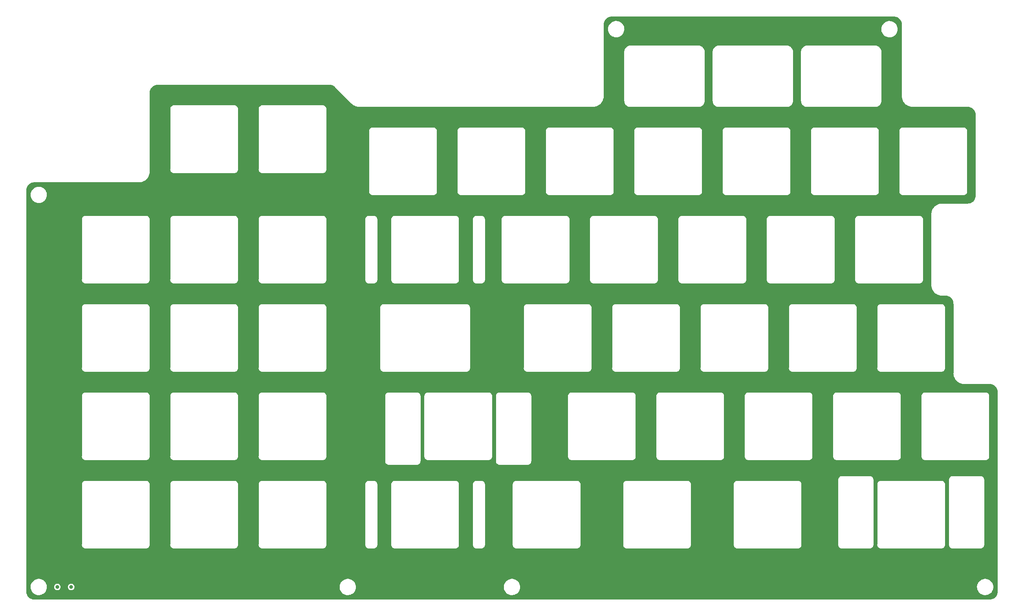
<source format=gbr>
%TF.GenerationSoftware,KiCad,Pcbnew,(6.0.5)*%
%TF.CreationDate,2022-07-30T00:51:16-06:00*%
%TF.ProjectId,plate-left,706c6174-652d-46c6-9566-742e6b696361,rev?*%
%TF.SameCoordinates,Original*%
%TF.FileFunction,Copper,L1,Top*%
%TF.FilePolarity,Positive*%
%FSLAX46Y46*%
G04 Gerber Fmt 4.6, Leading zero omitted, Abs format (unit mm)*
G04 Created by KiCad (PCBNEW (6.0.5)) date 2022-07-30 00:51:16*
%MOMM*%
%LPD*%
G01*
G04 APERTURE LIST*
%TA.AperFunction,ViaPad*%
%ADD10C,0.800000*%
%TD*%
G04 APERTURE END LIST*
D10*
%TO.N,*%
X55156250Y-151350000D03*
X52156250Y-151350000D03*
%TD*%
%TA.AperFunction,NonConductor*%
G36*
X232509318Y-28352414D02*
G01*
X232513900Y-28353222D01*
X232513901Y-28353222D01*
X232524758Y-28355136D01*
X232535613Y-28353221D01*
X232546641Y-28353221D01*
X232546641Y-28353586D01*
X232558999Y-28352948D01*
X232628358Y-28357907D01*
X232757639Y-28367150D01*
X232775428Y-28369708D01*
X232836234Y-28382934D01*
X232994769Y-28417418D01*
X233012013Y-28422481D01*
X233222337Y-28500923D01*
X233238667Y-28508380D01*
X233435698Y-28615963D01*
X233450814Y-28625678D01*
X233630504Y-28760188D01*
X233644085Y-28771954D01*
X233802817Y-28930684D01*
X233814583Y-28944262D01*
X233949101Y-29123953D01*
X233958819Y-29139074D01*
X234047388Y-29301272D01*
X234066397Y-29336084D01*
X234073860Y-29352424D01*
X234142887Y-29537489D01*
X234152307Y-29562744D01*
X234157371Y-29579993D01*
X234174198Y-29657341D01*
X234199185Y-29772200D01*
X234205085Y-29799323D01*
X234207643Y-29817114D01*
X234211264Y-29867732D01*
X234221837Y-30015558D01*
X234221188Y-30028119D01*
X234221528Y-30028119D01*
X234221528Y-30039146D01*
X234219614Y-30050000D01*
X234221528Y-30060855D01*
X234222336Y-30065437D01*
X234224250Y-30087317D01*
X234224250Y-45462683D01*
X234222336Y-45484563D01*
X234219614Y-45500000D01*
X234220194Y-45503289D01*
X234220800Y-45513309D01*
X234234625Y-45741861D01*
X234236799Y-45777806D01*
X234237484Y-45781541D01*
X234237484Y-45781545D01*
X234273636Y-45978812D01*
X234286968Y-46051561D01*
X234369768Y-46317272D01*
X234483993Y-46571066D01*
X234485959Y-46574318D01*
X234485960Y-46574320D01*
X234488275Y-46578149D01*
X234627978Y-46809240D01*
X234630334Y-46812247D01*
X234790464Y-47016634D01*
X234799621Y-47028322D01*
X234996421Y-47225117D01*
X235072294Y-47284558D01*
X235149507Y-47345048D01*
X235215508Y-47396755D01*
X235218754Y-47398717D01*
X235218758Y-47398720D01*
X235450441Y-47538772D01*
X235450448Y-47538776D01*
X235453686Y-47540733D01*
X235457142Y-47542288D01*
X235457149Y-47542292D01*
X235704008Y-47653389D01*
X235704014Y-47653391D01*
X235707482Y-47654952D01*
X235711110Y-47656082D01*
X235711114Y-47656084D01*
X235876478Y-47707610D01*
X235973195Y-47737746D01*
X236246951Y-47787908D01*
X236521037Y-47804480D01*
X236524758Y-47805136D01*
X236540187Y-47802415D01*
X236562070Y-47800500D01*
X248356442Y-47800500D01*
X248378318Y-47802414D01*
X248382900Y-47803222D01*
X248382901Y-47803222D01*
X248393758Y-47805136D01*
X248404613Y-47803221D01*
X248415641Y-47803221D01*
X248415641Y-47803586D01*
X248427999Y-47802948D01*
X248497358Y-47807907D01*
X248626639Y-47817150D01*
X248644428Y-47819708D01*
X248705234Y-47832934D01*
X248863769Y-47867418D01*
X248881013Y-47872481D01*
X249091337Y-47950923D01*
X249107667Y-47958380D01*
X249304698Y-48065963D01*
X249319814Y-48075678D01*
X249499504Y-48210188D01*
X249513085Y-48221954D01*
X249671817Y-48380684D01*
X249683583Y-48394262D01*
X249818101Y-48573953D01*
X249827821Y-48589077D01*
X249935397Y-48786084D01*
X249942860Y-48802424D01*
X249997322Y-48948439D01*
X250021307Y-49012744D01*
X250026371Y-49029993D01*
X250074085Y-49249323D01*
X250076644Y-49267118D01*
X250090837Y-49465558D01*
X250090188Y-49478119D01*
X250090528Y-49478119D01*
X250090528Y-49489146D01*
X250088614Y-49500000D01*
X250090528Y-49510855D01*
X250091336Y-49515437D01*
X250093250Y-49537317D01*
X250093250Y-66937683D01*
X250091336Y-66959563D01*
X250088614Y-66975000D01*
X250090528Y-66985855D01*
X250090528Y-66996878D01*
X250090163Y-66996878D01*
X250090801Y-67009237D01*
X250076594Y-67207876D01*
X250074036Y-67225664D01*
X250038747Y-67387885D01*
X250026324Y-67444992D01*
X250021259Y-67462239D01*
X249969758Y-67600319D01*
X249942819Y-67672543D01*
X249935355Y-67688889D01*
X249910267Y-67734833D01*
X249827778Y-67885897D01*
X249818060Y-67901018D01*
X249683538Y-68080715D01*
X249671779Y-68094284D01*
X249513053Y-68253008D01*
X249499472Y-68264774D01*
X249319786Y-68399280D01*
X249304666Y-68408998D01*
X249107656Y-68516569D01*
X249091303Y-68524037D01*
X248880998Y-68602472D01*
X248863750Y-68607536D01*
X248644421Y-68655243D01*
X248626633Y-68657800D01*
X248427789Y-68672017D01*
X248415637Y-68671388D01*
X248415637Y-68671779D01*
X248404615Y-68671779D01*
X248393758Y-68669864D01*
X248382901Y-68671778D01*
X248382900Y-68671778D01*
X248378318Y-68672586D01*
X248356442Y-68674500D01*
X242906070Y-68674500D01*
X242884187Y-68672585D01*
X242879613Y-68671778D01*
X242879611Y-68671778D01*
X242868758Y-68669864D01*
X242864605Y-68670596D01*
X242855006Y-68671176D01*
X242855005Y-68671176D01*
X242594755Y-68686912D01*
X242594749Y-68686913D01*
X242590957Y-68687142D01*
X242317207Y-68737302D01*
X242171692Y-68782643D01*
X242055132Y-68818962D01*
X242055128Y-68818964D01*
X242051500Y-68820094D01*
X242048032Y-68821655D01*
X242048026Y-68821657D01*
X241801172Y-68932752D01*
X241801165Y-68932756D01*
X241797709Y-68934311D01*
X241794471Y-68936268D01*
X241794464Y-68936272D01*
X241562786Y-69076321D01*
X241562782Y-69076324D01*
X241559536Y-69078286D01*
X241556545Y-69080629D01*
X241556541Y-69080632D01*
X241402955Y-69200955D01*
X241340454Y-69249920D01*
X241143659Y-69446711D01*
X240972019Y-69665789D01*
X240828038Y-69903958D01*
X240713815Y-70157746D01*
X240631016Y-70423451D01*
X240630330Y-70427196D01*
X240630328Y-70427203D01*
X240599707Y-70594295D01*
X240580849Y-70697200D01*
X240564270Y-70971279D01*
X240563614Y-70975000D01*
X240565528Y-70985855D01*
X240566336Y-70990437D01*
X240568250Y-71012317D01*
X240568250Y-86187683D01*
X240566336Y-86209563D01*
X240563614Y-86225000D01*
X240564194Y-86228289D01*
X240580799Y-86502806D01*
X240581484Y-86506541D01*
X240581484Y-86506545D01*
X240617636Y-86703812D01*
X240630968Y-86776561D01*
X240713768Y-87042272D01*
X240827993Y-87296066D01*
X240971978Y-87534240D01*
X241143621Y-87753322D01*
X241340421Y-87950117D01*
X241417482Y-88010489D01*
X241493507Y-88070048D01*
X241559508Y-88121755D01*
X241562754Y-88123717D01*
X241562758Y-88123720D01*
X241794441Y-88263772D01*
X241794448Y-88263776D01*
X241797686Y-88265733D01*
X241801142Y-88267288D01*
X241801149Y-88267292D01*
X242048008Y-88378389D01*
X242048014Y-88378391D01*
X242051482Y-88379952D01*
X242055110Y-88381082D01*
X242055114Y-88381084D01*
X242220478Y-88432610D01*
X242317195Y-88462746D01*
X242590951Y-88512908D01*
X242865037Y-88529480D01*
X242868758Y-88530136D01*
X242884187Y-88527415D01*
X242906070Y-88525500D01*
X243593942Y-88525500D01*
X243615818Y-88527414D01*
X243620400Y-88528222D01*
X243620401Y-88528222D01*
X243631258Y-88530136D01*
X243642113Y-88528221D01*
X243653141Y-88528221D01*
X243653141Y-88528586D01*
X243665499Y-88527948D01*
X243734858Y-88532907D01*
X243864139Y-88542150D01*
X243881928Y-88544708D01*
X243942734Y-88557934D01*
X244101269Y-88592418D01*
X244118513Y-88597481D01*
X244328837Y-88675923D01*
X244345167Y-88683380D01*
X244542198Y-88790963D01*
X244557314Y-88800678D01*
X244737004Y-88935188D01*
X244750585Y-88946954D01*
X244909317Y-89105684D01*
X244921083Y-89119262D01*
X245055601Y-89298953D01*
X245065321Y-89314077D01*
X245172897Y-89511084D01*
X245180360Y-89527424D01*
X245234822Y-89673439D01*
X245258807Y-89737744D01*
X245263871Y-89754993D01*
X245311585Y-89974323D01*
X245314144Y-89992118D01*
X245328337Y-90190558D01*
X245327688Y-90203119D01*
X245328028Y-90203119D01*
X245328028Y-90214146D01*
X245326114Y-90225000D01*
X245328028Y-90235855D01*
X245328836Y-90240437D01*
X245330750Y-90262317D01*
X245330750Y-105237683D01*
X245328836Y-105259563D01*
X245326114Y-105275000D01*
X245326694Y-105278289D01*
X245343299Y-105552806D01*
X245343984Y-105556541D01*
X245343984Y-105556545D01*
X245380136Y-105753812D01*
X245393468Y-105826561D01*
X245476268Y-106092272D01*
X245590493Y-106346066D01*
X245734478Y-106584240D01*
X245906121Y-106803322D01*
X246102921Y-107000117D01*
X246179982Y-107060489D01*
X246256007Y-107120048D01*
X246322008Y-107171755D01*
X246325254Y-107173717D01*
X246325258Y-107173720D01*
X246556941Y-107313772D01*
X246556948Y-107313776D01*
X246560186Y-107315733D01*
X246563642Y-107317288D01*
X246563649Y-107317292D01*
X246810508Y-107428389D01*
X246810514Y-107428391D01*
X246813982Y-107429952D01*
X246817610Y-107431082D01*
X246817614Y-107431084D01*
X246982978Y-107482610D01*
X247079695Y-107512746D01*
X247353451Y-107562908D01*
X247627537Y-107579480D01*
X247631258Y-107580136D01*
X247646687Y-107577415D01*
X247668570Y-107575500D01*
X253118942Y-107575500D01*
X253140818Y-107577414D01*
X253145400Y-107578222D01*
X253145401Y-107578222D01*
X253156258Y-107580136D01*
X253167113Y-107578221D01*
X253178141Y-107578221D01*
X253178141Y-107578586D01*
X253190499Y-107577948D01*
X253259858Y-107582907D01*
X253389139Y-107592150D01*
X253406928Y-107594708D01*
X253467734Y-107607934D01*
X253626269Y-107642418D01*
X253643513Y-107647481D01*
X253853837Y-107725923D01*
X253870167Y-107733380D01*
X254067198Y-107840963D01*
X254082314Y-107850678D01*
X254262004Y-107985188D01*
X254275585Y-107996954D01*
X254434317Y-108155684D01*
X254446083Y-108169262D01*
X254580601Y-108348953D01*
X254590321Y-108364077D01*
X254697897Y-108561084D01*
X254705360Y-108577424D01*
X254759822Y-108723439D01*
X254783807Y-108787744D01*
X254788871Y-108804993D01*
X254836585Y-109024323D01*
X254839144Y-109042118D01*
X254853337Y-109240558D01*
X254852688Y-109253119D01*
X254853028Y-109253119D01*
X254853028Y-109264146D01*
X254851114Y-109275000D01*
X254853028Y-109285855D01*
X254853836Y-109290437D01*
X254855750Y-109312317D01*
X254855750Y-152312683D01*
X254853836Y-152334563D01*
X254851114Y-152350000D01*
X254853028Y-152360855D01*
X254853028Y-152371878D01*
X254852663Y-152371878D01*
X254853301Y-152384237D01*
X254845761Y-152489666D01*
X254839094Y-152582876D01*
X254836536Y-152600664D01*
X254799129Y-152772620D01*
X254788824Y-152819992D01*
X254783759Y-152837239D01*
X254738040Y-152959815D01*
X254705319Y-153047543D01*
X254697855Y-153063889D01*
X254681345Y-153094124D01*
X254590278Y-153260897D01*
X254580560Y-153276018D01*
X254446038Y-153455715D01*
X254434279Y-153469284D01*
X254275553Y-153628008D01*
X254261972Y-153639774D01*
X254082286Y-153774280D01*
X254067166Y-153783998D01*
X253870156Y-153891569D01*
X253853803Y-153899037D01*
X253643498Y-153977472D01*
X253626250Y-153982536D01*
X253406921Y-154030243D01*
X253389133Y-154032800D01*
X253190289Y-154047017D01*
X253178137Y-154046388D01*
X253178137Y-154046779D01*
X253167115Y-154046779D01*
X253156258Y-154044864D01*
X253145401Y-154046778D01*
X253145400Y-154046778D01*
X253140818Y-154047586D01*
X253118942Y-154049500D01*
X47193558Y-154049500D01*
X47171682Y-154047586D01*
X47167100Y-154046778D01*
X47167099Y-154046778D01*
X47156242Y-154044864D01*
X47145387Y-154046779D01*
X47134359Y-154046779D01*
X47134359Y-154046414D01*
X47122001Y-154047052D01*
X47052642Y-154042093D01*
X46923361Y-154032850D01*
X46905572Y-154030292D01*
X46844766Y-154017066D01*
X46686231Y-153982582D01*
X46668987Y-153977519D01*
X46458663Y-153899077D01*
X46442333Y-153891620D01*
X46245302Y-153784037D01*
X46230186Y-153774322D01*
X46050496Y-153639812D01*
X46036915Y-153628046D01*
X45878183Y-153469316D01*
X45866417Y-153455738D01*
X45731899Y-153276047D01*
X45722179Y-153260923D01*
X45614603Y-153063916D01*
X45607140Y-153047576D01*
X45528691Y-152837250D01*
X45523629Y-152820007D01*
X45494821Y-152687584D01*
X45475914Y-152600671D01*
X45473356Y-152582882D01*
X45463369Y-152443239D01*
X45459163Y-152384441D01*
X45459812Y-152371881D01*
X45459472Y-152371881D01*
X45459472Y-152360854D01*
X45461386Y-152350000D01*
X45458664Y-152334563D01*
X45456750Y-152312683D01*
X45456750Y-151304049D01*
X46401444Y-151304049D01*
X46402206Y-151319910D01*
X46413927Y-151563930D01*
X46464685Y-151819112D01*
X46552605Y-152063989D01*
X46675754Y-152293180D01*
X46678549Y-152296923D01*
X46678551Y-152296926D01*
X46828635Y-152497913D01*
X46828640Y-152497919D01*
X46831427Y-152501651D01*
X46834736Y-152504931D01*
X46834741Y-152504937D01*
X46935753Y-152605071D01*
X47016204Y-152684823D01*
X47019966Y-152687581D01*
X47019969Y-152687584D01*
X47132582Y-152770155D01*
X47226025Y-152838670D01*
X47230160Y-152840846D01*
X47230164Y-152840848D01*
X47356024Y-152907066D01*
X47456283Y-152959815D01*
X47701917Y-153045594D01*
X47706510Y-153046466D01*
X47952943Y-153093253D01*
X47952946Y-153093253D01*
X47957532Y-153094124D01*
X48087523Y-153099232D01*
X48212845Y-153104156D01*
X48212851Y-153104156D01*
X48217513Y-153104339D01*
X48318739Y-153093253D01*
X48471495Y-153076524D01*
X48471500Y-153076523D01*
X48476148Y-153076014D01*
X48480672Y-153074823D01*
X48723232Y-153010962D01*
X48723234Y-153010961D01*
X48727755Y-153009771D01*
X48966807Y-152907066D01*
X49188053Y-152770155D01*
X49386632Y-152602046D01*
X49558181Y-152406431D01*
X49580405Y-152371881D01*
X49696405Y-152191538D01*
X49698933Y-152187608D01*
X49805794Y-151950385D01*
X49811877Y-151928817D01*
X49875148Y-151704476D01*
X49875149Y-151704473D01*
X49876418Y-151699972D01*
X49893141Y-151568518D01*
X49908854Y-151445001D01*
X49908854Y-151444997D01*
X49909252Y-151441871D01*
X49910083Y-151410160D01*
X49911379Y-151360653D01*
X49911658Y-151350000D01*
X49911109Y-151342611D01*
X51450644Y-151342611D01*
X51469249Y-151511135D01*
X51490248Y-151568518D01*
X51508483Y-151618345D01*
X51527516Y-151670356D01*
X51531752Y-151676659D01*
X51531752Y-151676660D01*
X51544300Y-151695334D01*
X51622080Y-151811083D01*
X51627692Y-151816190D01*
X51627695Y-151816193D01*
X51741862Y-151920077D01*
X51741866Y-151920080D01*
X51747483Y-151925191D01*
X51754156Y-151928814D01*
X51754160Y-151928817D01*
X51889808Y-152002467D01*
X51889810Y-152002468D01*
X51896485Y-152006092D01*
X51903834Y-152008020D01*
X52053133Y-152047188D01*
X52053135Y-152047188D01*
X52060483Y-152049116D01*
X52146859Y-152050473D01*
X52222411Y-152051660D01*
X52222414Y-152051660D01*
X52230010Y-152051779D01*
X52237415Y-152050083D01*
X52237416Y-152050083D01*
X52297836Y-152036245D01*
X52395279Y-152013928D01*
X52546748Y-151937747D01*
X52675673Y-151827634D01*
X52774611Y-151689947D01*
X52782487Y-151670356D01*
X52835016Y-151539687D01*
X52835017Y-151539685D01*
X52837851Y-151532634D01*
X52861740Y-151364778D01*
X52861895Y-151350000D01*
X52861001Y-151342611D01*
X54450644Y-151342611D01*
X54469249Y-151511135D01*
X54490248Y-151568518D01*
X54508483Y-151618345D01*
X54527516Y-151670356D01*
X54531752Y-151676659D01*
X54531752Y-151676660D01*
X54544300Y-151695334D01*
X54622080Y-151811083D01*
X54627692Y-151816190D01*
X54627695Y-151816193D01*
X54741862Y-151920077D01*
X54741866Y-151920080D01*
X54747483Y-151925191D01*
X54754156Y-151928814D01*
X54754160Y-151928817D01*
X54889808Y-152002467D01*
X54889810Y-152002468D01*
X54896485Y-152006092D01*
X54903834Y-152008020D01*
X55053133Y-152047188D01*
X55053135Y-152047188D01*
X55060483Y-152049116D01*
X55146859Y-152050473D01*
X55222411Y-152051660D01*
X55222414Y-152051660D01*
X55230010Y-152051779D01*
X55237415Y-152050083D01*
X55237416Y-152050083D01*
X55297836Y-152036245D01*
X55395279Y-152013928D01*
X55546748Y-151937747D01*
X55675673Y-151827634D01*
X55774611Y-151689947D01*
X55782487Y-151670356D01*
X55835016Y-151539687D01*
X55835017Y-151539685D01*
X55837851Y-151532634D01*
X55861740Y-151364778D01*
X55861895Y-151350000D01*
X55860090Y-151335080D01*
X55856335Y-151304049D01*
X113007694Y-151304049D01*
X113008456Y-151319910D01*
X113020177Y-151563930D01*
X113070935Y-151819112D01*
X113158855Y-152063989D01*
X113282004Y-152293180D01*
X113284799Y-152296923D01*
X113284801Y-152296926D01*
X113434885Y-152497913D01*
X113434890Y-152497919D01*
X113437677Y-152501651D01*
X113440986Y-152504931D01*
X113440991Y-152504937D01*
X113542003Y-152605071D01*
X113622454Y-152684823D01*
X113626216Y-152687581D01*
X113626219Y-152687584D01*
X113738832Y-152770155D01*
X113832275Y-152838670D01*
X113836410Y-152840846D01*
X113836414Y-152840848D01*
X113962274Y-152907066D01*
X114062533Y-152959815D01*
X114308167Y-153045594D01*
X114312760Y-153046466D01*
X114559193Y-153093253D01*
X114559196Y-153093253D01*
X114563782Y-153094124D01*
X114693773Y-153099232D01*
X114819095Y-153104156D01*
X114819101Y-153104156D01*
X114823763Y-153104339D01*
X114924989Y-153093253D01*
X115077745Y-153076524D01*
X115077750Y-153076523D01*
X115082398Y-153076014D01*
X115086922Y-153074823D01*
X115329482Y-153010962D01*
X115329484Y-153010961D01*
X115334005Y-153009771D01*
X115573057Y-152907066D01*
X115794303Y-152770155D01*
X115992882Y-152602046D01*
X116164431Y-152406431D01*
X116186655Y-152371881D01*
X116302655Y-152191538D01*
X116305183Y-152187608D01*
X116412044Y-151950385D01*
X116418127Y-151928817D01*
X116481398Y-151704476D01*
X116481399Y-151704473D01*
X116482668Y-151699972D01*
X116499391Y-151568518D01*
X116515104Y-151445001D01*
X116515104Y-151444997D01*
X116515502Y-151441871D01*
X116516333Y-151410160D01*
X116517629Y-151360653D01*
X116517908Y-151350000D01*
X116514493Y-151304049D01*
X148401444Y-151304049D01*
X148402206Y-151319910D01*
X148413927Y-151563930D01*
X148464685Y-151819112D01*
X148552605Y-152063989D01*
X148675754Y-152293180D01*
X148678549Y-152296923D01*
X148678551Y-152296926D01*
X148828635Y-152497913D01*
X148828640Y-152497919D01*
X148831427Y-152501651D01*
X148834736Y-152504931D01*
X148834741Y-152504937D01*
X148935753Y-152605071D01*
X149016204Y-152684823D01*
X149019966Y-152687581D01*
X149019969Y-152687584D01*
X149132582Y-152770155D01*
X149226025Y-152838670D01*
X149230160Y-152840846D01*
X149230164Y-152840848D01*
X149356024Y-152907066D01*
X149456283Y-152959815D01*
X149701917Y-153045594D01*
X149706510Y-153046466D01*
X149952943Y-153093253D01*
X149952946Y-153093253D01*
X149957532Y-153094124D01*
X150087523Y-153099232D01*
X150212845Y-153104156D01*
X150212851Y-153104156D01*
X150217513Y-153104339D01*
X150318739Y-153093253D01*
X150471495Y-153076524D01*
X150471500Y-153076523D01*
X150476148Y-153076014D01*
X150480672Y-153074823D01*
X150723232Y-153010962D01*
X150723234Y-153010961D01*
X150727755Y-153009771D01*
X150966807Y-152907066D01*
X151188053Y-152770155D01*
X151386632Y-152602046D01*
X151558181Y-152406431D01*
X151580405Y-152371881D01*
X151696405Y-152191538D01*
X151698933Y-152187608D01*
X151805794Y-151950385D01*
X151811877Y-151928817D01*
X151875148Y-151704476D01*
X151875149Y-151704473D01*
X151876418Y-151699972D01*
X151893141Y-151568518D01*
X151908854Y-151445001D01*
X151908854Y-151444997D01*
X151909252Y-151441871D01*
X151910083Y-151410160D01*
X151911379Y-151360653D01*
X151911658Y-151350000D01*
X151908243Y-151304049D01*
X250401444Y-151304049D01*
X250402206Y-151319910D01*
X250413927Y-151563930D01*
X250464685Y-151819112D01*
X250552605Y-152063989D01*
X250675754Y-152293180D01*
X250678549Y-152296923D01*
X250678551Y-152296926D01*
X250828635Y-152497913D01*
X250828640Y-152497919D01*
X250831427Y-152501651D01*
X250834736Y-152504931D01*
X250834741Y-152504937D01*
X250935753Y-152605071D01*
X251016204Y-152684823D01*
X251019966Y-152687581D01*
X251019969Y-152687584D01*
X251132582Y-152770155D01*
X251226025Y-152838670D01*
X251230160Y-152840846D01*
X251230164Y-152840848D01*
X251356024Y-152907066D01*
X251456283Y-152959815D01*
X251701917Y-153045594D01*
X251706510Y-153046466D01*
X251952943Y-153093253D01*
X251952946Y-153093253D01*
X251957532Y-153094124D01*
X252087523Y-153099232D01*
X252212845Y-153104156D01*
X252212851Y-153104156D01*
X252217513Y-153104339D01*
X252318739Y-153093253D01*
X252471495Y-153076524D01*
X252471500Y-153076523D01*
X252476148Y-153076014D01*
X252480672Y-153074823D01*
X252723232Y-153010962D01*
X252723234Y-153010961D01*
X252727755Y-153009771D01*
X252966807Y-152907066D01*
X253188053Y-152770155D01*
X253386632Y-152602046D01*
X253558181Y-152406431D01*
X253580405Y-152371881D01*
X253696405Y-152191538D01*
X253698933Y-152187608D01*
X253805794Y-151950385D01*
X253811877Y-151928817D01*
X253875148Y-151704476D01*
X253875149Y-151704473D01*
X253876418Y-151699972D01*
X253893141Y-151568518D01*
X253908854Y-151445001D01*
X253908854Y-151444997D01*
X253909252Y-151441871D01*
X253910083Y-151410160D01*
X253911379Y-151360653D01*
X253911658Y-151350000D01*
X253899177Y-151182047D01*
X253892722Y-151095186D01*
X253892721Y-151095182D01*
X253892376Y-151090534D01*
X253834955Y-150836768D01*
X253833262Y-150832414D01*
X253742348Y-150598630D01*
X253742347Y-150598628D01*
X253740655Y-150594277D01*
X253611549Y-150368388D01*
X253450473Y-150164064D01*
X253260964Y-149985792D01*
X253047187Y-149837489D01*
X253042997Y-149835423D01*
X253042994Y-149835421D01*
X252818025Y-149724479D01*
X252818022Y-149724478D01*
X252813837Y-149722414D01*
X252566042Y-149643094D01*
X252425819Y-149620257D01*
X252313856Y-149602023D01*
X252313855Y-149602023D01*
X252309244Y-149601272D01*
X252179165Y-149599569D01*
X252053762Y-149597927D01*
X252053759Y-149597927D01*
X252049085Y-149597866D01*
X251791280Y-149632952D01*
X251541493Y-149705758D01*
X251537240Y-149707718D01*
X251537239Y-149707719D01*
X251500884Y-149724479D01*
X251305211Y-149814686D01*
X251301306Y-149817246D01*
X251301301Y-149817249D01*
X251091538Y-149954775D01*
X251091533Y-149954779D01*
X251087625Y-149957341D01*
X250893515Y-150130591D01*
X250727145Y-150330629D01*
X250592170Y-150553061D01*
X250590361Y-150557375D01*
X250590360Y-150557377D01*
X250498847Y-150775612D01*
X250491555Y-150793001D01*
X250427511Y-151045177D01*
X250401444Y-151304049D01*
X151908243Y-151304049D01*
X151899177Y-151182047D01*
X151892722Y-151095186D01*
X151892721Y-151095182D01*
X151892376Y-151090534D01*
X151834955Y-150836768D01*
X151833262Y-150832414D01*
X151742348Y-150598630D01*
X151742347Y-150598628D01*
X151740655Y-150594277D01*
X151611549Y-150368388D01*
X151450473Y-150164064D01*
X151260964Y-149985792D01*
X151047187Y-149837489D01*
X151042997Y-149835423D01*
X151042994Y-149835421D01*
X150818025Y-149724479D01*
X150818022Y-149724478D01*
X150813837Y-149722414D01*
X150566042Y-149643094D01*
X150425819Y-149620257D01*
X150313856Y-149602023D01*
X150313855Y-149602023D01*
X150309244Y-149601272D01*
X150179165Y-149599569D01*
X150053762Y-149597927D01*
X150053759Y-149597927D01*
X150049085Y-149597866D01*
X149791280Y-149632952D01*
X149541493Y-149705758D01*
X149537240Y-149707718D01*
X149537239Y-149707719D01*
X149500884Y-149724479D01*
X149305211Y-149814686D01*
X149301306Y-149817246D01*
X149301301Y-149817249D01*
X149091538Y-149954775D01*
X149091533Y-149954779D01*
X149087625Y-149957341D01*
X148893515Y-150130591D01*
X148727145Y-150330629D01*
X148592170Y-150553061D01*
X148590361Y-150557375D01*
X148590360Y-150557377D01*
X148498847Y-150775612D01*
X148491555Y-150793001D01*
X148427511Y-151045177D01*
X148401444Y-151304049D01*
X116514493Y-151304049D01*
X116505427Y-151182047D01*
X116498972Y-151095186D01*
X116498971Y-151095182D01*
X116498626Y-151090534D01*
X116441205Y-150836768D01*
X116439512Y-150832414D01*
X116348598Y-150598630D01*
X116348597Y-150598628D01*
X116346905Y-150594277D01*
X116217799Y-150368388D01*
X116056723Y-150164064D01*
X115867214Y-149985792D01*
X115653437Y-149837489D01*
X115649247Y-149835423D01*
X115649244Y-149835421D01*
X115424275Y-149724479D01*
X115424272Y-149724478D01*
X115420087Y-149722414D01*
X115172292Y-149643094D01*
X115032069Y-149620257D01*
X114920106Y-149602023D01*
X114920105Y-149602023D01*
X114915494Y-149601272D01*
X114785415Y-149599569D01*
X114660012Y-149597927D01*
X114660009Y-149597927D01*
X114655335Y-149597866D01*
X114397530Y-149632952D01*
X114147743Y-149705758D01*
X114143490Y-149707718D01*
X114143489Y-149707719D01*
X114107134Y-149724479D01*
X113911461Y-149814686D01*
X113907556Y-149817246D01*
X113907551Y-149817249D01*
X113697788Y-149954775D01*
X113697783Y-149954779D01*
X113693875Y-149957341D01*
X113499765Y-150130591D01*
X113333395Y-150330629D01*
X113198420Y-150553061D01*
X113196611Y-150557375D01*
X113196610Y-150557377D01*
X113105097Y-150775612D01*
X113097805Y-150793001D01*
X113033761Y-151045177D01*
X113007694Y-151304049D01*
X55856335Y-151304049D01*
X55842438Y-151189220D01*
X55841526Y-151181680D01*
X55781595Y-151023077D01*
X55772834Y-151010330D01*
X55689864Y-150889608D01*
X55689863Y-150889607D01*
X55685562Y-150883349D01*
X55633281Y-150836768D01*
X55564642Y-150775612D01*
X55564638Y-150775610D01*
X55558971Y-150770560D01*
X55409131Y-150691224D01*
X55244691Y-150649919D01*
X55237093Y-150649879D01*
X55237091Y-150649879D01*
X55159918Y-150649475D01*
X55075145Y-150649031D01*
X55067758Y-150650805D01*
X55067754Y-150650805D01*
X54924412Y-150685220D01*
X54910282Y-150688612D01*
X54903538Y-150692093D01*
X54903535Y-150692094D01*
X54766367Y-150762892D01*
X54759619Y-150766375D01*
X54631854Y-150877831D01*
X54534363Y-151016547D01*
X54472774Y-151174513D01*
X54471782Y-151182046D01*
X54471782Y-151182047D01*
X54453633Y-151319910D01*
X54450644Y-151342611D01*
X52861001Y-151342611D01*
X52860090Y-151335080D01*
X52842438Y-151189220D01*
X52841526Y-151181680D01*
X52781595Y-151023077D01*
X52772834Y-151010330D01*
X52689864Y-150889608D01*
X52689863Y-150889607D01*
X52685562Y-150883349D01*
X52633281Y-150836768D01*
X52564642Y-150775612D01*
X52564638Y-150775610D01*
X52558971Y-150770560D01*
X52409131Y-150691224D01*
X52244691Y-150649919D01*
X52237093Y-150649879D01*
X52237091Y-150649879D01*
X52159918Y-150649475D01*
X52075145Y-150649031D01*
X52067758Y-150650805D01*
X52067754Y-150650805D01*
X51924412Y-150685220D01*
X51910282Y-150688612D01*
X51903538Y-150692093D01*
X51903535Y-150692094D01*
X51766367Y-150762892D01*
X51759619Y-150766375D01*
X51631854Y-150877831D01*
X51534363Y-151016547D01*
X51472774Y-151174513D01*
X51471782Y-151182046D01*
X51471782Y-151182047D01*
X51453633Y-151319910D01*
X51450644Y-151342611D01*
X49911109Y-151342611D01*
X49899177Y-151182047D01*
X49892722Y-151095186D01*
X49892721Y-151095182D01*
X49892376Y-151090534D01*
X49834955Y-150836768D01*
X49833262Y-150832414D01*
X49742348Y-150598630D01*
X49742347Y-150598628D01*
X49740655Y-150594277D01*
X49611549Y-150368388D01*
X49450473Y-150164064D01*
X49260964Y-149985792D01*
X49047187Y-149837489D01*
X49042997Y-149835423D01*
X49042994Y-149835421D01*
X48818025Y-149724479D01*
X48818022Y-149724478D01*
X48813837Y-149722414D01*
X48566042Y-149643094D01*
X48425819Y-149620257D01*
X48313856Y-149602023D01*
X48313855Y-149602023D01*
X48309244Y-149601272D01*
X48179165Y-149599569D01*
X48053762Y-149597927D01*
X48053759Y-149597927D01*
X48049085Y-149597866D01*
X47791280Y-149632952D01*
X47541493Y-149705758D01*
X47537240Y-149707718D01*
X47537239Y-149707719D01*
X47500884Y-149724479D01*
X47305211Y-149814686D01*
X47301306Y-149817246D01*
X47301301Y-149817249D01*
X47091538Y-149954775D01*
X47091533Y-149954779D01*
X47087625Y-149957341D01*
X46893515Y-150130591D01*
X46727145Y-150330629D01*
X46592170Y-150553061D01*
X46590361Y-150557375D01*
X46590360Y-150557377D01*
X46498847Y-150775612D01*
X46491555Y-150793001D01*
X46427511Y-151045177D01*
X46401444Y-151304049D01*
X45456750Y-151304049D01*
X45456750Y-142250000D01*
X57451114Y-142250000D01*
X57452956Y-142260444D01*
X57453029Y-142261185D01*
X57453029Y-142262327D01*
X57453428Y-142265237D01*
X57467381Y-142406916D01*
X57513149Y-142557802D01*
X57587472Y-142696861D01*
X57687494Y-142818749D01*
X57692276Y-142822674D01*
X57692278Y-142822676D01*
X57692321Y-142822711D01*
X57809373Y-142918784D01*
X57814830Y-142921701D01*
X57814834Y-142921704D01*
X57907003Y-142970977D01*
X57948424Y-142993121D01*
X58099306Y-143038903D01*
X58132698Y-143042195D01*
X58187530Y-143047601D01*
X58193843Y-143048675D01*
X58196872Y-143049883D01*
X58203165Y-143050500D01*
X58210743Y-143050500D01*
X58223102Y-143051108D01*
X58237691Y-143052546D01*
X58241620Y-143052933D01*
X58243708Y-143053220D01*
X58244529Y-143053220D01*
X58246415Y-143053406D01*
X58256219Y-143055136D01*
X58267074Y-143053223D01*
X58267076Y-143053223D01*
X58271676Y-143052412D01*
X58293544Y-143050500D01*
X71218956Y-143050500D01*
X71240823Y-143052412D01*
X71256281Y-143055136D01*
X71265430Y-143053522D01*
X71268483Y-143053221D01*
X71268975Y-143053221D01*
X71270220Y-143053050D01*
X71407047Y-143039560D01*
X71413204Y-143038953D01*
X71564095Y-142993168D01*
X71606506Y-142970495D01*
X71697695Y-142921746D01*
X71697699Y-142921743D01*
X71703156Y-142918826D01*
X71825042Y-142818785D01*
X71828962Y-142814008D01*
X71828966Y-142814004D01*
X71921150Y-142701667D01*
X71925071Y-142696889D01*
X71999399Y-142557821D01*
X72045169Y-142406925D01*
X72045778Y-142400749D01*
X72053858Y-142318697D01*
X72054929Y-142312394D01*
X72056133Y-142309378D01*
X72056750Y-142303085D01*
X72056750Y-142295523D01*
X72057357Y-142283173D01*
X72059188Y-142264583D01*
X72059472Y-142262513D01*
X72059472Y-142261698D01*
X72059660Y-142259789D01*
X72061386Y-142250000D01*
X76501114Y-142250000D01*
X76502956Y-142260444D01*
X76503029Y-142261185D01*
X76503029Y-142262327D01*
X76503428Y-142265237D01*
X76517381Y-142406916D01*
X76563149Y-142557802D01*
X76637472Y-142696861D01*
X76737494Y-142818749D01*
X76742276Y-142822674D01*
X76742278Y-142822676D01*
X76742321Y-142822711D01*
X76859373Y-142918784D01*
X76864830Y-142921701D01*
X76864834Y-142921704D01*
X76957003Y-142970977D01*
X76998424Y-142993121D01*
X77149306Y-143038903D01*
X77182698Y-143042195D01*
X77237530Y-143047601D01*
X77243843Y-143048675D01*
X77246872Y-143049883D01*
X77253165Y-143050500D01*
X77260743Y-143050500D01*
X77273102Y-143051108D01*
X77287691Y-143052546D01*
X77291620Y-143052933D01*
X77293708Y-143053220D01*
X77294529Y-143053220D01*
X77296415Y-143053406D01*
X77306219Y-143055136D01*
X77317074Y-143053223D01*
X77317076Y-143053223D01*
X77321676Y-143052412D01*
X77343544Y-143050500D01*
X90268956Y-143050500D01*
X90290823Y-143052412D01*
X90306281Y-143055136D01*
X90315430Y-143053522D01*
X90318483Y-143053221D01*
X90318975Y-143053221D01*
X90320220Y-143053050D01*
X90457047Y-143039560D01*
X90463204Y-143038953D01*
X90614095Y-142993168D01*
X90656506Y-142970495D01*
X90747695Y-142921746D01*
X90747699Y-142921743D01*
X90753156Y-142918826D01*
X90875042Y-142818785D01*
X90878962Y-142814008D01*
X90878966Y-142814004D01*
X90971150Y-142701667D01*
X90975071Y-142696889D01*
X91049399Y-142557821D01*
X91095169Y-142406925D01*
X91095778Y-142400749D01*
X91103858Y-142318697D01*
X91104929Y-142312394D01*
X91106133Y-142309378D01*
X91106750Y-142303085D01*
X91106750Y-142295523D01*
X91107357Y-142283173D01*
X91109188Y-142264583D01*
X91109472Y-142262513D01*
X91109472Y-142261698D01*
X91109660Y-142259789D01*
X91111386Y-142250000D01*
X95551114Y-142250000D01*
X95552956Y-142260444D01*
X95553029Y-142261185D01*
X95553029Y-142262327D01*
X95553428Y-142265237D01*
X95567381Y-142406916D01*
X95613149Y-142557802D01*
X95687472Y-142696861D01*
X95787494Y-142818749D01*
X95792276Y-142822674D01*
X95792278Y-142822676D01*
X95792321Y-142822711D01*
X95909373Y-142918784D01*
X95914830Y-142921701D01*
X95914834Y-142921704D01*
X96007003Y-142970977D01*
X96048424Y-142993121D01*
X96199306Y-143038903D01*
X96232698Y-143042195D01*
X96287530Y-143047601D01*
X96293843Y-143048675D01*
X96296872Y-143049883D01*
X96303165Y-143050500D01*
X96310743Y-143050500D01*
X96323102Y-143051108D01*
X96337691Y-143052546D01*
X96341620Y-143052933D01*
X96343708Y-143053220D01*
X96344529Y-143053220D01*
X96346415Y-143053406D01*
X96356219Y-143055136D01*
X96367074Y-143053223D01*
X96367076Y-143053223D01*
X96371676Y-143052412D01*
X96393544Y-143050500D01*
X109318956Y-143050500D01*
X109340823Y-143052412D01*
X109356281Y-143055136D01*
X109365430Y-143053522D01*
X109368483Y-143053221D01*
X109368975Y-143053221D01*
X109370220Y-143053050D01*
X109507047Y-143039560D01*
X109513204Y-143038953D01*
X109664095Y-142993168D01*
X109706506Y-142970495D01*
X109797695Y-142921746D01*
X109797699Y-142921743D01*
X109803156Y-142918826D01*
X109925042Y-142818785D01*
X109928962Y-142814008D01*
X109928966Y-142814004D01*
X110021150Y-142701667D01*
X110025071Y-142696889D01*
X110099399Y-142557821D01*
X110145169Y-142406925D01*
X110145778Y-142400749D01*
X110153858Y-142318697D01*
X110154929Y-142312394D01*
X110156133Y-142309378D01*
X110156750Y-142303085D01*
X110156750Y-142295523D01*
X110157357Y-142283173D01*
X110159188Y-142264583D01*
X110159472Y-142262513D01*
X110159472Y-142261698D01*
X110159660Y-142259789D01*
X110161386Y-142250000D01*
X118526114Y-142250000D01*
X118527956Y-142260444D01*
X118528029Y-142261185D01*
X118528029Y-142262327D01*
X118528428Y-142265237D01*
X118542381Y-142406916D01*
X118588149Y-142557802D01*
X118662472Y-142696861D01*
X118762494Y-142818749D01*
X118767276Y-142822674D01*
X118767278Y-142822676D01*
X118767321Y-142822711D01*
X118884373Y-142918784D01*
X118889830Y-142921701D01*
X118889834Y-142921704D01*
X118982003Y-142970977D01*
X119023424Y-142993121D01*
X119174306Y-143038903D01*
X119207698Y-143042195D01*
X119262530Y-143047601D01*
X119268843Y-143048675D01*
X119271872Y-143049883D01*
X119278165Y-143050500D01*
X119285743Y-143050500D01*
X119298102Y-143051108D01*
X119312691Y-143052546D01*
X119316620Y-143052933D01*
X119318708Y-143053220D01*
X119319529Y-143053220D01*
X119321415Y-143053406D01*
X119331219Y-143055136D01*
X119342074Y-143053223D01*
X119342076Y-143053223D01*
X119346676Y-143052412D01*
X119368544Y-143050500D01*
X120293956Y-143050500D01*
X120315823Y-143052412D01*
X120331281Y-143055136D01*
X120340430Y-143053522D01*
X120343483Y-143053221D01*
X120343975Y-143053221D01*
X120345220Y-143053050D01*
X120482047Y-143039560D01*
X120488204Y-143038953D01*
X120639095Y-142993168D01*
X120681506Y-142970495D01*
X120772695Y-142921746D01*
X120772699Y-142921743D01*
X120778156Y-142918826D01*
X120900042Y-142818785D01*
X120903962Y-142814008D01*
X120903966Y-142814004D01*
X120996150Y-142701667D01*
X121000071Y-142696889D01*
X121074399Y-142557821D01*
X121120169Y-142406925D01*
X121120778Y-142400749D01*
X121128858Y-142318697D01*
X121129929Y-142312394D01*
X121131133Y-142309378D01*
X121131750Y-142303085D01*
X121131750Y-142295523D01*
X121132357Y-142283173D01*
X121134188Y-142264583D01*
X121134472Y-142262513D01*
X121134472Y-142261698D01*
X121134660Y-142259789D01*
X121136386Y-142250000D01*
X124126114Y-142250000D01*
X124127956Y-142260444D01*
X124128029Y-142261185D01*
X124128029Y-142262327D01*
X124128428Y-142265237D01*
X124142381Y-142406916D01*
X124188149Y-142557802D01*
X124262472Y-142696861D01*
X124362494Y-142818749D01*
X124367276Y-142822674D01*
X124367278Y-142822676D01*
X124367321Y-142822711D01*
X124484373Y-142918784D01*
X124489830Y-142921701D01*
X124489834Y-142921704D01*
X124582003Y-142970977D01*
X124623424Y-142993121D01*
X124774306Y-143038903D01*
X124807698Y-143042195D01*
X124862530Y-143047601D01*
X124868843Y-143048675D01*
X124871872Y-143049883D01*
X124878165Y-143050500D01*
X124885743Y-143050500D01*
X124898102Y-143051108D01*
X124912691Y-143052546D01*
X124916620Y-143052933D01*
X124918708Y-143053220D01*
X124919529Y-143053220D01*
X124921415Y-143053406D01*
X124931219Y-143055136D01*
X124942074Y-143053223D01*
X124942076Y-143053223D01*
X124946676Y-143052412D01*
X124968544Y-143050500D01*
X137893956Y-143050500D01*
X137915823Y-143052412D01*
X137931281Y-143055136D01*
X137940430Y-143053522D01*
X137943483Y-143053221D01*
X137943975Y-143053221D01*
X137945220Y-143053050D01*
X138082047Y-143039560D01*
X138088204Y-143038953D01*
X138239095Y-142993168D01*
X138281506Y-142970495D01*
X138372695Y-142921746D01*
X138372699Y-142921743D01*
X138378156Y-142918826D01*
X138500042Y-142818785D01*
X138503962Y-142814008D01*
X138503966Y-142814004D01*
X138596150Y-142701667D01*
X138600071Y-142696889D01*
X138674399Y-142557821D01*
X138720169Y-142406925D01*
X138720778Y-142400749D01*
X138728858Y-142318697D01*
X138729929Y-142312394D01*
X138731133Y-142309378D01*
X138731750Y-142303085D01*
X138731750Y-142295523D01*
X138732357Y-142283173D01*
X138734188Y-142264583D01*
X138734472Y-142262513D01*
X138734472Y-142261698D01*
X138734660Y-142259789D01*
X138736386Y-142250000D01*
X141726114Y-142250000D01*
X141727956Y-142260444D01*
X141728029Y-142261185D01*
X141728029Y-142262327D01*
X141728428Y-142265237D01*
X141742381Y-142406916D01*
X141788149Y-142557802D01*
X141862472Y-142696861D01*
X141962494Y-142818749D01*
X141967276Y-142822674D01*
X141967278Y-142822676D01*
X141967321Y-142822711D01*
X142084373Y-142918784D01*
X142089830Y-142921701D01*
X142089834Y-142921704D01*
X142182003Y-142970977D01*
X142223424Y-142993121D01*
X142374306Y-143038903D01*
X142407698Y-143042195D01*
X142462530Y-143047601D01*
X142468843Y-143048675D01*
X142471872Y-143049883D01*
X142478165Y-143050500D01*
X142485743Y-143050500D01*
X142498102Y-143051108D01*
X142512691Y-143052546D01*
X142516620Y-143052933D01*
X142518708Y-143053220D01*
X142519529Y-143053220D01*
X142521415Y-143053406D01*
X142531219Y-143055136D01*
X142542074Y-143053223D01*
X142542076Y-143053223D01*
X142546676Y-143052412D01*
X142568544Y-143050500D01*
X143493956Y-143050500D01*
X143515823Y-143052412D01*
X143531281Y-143055136D01*
X143540430Y-143053522D01*
X143543483Y-143053221D01*
X143543975Y-143053221D01*
X143545220Y-143053050D01*
X143682047Y-143039560D01*
X143688204Y-143038953D01*
X143839095Y-142993168D01*
X143881506Y-142970495D01*
X143972695Y-142921746D01*
X143972699Y-142921743D01*
X143978156Y-142918826D01*
X144100042Y-142818785D01*
X144103962Y-142814008D01*
X144103966Y-142814004D01*
X144196150Y-142701667D01*
X144200071Y-142696889D01*
X144274399Y-142557821D01*
X144320169Y-142406925D01*
X144320778Y-142400749D01*
X144328858Y-142318697D01*
X144329929Y-142312394D01*
X144331133Y-142309378D01*
X144331750Y-142303085D01*
X144331750Y-142295523D01*
X144332357Y-142283173D01*
X144334188Y-142264583D01*
X144334472Y-142262513D01*
X144334472Y-142261698D01*
X144334660Y-142259789D01*
X144336375Y-142250061D01*
X150319864Y-142250061D01*
X150321592Y-142259847D01*
X150321782Y-142261771D01*
X150321782Y-142262577D01*
X150322064Y-142264630D01*
X150336107Y-142406963D01*
X150381894Y-142557833D01*
X150456227Y-142696875D01*
X150556251Y-142818749D01*
X150678125Y-142918773D01*
X150817167Y-142993106D01*
X150968037Y-143038893D01*
X151023750Y-143044390D01*
X151056281Y-143047600D01*
X151062588Y-143048673D01*
X151065622Y-143049883D01*
X151071915Y-143050500D01*
X151079481Y-143050500D01*
X151091851Y-143051109D01*
X151097784Y-143051694D01*
X151110363Y-143052935D01*
X151112421Y-143053218D01*
X151113229Y-143053218D01*
X151115153Y-143053408D01*
X151124939Y-143055136D01*
X151140417Y-143052410D01*
X151162272Y-143050500D01*
X164087683Y-143050500D01*
X164109563Y-143052414D01*
X164114144Y-143053222D01*
X164114145Y-143053222D01*
X164125000Y-143055136D01*
X164134803Y-143053407D01*
X164136691Y-143053221D01*
X164137510Y-143053221D01*
X164139593Y-143052935D01*
X164281925Y-143038917D01*
X164287843Y-143037122D01*
X164287847Y-143037121D01*
X164426897Y-142994941D01*
X164426900Y-142994940D01*
X164432820Y-142993144D01*
X164438278Y-142990227D01*
X164438282Y-142990225D01*
X164566423Y-142921732D01*
X164571886Y-142918812D01*
X164693778Y-142818778D01*
X164793812Y-142696886D01*
X164799633Y-142685995D01*
X164865225Y-142563282D01*
X164865227Y-142563278D01*
X164868144Y-142557820D01*
X164869941Y-142551897D01*
X164912121Y-142412847D01*
X164912122Y-142412843D01*
X164913917Y-142406925D01*
X164922607Y-142318697D01*
X164923679Y-142312397D01*
X164924883Y-142309378D01*
X164925500Y-142303085D01*
X164925500Y-142295506D01*
X164926105Y-142283173D01*
X164927937Y-142264574D01*
X164928221Y-142262504D01*
X164928221Y-142261691D01*
X164928407Y-142259803D01*
X164930125Y-142250061D01*
X174132364Y-142250061D01*
X174134092Y-142259847D01*
X174134282Y-142261771D01*
X174134282Y-142262577D01*
X174134564Y-142264630D01*
X174148607Y-142406963D01*
X174194394Y-142557833D01*
X174268727Y-142696875D01*
X174368751Y-142818749D01*
X174490625Y-142918773D01*
X174629667Y-142993106D01*
X174780537Y-143038893D01*
X174836250Y-143044390D01*
X174868781Y-143047600D01*
X174875088Y-143048673D01*
X174878122Y-143049883D01*
X174884415Y-143050500D01*
X174891981Y-143050500D01*
X174904351Y-143051109D01*
X174910284Y-143051694D01*
X174922863Y-143052935D01*
X174924921Y-143053218D01*
X174925729Y-143053218D01*
X174927653Y-143053408D01*
X174937439Y-143055136D01*
X174952917Y-143052410D01*
X174974772Y-143050500D01*
X187900183Y-143050500D01*
X187922063Y-143052414D01*
X187926644Y-143053222D01*
X187926645Y-143053222D01*
X187937500Y-143055136D01*
X187947303Y-143053407D01*
X187949191Y-143053221D01*
X187950010Y-143053221D01*
X187952093Y-143052935D01*
X188094425Y-143038917D01*
X188100343Y-143037122D01*
X188100347Y-143037121D01*
X188239397Y-142994941D01*
X188239400Y-142994940D01*
X188245320Y-142993144D01*
X188250778Y-142990227D01*
X188250782Y-142990225D01*
X188378923Y-142921732D01*
X188384386Y-142918812D01*
X188506278Y-142818778D01*
X188606312Y-142696886D01*
X188612133Y-142685995D01*
X188677725Y-142563282D01*
X188677727Y-142563278D01*
X188680644Y-142557820D01*
X188682441Y-142551897D01*
X188724621Y-142412847D01*
X188724622Y-142412843D01*
X188726417Y-142406925D01*
X188735107Y-142318697D01*
X188736179Y-142312397D01*
X188737383Y-142309378D01*
X188738000Y-142303085D01*
X188738000Y-142295506D01*
X188738605Y-142283173D01*
X188740437Y-142264574D01*
X188740721Y-142262504D01*
X188740721Y-142261691D01*
X188740907Y-142259803D01*
X188742625Y-142250061D01*
X197944864Y-142250061D01*
X197946592Y-142259847D01*
X197946782Y-142261771D01*
X197946782Y-142262577D01*
X197947064Y-142264630D01*
X197961107Y-142406963D01*
X198006894Y-142557833D01*
X198081227Y-142696875D01*
X198181251Y-142818749D01*
X198303125Y-142918773D01*
X198442167Y-142993106D01*
X198593037Y-143038893D01*
X198648750Y-143044390D01*
X198681281Y-143047600D01*
X198687588Y-143048673D01*
X198690622Y-143049883D01*
X198696915Y-143050500D01*
X198704481Y-143050500D01*
X198716851Y-143051109D01*
X198722784Y-143051694D01*
X198735363Y-143052935D01*
X198737421Y-143053218D01*
X198738229Y-143053218D01*
X198740153Y-143053408D01*
X198749939Y-143055136D01*
X198765417Y-143052410D01*
X198787272Y-143050500D01*
X211712683Y-143050500D01*
X211734563Y-143052414D01*
X211739144Y-143053222D01*
X211739145Y-143053222D01*
X211750000Y-143055136D01*
X211759803Y-143053407D01*
X211761691Y-143053221D01*
X211762510Y-143053221D01*
X211764593Y-143052935D01*
X211906925Y-143038917D01*
X211912843Y-143037122D01*
X211912847Y-143037121D01*
X212051897Y-142994941D01*
X212051900Y-142994940D01*
X212057820Y-142993144D01*
X212063278Y-142990227D01*
X212063282Y-142990225D01*
X212191423Y-142921732D01*
X212196886Y-142918812D01*
X212318778Y-142818778D01*
X212418812Y-142696886D01*
X212424633Y-142685995D01*
X212490225Y-142563282D01*
X212490227Y-142563278D01*
X212493144Y-142557820D01*
X212494941Y-142551897D01*
X212537121Y-142412847D01*
X212537122Y-142412843D01*
X212538917Y-142406925D01*
X212547607Y-142318697D01*
X212548679Y-142312397D01*
X212549883Y-142309378D01*
X212550500Y-142303085D01*
X212550500Y-142295506D01*
X212551105Y-142283173D01*
X212552937Y-142264574D01*
X212553221Y-142262504D01*
X212553221Y-142261691D01*
X212553407Y-142259803D01*
X212555136Y-142250000D01*
X220463114Y-142250000D01*
X220464956Y-142260444D01*
X220465029Y-142261185D01*
X220465029Y-142262327D01*
X220465428Y-142265237D01*
X220479381Y-142406916D01*
X220525149Y-142557802D01*
X220599472Y-142696861D01*
X220699494Y-142818749D01*
X220704276Y-142822674D01*
X220704278Y-142822676D01*
X220704321Y-142822711D01*
X220821373Y-142918784D01*
X220826830Y-142921701D01*
X220826834Y-142921704D01*
X220919003Y-142970977D01*
X220960424Y-142993121D01*
X221111306Y-143038903D01*
X221144698Y-143042195D01*
X221199530Y-143047601D01*
X221205843Y-143048675D01*
X221208872Y-143049883D01*
X221215165Y-143050500D01*
X221222743Y-143050500D01*
X221235102Y-143051108D01*
X221249691Y-143052546D01*
X221253620Y-143052933D01*
X221255708Y-143053220D01*
X221256529Y-143053220D01*
X221258415Y-143053406D01*
X221268219Y-143055136D01*
X221279074Y-143053223D01*
X221279076Y-143053223D01*
X221283676Y-143052412D01*
X221305544Y-143050500D01*
X227230956Y-143050500D01*
X227252823Y-143052412D01*
X227268281Y-143055136D01*
X227277430Y-143053522D01*
X227280483Y-143053221D01*
X227280975Y-143053221D01*
X227282220Y-143053050D01*
X227419047Y-143039560D01*
X227425204Y-143038953D01*
X227576095Y-142993168D01*
X227618506Y-142970495D01*
X227709695Y-142921746D01*
X227709699Y-142921743D01*
X227715156Y-142918826D01*
X227837042Y-142818785D01*
X227840962Y-142814008D01*
X227840966Y-142814004D01*
X227933150Y-142701667D01*
X227937071Y-142696889D01*
X228011399Y-142557821D01*
X228057169Y-142406925D01*
X228057778Y-142400749D01*
X228065858Y-142318697D01*
X228066929Y-142312394D01*
X228068133Y-142309378D01*
X228068750Y-142303085D01*
X228068750Y-142295523D01*
X228069357Y-142283173D01*
X228071188Y-142264583D01*
X228071472Y-142262513D01*
X228071472Y-142261698D01*
X228071660Y-142259789D01*
X228073386Y-142250000D01*
X228901114Y-142250000D01*
X228902956Y-142260444D01*
X228903029Y-142261185D01*
X228903029Y-142262327D01*
X228903428Y-142265237D01*
X228917381Y-142406916D01*
X228963149Y-142557802D01*
X229037472Y-142696861D01*
X229137494Y-142818749D01*
X229142276Y-142822674D01*
X229142278Y-142822676D01*
X229142321Y-142822711D01*
X229259373Y-142918784D01*
X229264830Y-142921701D01*
X229264834Y-142921704D01*
X229357003Y-142970977D01*
X229398424Y-142993121D01*
X229549306Y-143038903D01*
X229582698Y-143042195D01*
X229637530Y-143047601D01*
X229643843Y-143048675D01*
X229646872Y-143049883D01*
X229653165Y-143050500D01*
X229660743Y-143050500D01*
X229673102Y-143051108D01*
X229687691Y-143052546D01*
X229691620Y-143052933D01*
X229693708Y-143053220D01*
X229694529Y-143053220D01*
X229696415Y-143053406D01*
X229706219Y-143055136D01*
X229717074Y-143053223D01*
X229717076Y-143053223D01*
X229721676Y-143052412D01*
X229743544Y-143050500D01*
X242668956Y-143050500D01*
X242690823Y-143052412D01*
X242706281Y-143055136D01*
X242715430Y-143053522D01*
X242718483Y-143053221D01*
X242718975Y-143053221D01*
X242720220Y-143053050D01*
X242857047Y-143039560D01*
X242863204Y-143038953D01*
X243014095Y-142993168D01*
X243056506Y-142970495D01*
X243147695Y-142921746D01*
X243147699Y-142921743D01*
X243153156Y-142918826D01*
X243275042Y-142818785D01*
X243278962Y-142814008D01*
X243278966Y-142814004D01*
X243371150Y-142701667D01*
X243375071Y-142696889D01*
X243449399Y-142557821D01*
X243495169Y-142406925D01*
X243495778Y-142400749D01*
X243503858Y-142318697D01*
X243504929Y-142312394D01*
X243506133Y-142309378D01*
X243506750Y-142303085D01*
X243506750Y-142295523D01*
X243507357Y-142283173D01*
X243509188Y-142264583D01*
X243509472Y-142262513D01*
X243509472Y-142261698D01*
X243509660Y-142259789D01*
X243511386Y-142250000D01*
X244339114Y-142250000D01*
X244340956Y-142260444D01*
X244341029Y-142261185D01*
X244341029Y-142262327D01*
X244341428Y-142265237D01*
X244355381Y-142406916D01*
X244401149Y-142557802D01*
X244475472Y-142696861D01*
X244575494Y-142818749D01*
X244580276Y-142822674D01*
X244580278Y-142822676D01*
X244580321Y-142822711D01*
X244697373Y-142918784D01*
X244702830Y-142921701D01*
X244702834Y-142921704D01*
X244795003Y-142970977D01*
X244836424Y-142993121D01*
X244987306Y-143038903D01*
X245020698Y-143042195D01*
X245075530Y-143047601D01*
X245081843Y-143048675D01*
X245084872Y-143049883D01*
X245091165Y-143050500D01*
X245098743Y-143050500D01*
X245111102Y-143051108D01*
X245125691Y-143052546D01*
X245129620Y-143052933D01*
X245131708Y-143053220D01*
X245132529Y-143053220D01*
X245134415Y-143053406D01*
X245144219Y-143055136D01*
X245155074Y-143053223D01*
X245155076Y-143053223D01*
X245159676Y-143052412D01*
X245181544Y-143050500D01*
X251106956Y-143050500D01*
X251128823Y-143052412D01*
X251144281Y-143055136D01*
X251153430Y-143053522D01*
X251156483Y-143053221D01*
X251156975Y-143053221D01*
X251158220Y-143053050D01*
X251295047Y-143039560D01*
X251301204Y-143038953D01*
X251452095Y-142993168D01*
X251494506Y-142970495D01*
X251585695Y-142921746D01*
X251585699Y-142921743D01*
X251591156Y-142918826D01*
X251713042Y-142818785D01*
X251716962Y-142814008D01*
X251716966Y-142814004D01*
X251809150Y-142701667D01*
X251813071Y-142696889D01*
X251887399Y-142557821D01*
X251933169Y-142406925D01*
X251933778Y-142400749D01*
X251941858Y-142318697D01*
X251942929Y-142312394D01*
X251944133Y-142309378D01*
X251944750Y-142303085D01*
X251944750Y-142295523D01*
X251945357Y-142283173D01*
X251947188Y-142264583D01*
X251947472Y-142262513D01*
X251947472Y-142261698D01*
X251947660Y-142259789D01*
X251949386Y-142250000D01*
X251946664Y-142234563D01*
X251944750Y-142212683D01*
X251944750Y-128287317D01*
X251946664Y-128265437D01*
X251947472Y-128260856D01*
X251947472Y-128260855D01*
X251949386Y-128250000D01*
X251947544Y-128239556D01*
X251947471Y-128238815D01*
X251947471Y-128237673D01*
X251947071Y-128234756D01*
X251933119Y-128093084D01*
X251887351Y-127942198D01*
X251813028Y-127803139D01*
X251713006Y-127681251D01*
X251708224Y-127677326D01*
X251708222Y-127677324D01*
X251595914Y-127585145D01*
X251591127Y-127581216D01*
X251585670Y-127578299D01*
X251585666Y-127578296D01*
X251457532Y-127509796D01*
X251452076Y-127506879D01*
X251301194Y-127461097D01*
X251267802Y-127457805D01*
X251212970Y-127452399D01*
X251206657Y-127451325D01*
X251203628Y-127450117D01*
X251197335Y-127449500D01*
X251189757Y-127449500D01*
X251177398Y-127448892D01*
X251162809Y-127447454D01*
X251158880Y-127447067D01*
X251156792Y-127446780D01*
X251155971Y-127446780D01*
X251154085Y-127446594D01*
X251144281Y-127444864D01*
X251133426Y-127446777D01*
X251133424Y-127446777D01*
X251128824Y-127447588D01*
X251106956Y-127449500D01*
X245181544Y-127449500D01*
X245159676Y-127447588D01*
X245155086Y-127446779D01*
X245144219Y-127444864D01*
X245135070Y-127446478D01*
X245132017Y-127446779D01*
X245131525Y-127446779D01*
X245130280Y-127446950D01*
X245002346Y-127459563D01*
X244987296Y-127461047D01*
X244836405Y-127506832D01*
X244830949Y-127509749D01*
X244702805Y-127578254D01*
X244702801Y-127578257D01*
X244697344Y-127581174D01*
X244575458Y-127681215D01*
X244571538Y-127685992D01*
X244571534Y-127685996D01*
X244494241Y-127780187D01*
X244475429Y-127803111D01*
X244401101Y-127942179D01*
X244355331Y-128093075D01*
X244354725Y-128099230D01*
X244354724Y-128099234D01*
X244346642Y-128181303D01*
X244345571Y-128187606D01*
X244344367Y-128190622D01*
X244343750Y-128196915D01*
X244343750Y-128204477D01*
X244343143Y-128216827D01*
X244341312Y-128235417D01*
X244341028Y-128237487D01*
X244341028Y-128238302D01*
X244340840Y-128240211D01*
X244339114Y-128250000D01*
X244341028Y-128260855D01*
X244341836Y-128265437D01*
X244343750Y-128287317D01*
X244343750Y-142212683D01*
X244341836Y-142234563D01*
X244339114Y-142250000D01*
X243511386Y-142250000D01*
X243508664Y-142234563D01*
X243506750Y-142212683D01*
X243506750Y-129287317D01*
X243508664Y-129265437D01*
X243509472Y-129260856D01*
X243509472Y-129260855D01*
X243511386Y-129250000D01*
X243509544Y-129239556D01*
X243509471Y-129238815D01*
X243509471Y-129237673D01*
X243509071Y-129234756D01*
X243507307Y-129216841D01*
X243495119Y-129093084D01*
X243449351Y-128942198D01*
X243375028Y-128803139D01*
X243275006Y-128681251D01*
X243270224Y-128677326D01*
X243270222Y-128677324D01*
X243157914Y-128585145D01*
X243153127Y-128581216D01*
X243147670Y-128578299D01*
X243147666Y-128578296D01*
X243055497Y-128529023D01*
X243014076Y-128506879D01*
X242863194Y-128461097D01*
X242829802Y-128457805D01*
X242774970Y-128452399D01*
X242768657Y-128451325D01*
X242765628Y-128450117D01*
X242759335Y-128449500D01*
X242751757Y-128449500D01*
X242739398Y-128448892D01*
X242724809Y-128447454D01*
X242720880Y-128447067D01*
X242718792Y-128446780D01*
X242717971Y-128446780D01*
X242716085Y-128446594D01*
X242706281Y-128444864D01*
X242695426Y-128446777D01*
X242695424Y-128446777D01*
X242690824Y-128447588D01*
X242668956Y-128449500D01*
X229743544Y-128449500D01*
X229721676Y-128447588D01*
X229718709Y-128447065D01*
X229706219Y-128444864D01*
X229697070Y-128446478D01*
X229694017Y-128446779D01*
X229693525Y-128446779D01*
X229692280Y-128446950D01*
X229564346Y-128459563D01*
X229549296Y-128461047D01*
X229398405Y-128506832D01*
X229355994Y-128529505D01*
X229264805Y-128578254D01*
X229264801Y-128578257D01*
X229259344Y-128581174D01*
X229137458Y-128681215D01*
X229133538Y-128685992D01*
X229133534Y-128685996D01*
X229056241Y-128780187D01*
X229037429Y-128803111D01*
X228963101Y-128942179D01*
X228917331Y-129093075D01*
X228916725Y-129099230D01*
X228916724Y-129099234D01*
X228908642Y-129181303D01*
X228907571Y-129187606D01*
X228906367Y-129190622D01*
X228905750Y-129196915D01*
X228905750Y-129204477D01*
X228905143Y-129216827D01*
X228903312Y-129235417D01*
X228903028Y-129237487D01*
X228903028Y-129238302D01*
X228902840Y-129240211D01*
X228901114Y-129250000D01*
X228903028Y-129260855D01*
X228903836Y-129265437D01*
X228905750Y-129287317D01*
X228905750Y-142212683D01*
X228903836Y-142234563D01*
X228901114Y-142250000D01*
X228073386Y-142250000D01*
X228070664Y-142234563D01*
X228068750Y-142212683D01*
X228068750Y-128287317D01*
X228070664Y-128265437D01*
X228071472Y-128260856D01*
X228071472Y-128260855D01*
X228073386Y-128250000D01*
X228071544Y-128239556D01*
X228071471Y-128238815D01*
X228071471Y-128237673D01*
X228071071Y-128234756D01*
X228057119Y-128093084D01*
X228011351Y-127942198D01*
X227937028Y-127803139D01*
X227837006Y-127681251D01*
X227832224Y-127677326D01*
X227832222Y-127677324D01*
X227719914Y-127585145D01*
X227715127Y-127581216D01*
X227709670Y-127578299D01*
X227709666Y-127578296D01*
X227581532Y-127509796D01*
X227576076Y-127506879D01*
X227425194Y-127461097D01*
X227391802Y-127457805D01*
X227336970Y-127452399D01*
X227330657Y-127451325D01*
X227327628Y-127450117D01*
X227321335Y-127449500D01*
X227313757Y-127449500D01*
X227301398Y-127448892D01*
X227286809Y-127447454D01*
X227282880Y-127447067D01*
X227280792Y-127446780D01*
X227279971Y-127446780D01*
X227278085Y-127446594D01*
X227268281Y-127444864D01*
X227257426Y-127446777D01*
X227257424Y-127446777D01*
X227252824Y-127447588D01*
X227230956Y-127449500D01*
X221305544Y-127449500D01*
X221283676Y-127447588D01*
X221279086Y-127446779D01*
X221268219Y-127444864D01*
X221259070Y-127446478D01*
X221256017Y-127446779D01*
X221255525Y-127446779D01*
X221254280Y-127446950D01*
X221126346Y-127459563D01*
X221111296Y-127461047D01*
X220960405Y-127506832D01*
X220954949Y-127509749D01*
X220826805Y-127578254D01*
X220826801Y-127578257D01*
X220821344Y-127581174D01*
X220699458Y-127681215D01*
X220695538Y-127685992D01*
X220695534Y-127685996D01*
X220618241Y-127780187D01*
X220599429Y-127803111D01*
X220525101Y-127942179D01*
X220479331Y-128093075D01*
X220478725Y-128099230D01*
X220478724Y-128099234D01*
X220470642Y-128181303D01*
X220469571Y-128187606D01*
X220468367Y-128190622D01*
X220467750Y-128196915D01*
X220467750Y-128204477D01*
X220467143Y-128216827D01*
X220465312Y-128235417D01*
X220465028Y-128237487D01*
X220465028Y-128238302D01*
X220464840Y-128240211D01*
X220463114Y-128250000D01*
X220465028Y-128260855D01*
X220465836Y-128265437D01*
X220467750Y-128287317D01*
X220467750Y-142212683D01*
X220465836Y-142234563D01*
X220463114Y-142250000D01*
X212555136Y-142250000D01*
X212552414Y-142234563D01*
X212550500Y-142212683D01*
X212550500Y-129287272D01*
X212552410Y-129265417D01*
X212553213Y-129260855D01*
X212555136Y-129249939D01*
X212553408Y-129240153D01*
X212553218Y-129238229D01*
X212553218Y-129237423D01*
X212552935Y-129235362D01*
X212552876Y-129234756D01*
X212538893Y-129093037D01*
X212493106Y-128942167D01*
X212418773Y-128803125D01*
X212318749Y-128681251D01*
X212196875Y-128581227D01*
X212057833Y-128506894D01*
X211906963Y-128461107D01*
X211851250Y-128455610D01*
X211818719Y-128452400D01*
X211812412Y-128451327D01*
X211809378Y-128450117D01*
X211803085Y-128449500D01*
X211795519Y-128449500D01*
X211783149Y-128448891D01*
X211769962Y-128447590D01*
X211764637Y-128447065D01*
X211762579Y-128446782D01*
X211761771Y-128446782D01*
X211759847Y-128446592D01*
X211750061Y-128444864D01*
X211734606Y-128447586D01*
X211734583Y-128447590D01*
X211712728Y-128449500D01*
X198787317Y-128449500D01*
X198765437Y-128447586D01*
X198760856Y-128446778D01*
X198760855Y-128446778D01*
X198750000Y-128444864D01*
X198740197Y-128446593D01*
X198738309Y-128446779D01*
X198737490Y-128446779D01*
X198735407Y-128447065D01*
X198593075Y-128461083D01*
X198587157Y-128462878D01*
X198587153Y-128462879D01*
X198448103Y-128505059D01*
X198448100Y-128505060D01*
X198442180Y-128506856D01*
X198436722Y-128509773D01*
X198436718Y-128509775D01*
X198314005Y-128575367D01*
X198303114Y-128581188D01*
X198181222Y-128681222D01*
X198081188Y-128803114D01*
X198078268Y-128808577D01*
X198009778Y-128936714D01*
X198006856Y-128942180D01*
X198005060Y-128948100D01*
X198005059Y-128948103D01*
X197971049Y-129060222D01*
X197961083Y-129093075D01*
X197960476Y-129099239D01*
X197952395Y-129181290D01*
X197951321Y-129187603D01*
X197950117Y-129190622D01*
X197949500Y-129196915D01*
X197949500Y-129204494D01*
X197948895Y-129216827D01*
X197947064Y-129235417D01*
X197946779Y-129237496D01*
X197946779Y-129238309D01*
X197946593Y-129240197D01*
X197944864Y-129250000D01*
X197946778Y-129260855D01*
X197946778Y-129260856D01*
X197947586Y-129265437D01*
X197949500Y-129287317D01*
X197949500Y-142212728D01*
X197947590Y-142234583D01*
X197944864Y-142250061D01*
X188742625Y-142250061D01*
X188742636Y-142250000D01*
X188739914Y-142234563D01*
X188738000Y-142212683D01*
X188738000Y-129287272D01*
X188739910Y-129265417D01*
X188740713Y-129260855D01*
X188742636Y-129249939D01*
X188740908Y-129240153D01*
X188740718Y-129238229D01*
X188740718Y-129237423D01*
X188740435Y-129235362D01*
X188740376Y-129234756D01*
X188726393Y-129093037D01*
X188680606Y-128942167D01*
X188606273Y-128803125D01*
X188506249Y-128681251D01*
X188384375Y-128581227D01*
X188245333Y-128506894D01*
X188094463Y-128461107D01*
X188038750Y-128455610D01*
X188006219Y-128452400D01*
X187999912Y-128451327D01*
X187996878Y-128450117D01*
X187990585Y-128449500D01*
X187983019Y-128449500D01*
X187970649Y-128448891D01*
X187957462Y-128447590D01*
X187952137Y-128447065D01*
X187950079Y-128446782D01*
X187949271Y-128446782D01*
X187947347Y-128446592D01*
X187937561Y-128444864D01*
X187922106Y-128447586D01*
X187922083Y-128447590D01*
X187900228Y-128449500D01*
X174974817Y-128449500D01*
X174952937Y-128447586D01*
X174948356Y-128446778D01*
X174948355Y-128446778D01*
X174937500Y-128444864D01*
X174927697Y-128446593D01*
X174925809Y-128446779D01*
X174924990Y-128446779D01*
X174922907Y-128447065D01*
X174780575Y-128461083D01*
X174774657Y-128462878D01*
X174774653Y-128462879D01*
X174635603Y-128505059D01*
X174635600Y-128505060D01*
X174629680Y-128506856D01*
X174624222Y-128509773D01*
X174624218Y-128509775D01*
X174501505Y-128575367D01*
X174490614Y-128581188D01*
X174368722Y-128681222D01*
X174268688Y-128803114D01*
X174265768Y-128808577D01*
X174197278Y-128936714D01*
X174194356Y-128942180D01*
X174192560Y-128948100D01*
X174192559Y-128948103D01*
X174158549Y-129060222D01*
X174148583Y-129093075D01*
X174147976Y-129099239D01*
X174139895Y-129181290D01*
X174138821Y-129187603D01*
X174137617Y-129190622D01*
X174137000Y-129196915D01*
X174137000Y-129204494D01*
X174136395Y-129216827D01*
X174134564Y-129235417D01*
X174134279Y-129237496D01*
X174134279Y-129238309D01*
X174134093Y-129240197D01*
X174132364Y-129250000D01*
X174134278Y-129260855D01*
X174134278Y-129260856D01*
X174135086Y-129265437D01*
X174137000Y-129287317D01*
X174137000Y-142212728D01*
X174135090Y-142234583D01*
X174132364Y-142250061D01*
X164930125Y-142250061D01*
X164930136Y-142250000D01*
X164927414Y-142234563D01*
X164925500Y-142212683D01*
X164925500Y-129287272D01*
X164927410Y-129265417D01*
X164928213Y-129260855D01*
X164930136Y-129249939D01*
X164928408Y-129240153D01*
X164928218Y-129238229D01*
X164928218Y-129237423D01*
X164927935Y-129235362D01*
X164927876Y-129234756D01*
X164913893Y-129093037D01*
X164868106Y-128942167D01*
X164793773Y-128803125D01*
X164693749Y-128681251D01*
X164571875Y-128581227D01*
X164432833Y-128506894D01*
X164281963Y-128461107D01*
X164226250Y-128455610D01*
X164193719Y-128452400D01*
X164187412Y-128451327D01*
X164184378Y-128450117D01*
X164178085Y-128449500D01*
X164170519Y-128449500D01*
X164158149Y-128448891D01*
X164144962Y-128447590D01*
X164139637Y-128447065D01*
X164137579Y-128446782D01*
X164136771Y-128446782D01*
X164134847Y-128446592D01*
X164125061Y-128444864D01*
X164109606Y-128447586D01*
X164109583Y-128447590D01*
X164087728Y-128449500D01*
X151162317Y-128449500D01*
X151140437Y-128447586D01*
X151135856Y-128446778D01*
X151135855Y-128446778D01*
X151125000Y-128444864D01*
X151115197Y-128446593D01*
X151113309Y-128446779D01*
X151112490Y-128446779D01*
X151110407Y-128447065D01*
X150968075Y-128461083D01*
X150962157Y-128462878D01*
X150962153Y-128462879D01*
X150823103Y-128505059D01*
X150823100Y-128505060D01*
X150817180Y-128506856D01*
X150811722Y-128509773D01*
X150811718Y-128509775D01*
X150689005Y-128575367D01*
X150678114Y-128581188D01*
X150556222Y-128681222D01*
X150456188Y-128803114D01*
X150453268Y-128808577D01*
X150384778Y-128936714D01*
X150381856Y-128942180D01*
X150380060Y-128948100D01*
X150380059Y-128948103D01*
X150346049Y-129060222D01*
X150336083Y-129093075D01*
X150335476Y-129099239D01*
X150327395Y-129181290D01*
X150326321Y-129187603D01*
X150325117Y-129190622D01*
X150324500Y-129196915D01*
X150324500Y-129204494D01*
X150323895Y-129216827D01*
X150322064Y-129235417D01*
X150321779Y-129237496D01*
X150321779Y-129238309D01*
X150321593Y-129240197D01*
X150319864Y-129250000D01*
X150321778Y-129260855D01*
X150321778Y-129260856D01*
X150322586Y-129265437D01*
X150324500Y-129287317D01*
X150324500Y-142212728D01*
X150322590Y-142234583D01*
X150319864Y-142250061D01*
X144336375Y-142250061D01*
X144336386Y-142250000D01*
X144333664Y-142234563D01*
X144331750Y-142212683D01*
X144331750Y-129287317D01*
X144333664Y-129265437D01*
X144334472Y-129260856D01*
X144334472Y-129260855D01*
X144336386Y-129250000D01*
X144334544Y-129239556D01*
X144334471Y-129238815D01*
X144334471Y-129237673D01*
X144334071Y-129234756D01*
X144332307Y-129216841D01*
X144320119Y-129093084D01*
X144274351Y-128942198D01*
X144200028Y-128803139D01*
X144100006Y-128681251D01*
X144095224Y-128677326D01*
X144095222Y-128677324D01*
X143982914Y-128585145D01*
X143978127Y-128581216D01*
X143972670Y-128578299D01*
X143972666Y-128578296D01*
X143880497Y-128529023D01*
X143839076Y-128506879D01*
X143688194Y-128461097D01*
X143654802Y-128457805D01*
X143599970Y-128452399D01*
X143593657Y-128451325D01*
X143590628Y-128450117D01*
X143584335Y-128449500D01*
X143576757Y-128449500D01*
X143564398Y-128448892D01*
X143549809Y-128447454D01*
X143545880Y-128447067D01*
X143543792Y-128446780D01*
X143542971Y-128446780D01*
X143541085Y-128446594D01*
X143531281Y-128444864D01*
X143520426Y-128446777D01*
X143520424Y-128446777D01*
X143515824Y-128447588D01*
X143493956Y-128449500D01*
X142568544Y-128449500D01*
X142546676Y-128447588D01*
X142543709Y-128447065D01*
X142531219Y-128444864D01*
X142522070Y-128446478D01*
X142519017Y-128446779D01*
X142518525Y-128446779D01*
X142517280Y-128446950D01*
X142389346Y-128459563D01*
X142374296Y-128461047D01*
X142223405Y-128506832D01*
X142180994Y-128529505D01*
X142089805Y-128578254D01*
X142089801Y-128578257D01*
X142084344Y-128581174D01*
X141962458Y-128681215D01*
X141958538Y-128685992D01*
X141958534Y-128685996D01*
X141881241Y-128780187D01*
X141862429Y-128803111D01*
X141788101Y-128942179D01*
X141742331Y-129093075D01*
X141741725Y-129099230D01*
X141741724Y-129099234D01*
X141733642Y-129181303D01*
X141732571Y-129187606D01*
X141731367Y-129190622D01*
X141730750Y-129196915D01*
X141730750Y-129204477D01*
X141730143Y-129216827D01*
X141728312Y-129235417D01*
X141728028Y-129237487D01*
X141728028Y-129238302D01*
X141727840Y-129240211D01*
X141726114Y-129250000D01*
X141728028Y-129260855D01*
X141728836Y-129265437D01*
X141730750Y-129287317D01*
X141730750Y-142212683D01*
X141728836Y-142234563D01*
X141726114Y-142250000D01*
X138736386Y-142250000D01*
X138733664Y-142234563D01*
X138731750Y-142212683D01*
X138731750Y-129287317D01*
X138733664Y-129265437D01*
X138734472Y-129260856D01*
X138734472Y-129260855D01*
X138736386Y-129250000D01*
X138734544Y-129239556D01*
X138734471Y-129238815D01*
X138734471Y-129237673D01*
X138734071Y-129234756D01*
X138732307Y-129216841D01*
X138720119Y-129093084D01*
X138674351Y-128942198D01*
X138600028Y-128803139D01*
X138500006Y-128681251D01*
X138495224Y-128677326D01*
X138495222Y-128677324D01*
X138382914Y-128585145D01*
X138378127Y-128581216D01*
X138372670Y-128578299D01*
X138372666Y-128578296D01*
X138280497Y-128529023D01*
X138239076Y-128506879D01*
X138088194Y-128461097D01*
X138054802Y-128457805D01*
X137999970Y-128452399D01*
X137993657Y-128451325D01*
X137990628Y-128450117D01*
X137984335Y-128449500D01*
X137976757Y-128449500D01*
X137964398Y-128448892D01*
X137949809Y-128447454D01*
X137945880Y-128447067D01*
X137943792Y-128446780D01*
X137942971Y-128446780D01*
X137941085Y-128446594D01*
X137931281Y-128444864D01*
X137920426Y-128446777D01*
X137920424Y-128446777D01*
X137915824Y-128447588D01*
X137893956Y-128449500D01*
X124968544Y-128449500D01*
X124946676Y-128447588D01*
X124943709Y-128447065D01*
X124931219Y-128444864D01*
X124922070Y-128446478D01*
X124919017Y-128446779D01*
X124918525Y-128446779D01*
X124917280Y-128446950D01*
X124789346Y-128459563D01*
X124774296Y-128461047D01*
X124623405Y-128506832D01*
X124580994Y-128529505D01*
X124489805Y-128578254D01*
X124489801Y-128578257D01*
X124484344Y-128581174D01*
X124362458Y-128681215D01*
X124358538Y-128685992D01*
X124358534Y-128685996D01*
X124281241Y-128780187D01*
X124262429Y-128803111D01*
X124188101Y-128942179D01*
X124142331Y-129093075D01*
X124141725Y-129099230D01*
X124141724Y-129099234D01*
X124133642Y-129181303D01*
X124132571Y-129187606D01*
X124131367Y-129190622D01*
X124130750Y-129196915D01*
X124130750Y-129204477D01*
X124130143Y-129216827D01*
X124128312Y-129235417D01*
X124128028Y-129237487D01*
X124128028Y-129238302D01*
X124127840Y-129240211D01*
X124126114Y-129250000D01*
X124128028Y-129260855D01*
X124128836Y-129265437D01*
X124130750Y-129287317D01*
X124130750Y-142212683D01*
X124128836Y-142234563D01*
X124126114Y-142250000D01*
X121136386Y-142250000D01*
X121133664Y-142234563D01*
X121131750Y-142212683D01*
X121131750Y-129287317D01*
X121133664Y-129265437D01*
X121134472Y-129260856D01*
X121134472Y-129260855D01*
X121136386Y-129250000D01*
X121134544Y-129239556D01*
X121134471Y-129238815D01*
X121134471Y-129237673D01*
X121134071Y-129234756D01*
X121132307Y-129216841D01*
X121120119Y-129093084D01*
X121074351Y-128942198D01*
X121000028Y-128803139D01*
X120900006Y-128681251D01*
X120895224Y-128677326D01*
X120895222Y-128677324D01*
X120782914Y-128585145D01*
X120778127Y-128581216D01*
X120772670Y-128578299D01*
X120772666Y-128578296D01*
X120680497Y-128529023D01*
X120639076Y-128506879D01*
X120488194Y-128461097D01*
X120454802Y-128457805D01*
X120399970Y-128452399D01*
X120393657Y-128451325D01*
X120390628Y-128450117D01*
X120384335Y-128449500D01*
X120376757Y-128449500D01*
X120364398Y-128448892D01*
X120349809Y-128447454D01*
X120345880Y-128447067D01*
X120343792Y-128446780D01*
X120342971Y-128446780D01*
X120341085Y-128446594D01*
X120331281Y-128444864D01*
X120320426Y-128446777D01*
X120320424Y-128446777D01*
X120315824Y-128447588D01*
X120293956Y-128449500D01*
X119368544Y-128449500D01*
X119346676Y-128447588D01*
X119343709Y-128447065D01*
X119331219Y-128444864D01*
X119322070Y-128446478D01*
X119319017Y-128446779D01*
X119318525Y-128446779D01*
X119317280Y-128446950D01*
X119189346Y-128459563D01*
X119174296Y-128461047D01*
X119023405Y-128506832D01*
X118980994Y-128529505D01*
X118889805Y-128578254D01*
X118889801Y-128578257D01*
X118884344Y-128581174D01*
X118762458Y-128681215D01*
X118758538Y-128685992D01*
X118758534Y-128685996D01*
X118681241Y-128780187D01*
X118662429Y-128803111D01*
X118588101Y-128942179D01*
X118542331Y-129093075D01*
X118541725Y-129099230D01*
X118541724Y-129099234D01*
X118533642Y-129181303D01*
X118532571Y-129187606D01*
X118531367Y-129190622D01*
X118530750Y-129196915D01*
X118530750Y-129204477D01*
X118530143Y-129216827D01*
X118528312Y-129235417D01*
X118528028Y-129237487D01*
X118528028Y-129238302D01*
X118527840Y-129240211D01*
X118526114Y-129250000D01*
X118528028Y-129260855D01*
X118528836Y-129265437D01*
X118530750Y-129287317D01*
X118530750Y-142212683D01*
X118528836Y-142234563D01*
X118526114Y-142250000D01*
X110161386Y-142250000D01*
X110158664Y-142234563D01*
X110156750Y-142212683D01*
X110156750Y-129287317D01*
X110158664Y-129265437D01*
X110159472Y-129260856D01*
X110159472Y-129260855D01*
X110161386Y-129250000D01*
X110159544Y-129239556D01*
X110159471Y-129238815D01*
X110159471Y-129237673D01*
X110159071Y-129234756D01*
X110157307Y-129216841D01*
X110145119Y-129093084D01*
X110099351Y-128942198D01*
X110025028Y-128803139D01*
X109925006Y-128681251D01*
X109920224Y-128677326D01*
X109920222Y-128677324D01*
X109807914Y-128585145D01*
X109803127Y-128581216D01*
X109797670Y-128578299D01*
X109797666Y-128578296D01*
X109705497Y-128529023D01*
X109664076Y-128506879D01*
X109513194Y-128461097D01*
X109479802Y-128457805D01*
X109424970Y-128452399D01*
X109418657Y-128451325D01*
X109415628Y-128450117D01*
X109409335Y-128449500D01*
X109401757Y-128449500D01*
X109389398Y-128448892D01*
X109374809Y-128447454D01*
X109370880Y-128447067D01*
X109368792Y-128446780D01*
X109367971Y-128446780D01*
X109366085Y-128446594D01*
X109356281Y-128444864D01*
X109345426Y-128446777D01*
X109345424Y-128446777D01*
X109340824Y-128447588D01*
X109318956Y-128449500D01*
X96393544Y-128449500D01*
X96371676Y-128447588D01*
X96368709Y-128447065D01*
X96356219Y-128444864D01*
X96347070Y-128446478D01*
X96344017Y-128446779D01*
X96343525Y-128446779D01*
X96342280Y-128446950D01*
X96214346Y-128459563D01*
X96199296Y-128461047D01*
X96048405Y-128506832D01*
X96005994Y-128529505D01*
X95914805Y-128578254D01*
X95914801Y-128578257D01*
X95909344Y-128581174D01*
X95787458Y-128681215D01*
X95783538Y-128685992D01*
X95783534Y-128685996D01*
X95706241Y-128780187D01*
X95687429Y-128803111D01*
X95613101Y-128942179D01*
X95567331Y-129093075D01*
X95566725Y-129099230D01*
X95566724Y-129099234D01*
X95558642Y-129181303D01*
X95557571Y-129187606D01*
X95556367Y-129190622D01*
X95555750Y-129196915D01*
X95555750Y-129204477D01*
X95555143Y-129216827D01*
X95553312Y-129235417D01*
X95553028Y-129237487D01*
X95553028Y-129238302D01*
X95552840Y-129240211D01*
X95551114Y-129250000D01*
X95553028Y-129260855D01*
X95553836Y-129265437D01*
X95555750Y-129287317D01*
X95555750Y-142212683D01*
X95553836Y-142234563D01*
X95551114Y-142250000D01*
X91111386Y-142250000D01*
X91108664Y-142234563D01*
X91106750Y-142212683D01*
X91106750Y-129287317D01*
X91108664Y-129265437D01*
X91109472Y-129260856D01*
X91109472Y-129260855D01*
X91111386Y-129250000D01*
X91109544Y-129239556D01*
X91109471Y-129238815D01*
X91109471Y-129237673D01*
X91109071Y-129234756D01*
X91107307Y-129216841D01*
X91095119Y-129093084D01*
X91049351Y-128942198D01*
X90975028Y-128803139D01*
X90875006Y-128681251D01*
X90870224Y-128677326D01*
X90870222Y-128677324D01*
X90757914Y-128585145D01*
X90753127Y-128581216D01*
X90747670Y-128578299D01*
X90747666Y-128578296D01*
X90655497Y-128529023D01*
X90614076Y-128506879D01*
X90463194Y-128461097D01*
X90429802Y-128457805D01*
X90374970Y-128452399D01*
X90368657Y-128451325D01*
X90365628Y-128450117D01*
X90359335Y-128449500D01*
X90351757Y-128449500D01*
X90339398Y-128448892D01*
X90324809Y-128447454D01*
X90320880Y-128447067D01*
X90318792Y-128446780D01*
X90317971Y-128446780D01*
X90316085Y-128446594D01*
X90306281Y-128444864D01*
X90295426Y-128446777D01*
X90295424Y-128446777D01*
X90290824Y-128447588D01*
X90268956Y-128449500D01*
X77343544Y-128449500D01*
X77321676Y-128447588D01*
X77318709Y-128447065D01*
X77306219Y-128444864D01*
X77297070Y-128446478D01*
X77294017Y-128446779D01*
X77293525Y-128446779D01*
X77292280Y-128446950D01*
X77164346Y-128459563D01*
X77149296Y-128461047D01*
X76998405Y-128506832D01*
X76955994Y-128529505D01*
X76864805Y-128578254D01*
X76864801Y-128578257D01*
X76859344Y-128581174D01*
X76737458Y-128681215D01*
X76733538Y-128685992D01*
X76733534Y-128685996D01*
X76656241Y-128780187D01*
X76637429Y-128803111D01*
X76563101Y-128942179D01*
X76517331Y-129093075D01*
X76516725Y-129099230D01*
X76516724Y-129099234D01*
X76508642Y-129181303D01*
X76507571Y-129187606D01*
X76506367Y-129190622D01*
X76505750Y-129196915D01*
X76505750Y-129204477D01*
X76505143Y-129216827D01*
X76503312Y-129235417D01*
X76503028Y-129237487D01*
X76503028Y-129238302D01*
X76502840Y-129240211D01*
X76501114Y-129250000D01*
X76503028Y-129260855D01*
X76503836Y-129265437D01*
X76505750Y-129287317D01*
X76505750Y-142212683D01*
X76503836Y-142234563D01*
X76501114Y-142250000D01*
X72061386Y-142250000D01*
X72058664Y-142234563D01*
X72056750Y-142212683D01*
X72056750Y-129287317D01*
X72058664Y-129265437D01*
X72059472Y-129260856D01*
X72059472Y-129260855D01*
X72061386Y-129250000D01*
X72059544Y-129239556D01*
X72059471Y-129238815D01*
X72059471Y-129237673D01*
X72059071Y-129234756D01*
X72057307Y-129216841D01*
X72045119Y-129093084D01*
X71999351Y-128942198D01*
X71925028Y-128803139D01*
X71825006Y-128681251D01*
X71820224Y-128677326D01*
X71820222Y-128677324D01*
X71707914Y-128585145D01*
X71703127Y-128581216D01*
X71697670Y-128578299D01*
X71697666Y-128578296D01*
X71605497Y-128529023D01*
X71564076Y-128506879D01*
X71413194Y-128461097D01*
X71379802Y-128457805D01*
X71324970Y-128452399D01*
X71318657Y-128451325D01*
X71315628Y-128450117D01*
X71309335Y-128449500D01*
X71301757Y-128449500D01*
X71289398Y-128448892D01*
X71274809Y-128447454D01*
X71270880Y-128447067D01*
X71268792Y-128446780D01*
X71267971Y-128446780D01*
X71266085Y-128446594D01*
X71256281Y-128444864D01*
X71245426Y-128446777D01*
X71245424Y-128446777D01*
X71240824Y-128447588D01*
X71218956Y-128449500D01*
X58293544Y-128449500D01*
X58271676Y-128447588D01*
X58268709Y-128447065D01*
X58256219Y-128444864D01*
X58247070Y-128446478D01*
X58244017Y-128446779D01*
X58243525Y-128446779D01*
X58242280Y-128446950D01*
X58114346Y-128459563D01*
X58099296Y-128461047D01*
X57948405Y-128506832D01*
X57905994Y-128529505D01*
X57814805Y-128578254D01*
X57814801Y-128578257D01*
X57809344Y-128581174D01*
X57687458Y-128681215D01*
X57683538Y-128685992D01*
X57683534Y-128685996D01*
X57606241Y-128780187D01*
X57587429Y-128803111D01*
X57513101Y-128942179D01*
X57467331Y-129093075D01*
X57466725Y-129099230D01*
X57466724Y-129099234D01*
X57458642Y-129181303D01*
X57457571Y-129187606D01*
X57456367Y-129190622D01*
X57455750Y-129196915D01*
X57455750Y-129204477D01*
X57455143Y-129216827D01*
X57453312Y-129235417D01*
X57453028Y-129237487D01*
X57453028Y-129238302D01*
X57452840Y-129240211D01*
X57451114Y-129250000D01*
X57453028Y-129260855D01*
X57453836Y-129265437D01*
X57455750Y-129287317D01*
X57455750Y-142212683D01*
X57453836Y-142234563D01*
X57451114Y-142250000D01*
X45456750Y-142250000D01*
X45456750Y-124200061D01*
X122831864Y-124200061D01*
X122833592Y-124209847D01*
X122833782Y-124211771D01*
X122833782Y-124212577D01*
X122834064Y-124214630D01*
X122848107Y-124356963D01*
X122893894Y-124507833D01*
X122968227Y-124646875D01*
X123068251Y-124768749D01*
X123190125Y-124868773D01*
X123329167Y-124943106D01*
X123480037Y-124988893D01*
X123535750Y-124994390D01*
X123568281Y-124997600D01*
X123574588Y-124998673D01*
X123577622Y-124999883D01*
X123583915Y-125000500D01*
X123591481Y-125000500D01*
X123603851Y-125001109D01*
X123609784Y-125001694D01*
X123622363Y-125002935D01*
X123624421Y-125003218D01*
X123625229Y-125003218D01*
X123627153Y-125003408D01*
X123636939Y-125005136D01*
X123652417Y-125002410D01*
X123674272Y-125000500D01*
X129599683Y-125000500D01*
X129621563Y-125002414D01*
X129626144Y-125003222D01*
X129626145Y-125003222D01*
X129637000Y-125005136D01*
X129646803Y-125003407D01*
X129648691Y-125003221D01*
X129649510Y-125003221D01*
X129651593Y-125002935D01*
X129793925Y-124988917D01*
X129799843Y-124987122D01*
X129799847Y-124987121D01*
X129938897Y-124944941D01*
X129938900Y-124944940D01*
X129944820Y-124943144D01*
X129950278Y-124940227D01*
X129950282Y-124940225D01*
X130078423Y-124871732D01*
X130083886Y-124868812D01*
X130205778Y-124768778D01*
X130305812Y-124646886D01*
X130311633Y-124635995D01*
X130377225Y-124513282D01*
X130377227Y-124513278D01*
X130380144Y-124507820D01*
X130381941Y-124501897D01*
X130424121Y-124362847D01*
X130424122Y-124362843D01*
X130425917Y-124356925D01*
X130434606Y-124268706D01*
X130435679Y-124262397D01*
X130436883Y-124259378D01*
X130437500Y-124253085D01*
X130437500Y-124245506D01*
X130438105Y-124233173D01*
X130439937Y-124214574D01*
X130440221Y-124212504D01*
X130440221Y-124211691D01*
X130440407Y-124209803D01*
X130442125Y-124200061D01*
X146707864Y-124200061D01*
X146709592Y-124209847D01*
X146709782Y-124211771D01*
X146709782Y-124212577D01*
X146710064Y-124214630D01*
X146724107Y-124356963D01*
X146769894Y-124507833D01*
X146844227Y-124646875D01*
X146944251Y-124768749D01*
X147066125Y-124868773D01*
X147205167Y-124943106D01*
X147356037Y-124988893D01*
X147411750Y-124994390D01*
X147444281Y-124997600D01*
X147450588Y-124998673D01*
X147453622Y-124999883D01*
X147459915Y-125000500D01*
X147467481Y-125000500D01*
X147479851Y-125001109D01*
X147485784Y-125001694D01*
X147498363Y-125002935D01*
X147500421Y-125003218D01*
X147501229Y-125003218D01*
X147503153Y-125003408D01*
X147512939Y-125005136D01*
X147528417Y-125002410D01*
X147550272Y-125000500D01*
X153475683Y-125000500D01*
X153497563Y-125002414D01*
X153502144Y-125003222D01*
X153502145Y-125003222D01*
X153513000Y-125005136D01*
X153522803Y-125003407D01*
X153524691Y-125003221D01*
X153525510Y-125003221D01*
X153527593Y-125002935D01*
X153669925Y-124988917D01*
X153675843Y-124987122D01*
X153675847Y-124987121D01*
X153814897Y-124944941D01*
X153814900Y-124944940D01*
X153820820Y-124943144D01*
X153826278Y-124940227D01*
X153826282Y-124940225D01*
X153954423Y-124871732D01*
X153959886Y-124868812D01*
X154081778Y-124768778D01*
X154181812Y-124646886D01*
X154187633Y-124635995D01*
X154253225Y-124513282D01*
X154253227Y-124513278D01*
X154256144Y-124507820D01*
X154257941Y-124501897D01*
X154300121Y-124362847D01*
X154300122Y-124362843D01*
X154301917Y-124356925D01*
X154310606Y-124268706D01*
X154311679Y-124262397D01*
X154312883Y-124259378D01*
X154313500Y-124253085D01*
X154313500Y-124245506D01*
X154314105Y-124233173D01*
X154315937Y-124214574D01*
X154316221Y-124212504D01*
X154316221Y-124211691D01*
X154316407Y-124209803D01*
X154318136Y-124200000D01*
X154315414Y-124184563D01*
X154313500Y-124162683D01*
X154313500Y-123200000D01*
X162226114Y-123200000D01*
X162227956Y-123210444D01*
X162228029Y-123211185D01*
X162228029Y-123212327D01*
X162228428Y-123215237D01*
X162242381Y-123356916D01*
X162288149Y-123507802D01*
X162362472Y-123646861D01*
X162462494Y-123768749D01*
X162467276Y-123772674D01*
X162467278Y-123772676D01*
X162467321Y-123772711D01*
X162584373Y-123868784D01*
X162589830Y-123871701D01*
X162589834Y-123871704D01*
X162682003Y-123920977D01*
X162723424Y-123943121D01*
X162874306Y-123988903D01*
X162907698Y-123992195D01*
X162962530Y-123997601D01*
X162968843Y-123998675D01*
X162971872Y-123999883D01*
X162978165Y-124000500D01*
X162985743Y-124000500D01*
X162998102Y-124001108D01*
X163012691Y-124002546D01*
X163016620Y-124002933D01*
X163018708Y-124003220D01*
X163019529Y-124003220D01*
X163021415Y-124003406D01*
X163031219Y-124005136D01*
X163042074Y-124003223D01*
X163042076Y-124003223D01*
X163046676Y-124002412D01*
X163068544Y-124000500D01*
X175993956Y-124000500D01*
X176015823Y-124002412D01*
X176031281Y-124005136D01*
X176040430Y-124003522D01*
X176043483Y-124003221D01*
X176043975Y-124003221D01*
X176045220Y-124003050D01*
X176182047Y-123989560D01*
X176188204Y-123988953D01*
X176339095Y-123943168D01*
X176381506Y-123920495D01*
X176472695Y-123871746D01*
X176472699Y-123871743D01*
X176478156Y-123868826D01*
X176600042Y-123768785D01*
X176603962Y-123764008D01*
X176603966Y-123764004D01*
X176696150Y-123651667D01*
X176700071Y-123646889D01*
X176774399Y-123507821D01*
X176820169Y-123356925D01*
X176820778Y-123350749D01*
X176828858Y-123268697D01*
X176829929Y-123262394D01*
X176831133Y-123259378D01*
X176831750Y-123253085D01*
X176831750Y-123245523D01*
X176832357Y-123233173D01*
X176834188Y-123214583D01*
X176834472Y-123212513D01*
X176834472Y-123211698D01*
X176834660Y-123209789D01*
X176836386Y-123200000D01*
X181276114Y-123200000D01*
X181277956Y-123210444D01*
X181278029Y-123211185D01*
X181278029Y-123212327D01*
X181278428Y-123215237D01*
X181292381Y-123356916D01*
X181338149Y-123507802D01*
X181412472Y-123646861D01*
X181512494Y-123768749D01*
X181517276Y-123772674D01*
X181517278Y-123772676D01*
X181517321Y-123772711D01*
X181634373Y-123868784D01*
X181639830Y-123871701D01*
X181639834Y-123871704D01*
X181732003Y-123920977D01*
X181773424Y-123943121D01*
X181924306Y-123988903D01*
X181957698Y-123992195D01*
X182012530Y-123997601D01*
X182018843Y-123998675D01*
X182021872Y-123999883D01*
X182028165Y-124000500D01*
X182035743Y-124000500D01*
X182048102Y-124001108D01*
X182062691Y-124002546D01*
X182066620Y-124002933D01*
X182068708Y-124003220D01*
X182069529Y-124003220D01*
X182071415Y-124003406D01*
X182081219Y-124005136D01*
X182092074Y-124003223D01*
X182092076Y-124003223D01*
X182096676Y-124002412D01*
X182118544Y-124000500D01*
X195043956Y-124000500D01*
X195065823Y-124002412D01*
X195081281Y-124005136D01*
X195090430Y-124003522D01*
X195093483Y-124003221D01*
X195093975Y-124003221D01*
X195095220Y-124003050D01*
X195232047Y-123989560D01*
X195238204Y-123988953D01*
X195389095Y-123943168D01*
X195431506Y-123920495D01*
X195522695Y-123871746D01*
X195522699Y-123871743D01*
X195528156Y-123868826D01*
X195650042Y-123768785D01*
X195653962Y-123764008D01*
X195653966Y-123764004D01*
X195746150Y-123651667D01*
X195750071Y-123646889D01*
X195824399Y-123507821D01*
X195870169Y-123356925D01*
X195870778Y-123350749D01*
X195878858Y-123268697D01*
X195879929Y-123262394D01*
X195881133Y-123259378D01*
X195881750Y-123253085D01*
X195881750Y-123245523D01*
X195882357Y-123233173D01*
X195884188Y-123214583D01*
X195884472Y-123212513D01*
X195884472Y-123211698D01*
X195884660Y-123209789D01*
X195886386Y-123200000D01*
X200326114Y-123200000D01*
X200327956Y-123210444D01*
X200328029Y-123211185D01*
X200328029Y-123212327D01*
X200328428Y-123215237D01*
X200342381Y-123356916D01*
X200388149Y-123507802D01*
X200462472Y-123646861D01*
X200562494Y-123768749D01*
X200567276Y-123772674D01*
X200567278Y-123772676D01*
X200567321Y-123772711D01*
X200684373Y-123868784D01*
X200689830Y-123871701D01*
X200689834Y-123871704D01*
X200782003Y-123920977D01*
X200823424Y-123943121D01*
X200974306Y-123988903D01*
X201007698Y-123992195D01*
X201062530Y-123997601D01*
X201068843Y-123998675D01*
X201071872Y-123999883D01*
X201078165Y-124000500D01*
X201085743Y-124000500D01*
X201098102Y-124001108D01*
X201112691Y-124002546D01*
X201116620Y-124002933D01*
X201118708Y-124003220D01*
X201119529Y-124003220D01*
X201121415Y-124003406D01*
X201131219Y-124005136D01*
X201142074Y-124003223D01*
X201142076Y-124003223D01*
X201146676Y-124002412D01*
X201168544Y-124000500D01*
X214093956Y-124000500D01*
X214115823Y-124002412D01*
X214131281Y-124005136D01*
X214140430Y-124003522D01*
X214143483Y-124003221D01*
X214143975Y-124003221D01*
X214145220Y-124003050D01*
X214282047Y-123989560D01*
X214288204Y-123988953D01*
X214439095Y-123943168D01*
X214481506Y-123920495D01*
X214572695Y-123871746D01*
X214572699Y-123871743D01*
X214578156Y-123868826D01*
X214700042Y-123768785D01*
X214703962Y-123764008D01*
X214703966Y-123764004D01*
X214796150Y-123651667D01*
X214800071Y-123646889D01*
X214874399Y-123507821D01*
X214920169Y-123356925D01*
X214920778Y-123350749D01*
X214928858Y-123268697D01*
X214929929Y-123262394D01*
X214931133Y-123259378D01*
X214931750Y-123253085D01*
X214931750Y-123245523D01*
X214932357Y-123233173D01*
X214934188Y-123214583D01*
X214934472Y-123212513D01*
X214934472Y-123211698D01*
X214934660Y-123209789D01*
X214936386Y-123200000D01*
X219376114Y-123200000D01*
X219377956Y-123210444D01*
X219378029Y-123211185D01*
X219378029Y-123212327D01*
X219378428Y-123215237D01*
X219392381Y-123356916D01*
X219438149Y-123507802D01*
X219512472Y-123646861D01*
X219612494Y-123768749D01*
X219617276Y-123772674D01*
X219617278Y-123772676D01*
X219617321Y-123772711D01*
X219734373Y-123868784D01*
X219739830Y-123871701D01*
X219739834Y-123871704D01*
X219832003Y-123920977D01*
X219873424Y-123943121D01*
X220024306Y-123988903D01*
X220057698Y-123992195D01*
X220112530Y-123997601D01*
X220118843Y-123998675D01*
X220121872Y-123999883D01*
X220128165Y-124000500D01*
X220135743Y-124000500D01*
X220148102Y-124001108D01*
X220162691Y-124002546D01*
X220166620Y-124002933D01*
X220168708Y-124003220D01*
X220169529Y-124003220D01*
X220171415Y-124003406D01*
X220181219Y-124005136D01*
X220192074Y-124003223D01*
X220192076Y-124003223D01*
X220196676Y-124002412D01*
X220218544Y-124000500D01*
X233143956Y-124000500D01*
X233165823Y-124002412D01*
X233181281Y-124005136D01*
X233190430Y-124003522D01*
X233193483Y-124003221D01*
X233193975Y-124003221D01*
X233195220Y-124003050D01*
X233332047Y-123989560D01*
X233338204Y-123988953D01*
X233489095Y-123943168D01*
X233531506Y-123920495D01*
X233622695Y-123871746D01*
X233622699Y-123871743D01*
X233628156Y-123868826D01*
X233750042Y-123768785D01*
X233753962Y-123764008D01*
X233753966Y-123764004D01*
X233846150Y-123651667D01*
X233850071Y-123646889D01*
X233924399Y-123507821D01*
X233970169Y-123356925D01*
X233970778Y-123350749D01*
X233978858Y-123268697D01*
X233979929Y-123262394D01*
X233981133Y-123259378D01*
X233981750Y-123253085D01*
X233981750Y-123245523D01*
X233982357Y-123233173D01*
X233984188Y-123214583D01*
X233984472Y-123212513D01*
X233984472Y-123211698D01*
X233984660Y-123209789D01*
X233986386Y-123200000D01*
X238426114Y-123200000D01*
X238427956Y-123210444D01*
X238428029Y-123211185D01*
X238428029Y-123212327D01*
X238428428Y-123215237D01*
X238442381Y-123356916D01*
X238488149Y-123507802D01*
X238562472Y-123646861D01*
X238662494Y-123768749D01*
X238667276Y-123772674D01*
X238667278Y-123772676D01*
X238667321Y-123772711D01*
X238784373Y-123868784D01*
X238789830Y-123871701D01*
X238789834Y-123871704D01*
X238882003Y-123920977D01*
X238923424Y-123943121D01*
X239074306Y-123988903D01*
X239107698Y-123992195D01*
X239162530Y-123997601D01*
X239168843Y-123998675D01*
X239171872Y-123999883D01*
X239178165Y-124000500D01*
X239185743Y-124000500D01*
X239198102Y-124001108D01*
X239212691Y-124002546D01*
X239216620Y-124002933D01*
X239218708Y-124003220D01*
X239219529Y-124003220D01*
X239221415Y-124003406D01*
X239231219Y-124005136D01*
X239242074Y-124003223D01*
X239242076Y-124003223D01*
X239246676Y-124002412D01*
X239268544Y-124000500D01*
X252193956Y-124000500D01*
X252215823Y-124002412D01*
X252231281Y-124005136D01*
X252240430Y-124003522D01*
X252243483Y-124003221D01*
X252243975Y-124003221D01*
X252245220Y-124003050D01*
X252382047Y-123989560D01*
X252388204Y-123988953D01*
X252539095Y-123943168D01*
X252581506Y-123920495D01*
X252672695Y-123871746D01*
X252672699Y-123871743D01*
X252678156Y-123868826D01*
X252800042Y-123768785D01*
X252803962Y-123764008D01*
X252803966Y-123764004D01*
X252896150Y-123651667D01*
X252900071Y-123646889D01*
X252974399Y-123507821D01*
X253020169Y-123356925D01*
X253020778Y-123350749D01*
X253028858Y-123268697D01*
X253029929Y-123262394D01*
X253031133Y-123259378D01*
X253031750Y-123253085D01*
X253031750Y-123245523D01*
X253032357Y-123233173D01*
X253034188Y-123214583D01*
X253034472Y-123212513D01*
X253034472Y-123211698D01*
X253034660Y-123209789D01*
X253036386Y-123200000D01*
X253033664Y-123184563D01*
X253031750Y-123162683D01*
X253031750Y-110237317D01*
X253033664Y-110215437D01*
X253034472Y-110210856D01*
X253034472Y-110210855D01*
X253036386Y-110200000D01*
X253034544Y-110189556D01*
X253034471Y-110188815D01*
X253034471Y-110187673D01*
X253034071Y-110184756D01*
X253032307Y-110166841D01*
X253020119Y-110043084D01*
X252974351Y-109892198D01*
X252900028Y-109753139D01*
X252800006Y-109631251D01*
X252795224Y-109627326D01*
X252795222Y-109627324D01*
X252682914Y-109535145D01*
X252678127Y-109531216D01*
X252672670Y-109528299D01*
X252672666Y-109528296D01*
X252580497Y-109479023D01*
X252539076Y-109456879D01*
X252388194Y-109411097D01*
X252354802Y-109407805D01*
X252299970Y-109402399D01*
X252293657Y-109401325D01*
X252290628Y-109400117D01*
X252284335Y-109399500D01*
X252276757Y-109399500D01*
X252264398Y-109398892D01*
X252249809Y-109397454D01*
X252245880Y-109397067D01*
X252243792Y-109396780D01*
X252242971Y-109396780D01*
X252241085Y-109396594D01*
X252231281Y-109394864D01*
X252220426Y-109396777D01*
X252220424Y-109396777D01*
X252215824Y-109397588D01*
X252193956Y-109399500D01*
X239268544Y-109399500D01*
X239246676Y-109397588D01*
X239243709Y-109397065D01*
X239231219Y-109394864D01*
X239222070Y-109396478D01*
X239219017Y-109396779D01*
X239218525Y-109396779D01*
X239217280Y-109396950D01*
X239089346Y-109409563D01*
X239074296Y-109411047D01*
X238923405Y-109456832D01*
X238880994Y-109479505D01*
X238789805Y-109528254D01*
X238789801Y-109528257D01*
X238784344Y-109531174D01*
X238662458Y-109631215D01*
X238658538Y-109635992D01*
X238658534Y-109635996D01*
X238581241Y-109730187D01*
X238562429Y-109753111D01*
X238488101Y-109892179D01*
X238442331Y-110043075D01*
X238441725Y-110049230D01*
X238441724Y-110049234D01*
X238433642Y-110131303D01*
X238432571Y-110137606D01*
X238431367Y-110140622D01*
X238430750Y-110146915D01*
X238430750Y-110154477D01*
X238430143Y-110166827D01*
X238428312Y-110185417D01*
X238428028Y-110187487D01*
X238428028Y-110188302D01*
X238427840Y-110190211D01*
X238426114Y-110200000D01*
X238428028Y-110210855D01*
X238428836Y-110215437D01*
X238430750Y-110237317D01*
X238430750Y-123162683D01*
X238428836Y-123184563D01*
X238426114Y-123200000D01*
X233986386Y-123200000D01*
X233983664Y-123184563D01*
X233981750Y-123162683D01*
X233981750Y-110237317D01*
X233983664Y-110215437D01*
X233984472Y-110210856D01*
X233984472Y-110210855D01*
X233986386Y-110200000D01*
X233984544Y-110189556D01*
X233984471Y-110188815D01*
X233984471Y-110187673D01*
X233984071Y-110184756D01*
X233982307Y-110166841D01*
X233970119Y-110043084D01*
X233924351Y-109892198D01*
X233850028Y-109753139D01*
X233750006Y-109631251D01*
X233745224Y-109627326D01*
X233745222Y-109627324D01*
X233632914Y-109535145D01*
X233628127Y-109531216D01*
X233622670Y-109528299D01*
X233622666Y-109528296D01*
X233530497Y-109479023D01*
X233489076Y-109456879D01*
X233338194Y-109411097D01*
X233304802Y-109407805D01*
X233249970Y-109402399D01*
X233243657Y-109401325D01*
X233240628Y-109400117D01*
X233234335Y-109399500D01*
X233226757Y-109399500D01*
X233214398Y-109398892D01*
X233199809Y-109397454D01*
X233195880Y-109397067D01*
X233193792Y-109396780D01*
X233192971Y-109396780D01*
X233191085Y-109396594D01*
X233181281Y-109394864D01*
X233170426Y-109396777D01*
X233170424Y-109396777D01*
X233165824Y-109397588D01*
X233143956Y-109399500D01*
X220218544Y-109399500D01*
X220196676Y-109397588D01*
X220193709Y-109397065D01*
X220181219Y-109394864D01*
X220172070Y-109396478D01*
X220169017Y-109396779D01*
X220168525Y-109396779D01*
X220167280Y-109396950D01*
X220039346Y-109409563D01*
X220024296Y-109411047D01*
X219873405Y-109456832D01*
X219830994Y-109479505D01*
X219739805Y-109528254D01*
X219739801Y-109528257D01*
X219734344Y-109531174D01*
X219612458Y-109631215D01*
X219608538Y-109635992D01*
X219608534Y-109635996D01*
X219531241Y-109730187D01*
X219512429Y-109753111D01*
X219438101Y-109892179D01*
X219392331Y-110043075D01*
X219391725Y-110049230D01*
X219391724Y-110049234D01*
X219383642Y-110131303D01*
X219382571Y-110137606D01*
X219381367Y-110140622D01*
X219380750Y-110146915D01*
X219380750Y-110154477D01*
X219380143Y-110166827D01*
X219378312Y-110185417D01*
X219378028Y-110187487D01*
X219378028Y-110188302D01*
X219377840Y-110190211D01*
X219376114Y-110200000D01*
X219378028Y-110210855D01*
X219378836Y-110215437D01*
X219380750Y-110237317D01*
X219380750Y-123162683D01*
X219378836Y-123184563D01*
X219376114Y-123200000D01*
X214936386Y-123200000D01*
X214933664Y-123184563D01*
X214931750Y-123162683D01*
X214931750Y-110237317D01*
X214933664Y-110215437D01*
X214934472Y-110210856D01*
X214934472Y-110210855D01*
X214936386Y-110200000D01*
X214934544Y-110189556D01*
X214934471Y-110188815D01*
X214934471Y-110187673D01*
X214934071Y-110184756D01*
X214932307Y-110166841D01*
X214920119Y-110043084D01*
X214874351Y-109892198D01*
X214800028Y-109753139D01*
X214700006Y-109631251D01*
X214695224Y-109627326D01*
X214695222Y-109627324D01*
X214582914Y-109535145D01*
X214578127Y-109531216D01*
X214572670Y-109528299D01*
X214572666Y-109528296D01*
X214480497Y-109479023D01*
X214439076Y-109456879D01*
X214288194Y-109411097D01*
X214254802Y-109407805D01*
X214199970Y-109402399D01*
X214193657Y-109401325D01*
X214190628Y-109400117D01*
X214184335Y-109399500D01*
X214176757Y-109399500D01*
X214164398Y-109398892D01*
X214149809Y-109397454D01*
X214145880Y-109397067D01*
X214143792Y-109396780D01*
X214142971Y-109396780D01*
X214141085Y-109396594D01*
X214131281Y-109394864D01*
X214120426Y-109396777D01*
X214120424Y-109396777D01*
X214115824Y-109397588D01*
X214093956Y-109399500D01*
X201168544Y-109399500D01*
X201146676Y-109397588D01*
X201143709Y-109397065D01*
X201131219Y-109394864D01*
X201122070Y-109396478D01*
X201119017Y-109396779D01*
X201118525Y-109396779D01*
X201117280Y-109396950D01*
X200989346Y-109409563D01*
X200974296Y-109411047D01*
X200823405Y-109456832D01*
X200780994Y-109479505D01*
X200689805Y-109528254D01*
X200689801Y-109528257D01*
X200684344Y-109531174D01*
X200562458Y-109631215D01*
X200558538Y-109635992D01*
X200558534Y-109635996D01*
X200481241Y-109730187D01*
X200462429Y-109753111D01*
X200388101Y-109892179D01*
X200342331Y-110043075D01*
X200341725Y-110049230D01*
X200341724Y-110049234D01*
X200333642Y-110131303D01*
X200332571Y-110137606D01*
X200331367Y-110140622D01*
X200330750Y-110146915D01*
X200330750Y-110154477D01*
X200330143Y-110166827D01*
X200328312Y-110185417D01*
X200328028Y-110187487D01*
X200328028Y-110188302D01*
X200327840Y-110190211D01*
X200326114Y-110200000D01*
X200328028Y-110210855D01*
X200328836Y-110215437D01*
X200330750Y-110237317D01*
X200330750Y-123162683D01*
X200328836Y-123184563D01*
X200326114Y-123200000D01*
X195886386Y-123200000D01*
X195883664Y-123184563D01*
X195881750Y-123162683D01*
X195881750Y-110237317D01*
X195883664Y-110215437D01*
X195884472Y-110210856D01*
X195884472Y-110210855D01*
X195886386Y-110200000D01*
X195884544Y-110189556D01*
X195884471Y-110188815D01*
X195884471Y-110187673D01*
X195884071Y-110184756D01*
X195882307Y-110166841D01*
X195870119Y-110043084D01*
X195824351Y-109892198D01*
X195750028Y-109753139D01*
X195650006Y-109631251D01*
X195645224Y-109627326D01*
X195645222Y-109627324D01*
X195532914Y-109535145D01*
X195528127Y-109531216D01*
X195522670Y-109528299D01*
X195522666Y-109528296D01*
X195430497Y-109479023D01*
X195389076Y-109456879D01*
X195238194Y-109411097D01*
X195204802Y-109407805D01*
X195149970Y-109402399D01*
X195143657Y-109401325D01*
X195140628Y-109400117D01*
X195134335Y-109399500D01*
X195126757Y-109399500D01*
X195114398Y-109398892D01*
X195099809Y-109397454D01*
X195095880Y-109397067D01*
X195093792Y-109396780D01*
X195092971Y-109396780D01*
X195091085Y-109396594D01*
X195081281Y-109394864D01*
X195070426Y-109396777D01*
X195070424Y-109396777D01*
X195065824Y-109397588D01*
X195043956Y-109399500D01*
X182118544Y-109399500D01*
X182096676Y-109397588D01*
X182093709Y-109397065D01*
X182081219Y-109394864D01*
X182072070Y-109396478D01*
X182069017Y-109396779D01*
X182068525Y-109396779D01*
X182067280Y-109396950D01*
X181939346Y-109409563D01*
X181924296Y-109411047D01*
X181773405Y-109456832D01*
X181730994Y-109479505D01*
X181639805Y-109528254D01*
X181639801Y-109528257D01*
X181634344Y-109531174D01*
X181512458Y-109631215D01*
X181508538Y-109635992D01*
X181508534Y-109635996D01*
X181431241Y-109730187D01*
X181412429Y-109753111D01*
X181338101Y-109892179D01*
X181292331Y-110043075D01*
X181291725Y-110049230D01*
X181291724Y-110049234D01*
X181283642Y-110131303D01*
X181282571Y-110137606D01*
X181281367Y-110140622D01*
X181280750Y-110146915D01*
X181280750Y-110154477D01*
X181280143Y-110166827D01*
X181278312Y-110185417D01*
X181278028Y-110187487D01*
X181278028Y-110188302D01*
X181277840Y-110190211D01*
X181276114Y-110200000D01*
X181278028Y-110210855D01*
X181278836Y-110215437D01*
X181280750Y-110237317D01*
X181280750Y-123162683D01*
X181278836Y-123184563D01*
X181276114Y-123200000D01*
X176836386Y-123200000D01*
X176833664Y-123184563D01*
X176831750Y-123162683D01*
X176831750Y-110237317D01*
X176833664Y-110215437D01*
X176834472Y-110210856D01*
X176834472Y-110210855D01*
X176836386Y-110200000D01*
X176834544Y-110189556D01*
X176834471Y-110188815D01*
X176834471Y-110187673D01*
X176834071Y-110184756D01*
X176832307Y-110166841D01*
X176820119Y-110043084D01*
X176774351Y-109892198D01*
X176700028Y-109753139D01*
X176600006Y-109631251D01*
X176595224Y-109627326D01*
X176595222Y-109627324D01*
X176482914Y-109535145D01*
X176478127Y-109531216D01*
X176472670Y-109528299D01*
X176472666Y-109528296D01*
X176380497Y-109479023D01*
X176339076Y-109456879D01*
X176188194Y-109411097D01*
X176154802Y-109407805D01*
X176099970Y-109402399D01*
X176093657Y-109401325D01*
X176090628Y-109400117D01*
X176084335Y-109399500D01*
X176076757Y-109399500D01*
X176064398Y-109398892D01*
X176049809Y-109397454D01*
X176045880Y-109397067D01*
X176043792Y-109396780D01*
X176042971Y-109396780D01*
X176041085Y-109396594D01*
X176031281Y-109394864D01*
X176020426Y-109396777D01*
X176020424Y-109396777D01*
X176015824Y-109397588D01*
X175993956Y-109399500D01*
X163068544Y-109399500D01*
X163046676Y-109397588D01*
X163043709Y-109397065D01*
X163031219Y-109394864D01*
X163022070Y-109396478D01*
X163019017Y-109396779D01*
X163018525Y-109396779D01*
X163017280Y-109396950D01*
X162889346Y-109409563D01*
X162874296Y-109411047D01*
X162723405Y-109456832D01*
X162680994Y-109479505D01*
X162589805Y-109528254D01*
X162589801Y-109528257D01*
X162584344Y-109531174D01*
X162462458Y-109631215D01*
X162458538Y-109635992D01*
X162458534Y-109635996D01*
X162381241Y-109730187D01*
X162362429Y-109753111D01*
X162288101Y-109892179D01*
X162242331Y-110043075D01*
X162241725Y-110049230D01*
X162241724Y-110049234D01*
X162233642Y-110131303D01*
X162232571Y-110137606D01*
X162231367Y-110140622D01*
X162230750Y-110146915D01*
X162230750Y-110154477D01*
X162230143Y-110166827D01*
X162228312Y-110185417D01*
X162228028Y-110187487D01*
X162228028Y-110188302D01*
X162227840Y-110190211D01*
X162226114Y-110200000D01*
X162228028Y-110210855D01*
X162228836Y-110215437D01*
X162230750Y-110237317D01*
X162230750Y-123162683D01*
X162228836Y-123184563D01*
X162226114Y-123200000D01*
X154313500Y-123200000D01*
X154313500Y-110237272D01*
X154315410Y-110215417D01*
X154316213Y-110210855D01*
X154318136Y-110199939D01*
X154316408Y-110190153D01*
X154316218Y-110188229D01*
X154316218Y-110187423D01*
X154315935Y-110185362D01*
X154315876Y-110184756D01*
X154301893Y-110043037D01*
X154256106Y-109892167D01*
X154181773Y-109753125D01*
X154081749Y-109631251D01*
X153959875Y-109531227D01*
X153820833Y-109456894D01*
X153669963Y-109411107D01*
X153614250Y-109405610D01*
X153581719Y-109402400D01*
X153575412Y-109401327D01*
X153572378Y-109400117D01*
X153566085Y-109399500D01*
X153558519Y-109399500D01*
X153546149Y-109398891D01*
X153532962Y-109397590D01*
X153527637Y-109397065D01*
X153525579Y-109396782D01*
X153524771Y-109396782D01*
X153522847Y-109396592D01*
X153513061Y-109394864D01*
X153497606Y-109397586D01*
X153497583Y-109397590D01*
X153475728Y-109399500D01*
X147550317Y-109399500D01*
X147528437Y-109397586D01*
X147523856Y-109396778D01*
X147523855Y-109396778D01*
X147513000Y-109394864D01*
X147503197Y-109396593D01*
X147501309Y-109396779D01*
X147500490Y-109396779D01*
X147498407Y-109397065D01*
X147356075Y-109411083D01*
X147350157Y-109412878D01*
X147350153Y-109412879D01*
X147211103Y-109455059D01*
X147211100Y-109455060D01*
X147205180Y-109456856D01*
X147199722Y-109459773D01*
X147199718Y-109459775D01*
X147077005Y-109525367D01*
X147066114Y-109531188D01*
X146944222Y-109631222D01*
X146844188Y-109753114D01*
X146841268Y-109758577D01*
X146772778Y-109886714D01*
X146769856Y-109892180D01*
X146768060Y-109898100D01*
X146768059Y-109898103D01*
X146734049Y-110010222D01*
X146724083Y-110043075D01*
X146723476Y-110049239D01*
X146715395Y-110131290D01*
X146714321Y-110137603D01*
X146713117Y-110140622D01*
X146712500Y-110146915D01*
X146712500Y-110154494D01*
X146711895Y-110166827D01*
X146710064Y-110185417D01*
X146709779Y-110187496D01*
X146709779Y-110188309D01*
X146709593Y-110190197D01*
X146707864Y-110200000D01*
X146709778Y-110210855D01*
X146709778Y-110210856D01*
X146710586Y-110215437D01*
X146712500Y-110237317D01*
X146712500Y-124162728D01*
X146710590Y-124184583D01*
X146707864Y-124200061D01*
X130442125Y-124200061D01*
X130442136Y-124200000D01*
X130439414Y-124184563D01*
X130437500Y-124162683D01*
X130437500Y-123200061D01*
X131269864Y-123200061D01*
X131271592Y-123209847D01*
X131271782Y-123211771D01*
X131271782Y-123212577D01*
X131272064Y-123214630D01*
X131286107Y-123356963D01*
X131331894Y-123507833D01*
X131406227Y-123646875D01*
X131506251Y-123768749D01*
X131628125Y-123868773D01*
X131767167Y-123943106D01*
X131918037Y-123988893D01*
X131973750Y-123994390D01*
X132006281Y-123997600D01*
X132012588Y-123998673D01*
X132015622Y-123999883D01*
X132021915Y-124000500D01*
X132029481Y-124000500D01*
X132041851Y-124001109D01*
X132047784Y-124001694D01*
X132060363Y-124002935D01*
X132062421Y-124003218D01*
X132063229Y-124003218D01*
X132065153Y-124003408D01*
X132074939Y-124005136D01*
X132090417Y-124002410D01*
X132112272Y-124000500D01*
X145037683Y-124000500D01*
X145059563Y-124002414D01*
X145064144Y-124003222D01*
X145064145Y-124003222D01*
X145075000Y-124005136D01*
X145084803Y-124003407D01*
X145086691Y-124003221D01*
X145087510Y-124003221D01*
X145089593Y-124002935D01*
X145231925Y-123988917D01*
X145237843Y-123987122D01*
X145237847Y-123987121D01*
X145376897Y-123944941D01*
X145376900Y-123944940D01*
X145382820Y-123943144D01*
X145388278Y-123940227D01*
X145388282Y-123940225D01*
X145516423Y-123871732D01*
X145521886Y-123868812D01*
X145643778Y-123768778D01*
X145743812Y-123646886D01*
X145749633Y-123635995D01*
X145815225Y-123513282D01*
X145815227Y-123513278D01*
X145818144Y-123507820D01*
X145819941Y-123501897D01*
X145862121Y-123362847D01*
X145862122Y-123362843D01*
X145863917Y-123356925D01*
X145872607Y-123268697D01*
X145873679Y-123262397D01*
X145874883Y-123259378D01*
X145875500Y-123253085D01*
X145875500Y-123245506D01*
X145876105Y-123233173D01*
X145877937Y-123214574D01*
X145878221Y-123212504D01*
X145878221Y-123211691D01*
X145878407Y-123209803D01*
X145880136Y-123200000D01*
X145877414Y-123184563D01*
X145875500Y-123162683D01*
X145875500Y-110237272D01*
X145877410Y-110215417D01*
X145878213Y-110210855D01*
X145880136Y-110199939D01*
X145878408Y-110190153D01*
X145878218Y-110188229D01*
X145878218Y-110187423D01*
X145877935Y-110185362D01*
X145877876Y-110184756D01*
X145863893Y-110043037D01*
X145818106Y-109892167D01*
X145743773Y-109753125D01*
X145643749Y-109631251D01*
X145521875Y-109531227D01*
X145382833Y-109456894D01*
X145231963Y-109411107D01*
X145176250Y-109405610D01*
X145143719Y-109402400D01*
X145137412Y-109401327D01*
X145134378Y-109400117D01*
X145128085Y-109399500D01*
X145120519Y-109399500D01*
X145108149Y-109398891D01*
X145094962Y-109397590D01*
X145089637Y-109397065D01*
X145087579Y-109396782D01*
X145086771Y-109396782D01*
X145084847Y-109396592D01*
X145075061Y-109394864D01*
X145059606Y-109397586D01*
X145059583Y-109397590D01*
X145037728Y-109399500D01*
X132112317Y-109399500D01*
X132090437Y-109397586D01*
X132085856Y-109396778D01*
X132085855Y-109396778D01*
X132075000Y-109394864D01*
X132065197Y-109396593D01*
X132063309Y-109396779D01*
X132062490Y-109396779D01*
X132060407Y-109397065D01*
X131918075Y-109411083D01*
X131912157Y-109412878D01*
X131912153Y-109412879D01*
X131773103Y-109455059D01*
X131773100Y-109455060D01*
X131767180Y-109456856D01*
X131761722Y-109459773D01*
X131761718Y-109459775D01*
X131639005Y-109525367D01*
X131628114Y-109531188D01*
X131506222Y-109631222D01*
X131406188Y-109753114D01*
X131403268Y-109758577D01*
X131334778Y-109886714D01*
X131331856Y-109892180D01*
X131330060Y-109898100D01*
X131330059Y-109898103D01*
X131296049Y-110010222D01*
X131286083Y-110043075D01*
X131285476Y-110049239D01*
X131277395Y-110131290D01*
X131276321Y-110137603D01*
X131275117Y-110140622D01*
X131274500Y-110146915D01*
X131274500Y-110154494D01*
X131273895Y-110166827D01*
X131272064Y-110185417D01*
X131271779Y-110187496D01*
X131271779Y-110188309D01*
X131271593Y-110190197D01*
X131269864Y-110200000D01*
X131271778Y-110210855D01*
X131271778Y-110210856D01*
X131272586Y-110215437D01*
X131274500Y-110237317D01*
X131274500Y-123162728D01*
X131272590Y-123184583D01*
X131269864Y-123200061D01*
X130437500Y-123200061D01*
X130437500Y-110237272D01*
X130439410Y-110215417D01*
X130440213Y-110210855D01*
X130442136Y-110199939D01*
X130440408Y-110190153D01*
X130440218Y-110188229D01*
X130440218Y-110187423D01*
X130439935Y-110185362D01*
X130439876Y-110184756D01*
X130425893Y-110043037D01*
X130380106Y-109892167D01*
X130305773Y-109753125D01*
X130205749Y-109631251D01*
X130083875Y-109531227D01*
X129944833Y-109456894D01*
X129793963Y-109411107D01*
X129738250Y-109405610D01*
X129705719Y-109402400D01*
X129699412Y-109401327D01*
X129696378Y-109400117D01*
X129690085Y-109399500D01*
X129682519Y-109399500D01*
X129670149Y-109398891D01*
X129656962Y-109397590D01*
X129651637Y-109397065D01*
X129649579Y-109396782D01*
X129648771Y-109396782D01*
X129646847Y-109396592D01*
X129637061Y-109394864D01*
X129621606Y-109397586D01*
X129621583Y-109397590D01*
X129599728Y-109399500D01*
X123674317Y-109399500D01*
X123652437Y-109397586D01*
X123647856Y-109396778D01*
X123647855Y-109396778D01*
X123637000Y-109394864D01*
X123627197Y-109396593D01*
X123625309Y-109396779D01*
X123624490Y-109396779D01*
X123622407Y-109397065D01*
X123480075Y-109411083D01*
X123474157Y-109412878D01*
X123474153Y-109412879D01*
X123335103Y-109455059D01*
X123335100Y-109455060D01*
X123329180Y-109456856D01*
X123323722Y-109459773D01*
X123323718Y-109459775D01*
X123201005Y-109525367D01*
X123190114Y-109531188D01*
X123068222Y-109631222D01*
X122968188Y-109753114D01*
X122965268Y-109758577D01*
X122896778Y-109886714D01*
X122893856Y-109892180D01*
X122892060Y-109898100D01*
X122892059Y-109898103D01*
X122858049Y-110010222D01*
X122848083Y-110043075D01*
X122847476Y-110049239D01*
X122839395Y-110131290D01*
X122838321Y-110137603D01*
X122837117Y-110140622D01*
X122836500Y-110146915D01*
X122836500Y-110154494D01*
X122835895Y-110166827D01*
X122834064Y-110185417D01*
X122833779Y-110187496D01*
X122833779Y-110188309D01*
X122833593Y-110190197D01*
X122831864Y-110200000D01*
X122833778Y-110210855D01*
X122833778Y-110210856D01*
X122834586Y-110215437D01*
X122836500Y-110237317D01*
X122836500Y-124162728D01*
X122834590Y-124184583D01*
X122831864Y-124200061D01*
X45456750Y-124200061D01*
X45456750Y-123200000D01*
X57451114Y-123200000D01*
X57452956Y-123210444D01*
X57453029Y-123211185D01*
X57453029Y-123212327D01*
X57453428Y-123215237D01*
X57467381Y-123356916D01*
X57513149Y-123507802D01*
X57587472Y-123646861D01*
X57687494Y-123768749D01*
X57692276Y-123772674D01*
X57692278Y-123772676D01*
X57692321Y-123772711D01*
X57809373Y-123868784D01*
X57814830Y-123871701D01*
X57814834Y-123871704D01*
X57907003Y-123920977D01*
X57948424Y-123943121D01*
X58099306Y-123988903D01*
X58132698Y-123992195D01*
X58187530Y-123997601D01*
X58193843Y-123998675D01*
X58196872Y-123999883D01*
X58203165Y-124000500D01*
X58210743Y-124000500D01*
X58223102Y-124001108D01*
X58237691Y-124002546D01*
X58241620Y-124002933D01*
X58243708Y-124003220D01*
X58244529Y-124003220D01*
X58246415Y-124003406D01*
X58256219Y-124005136D01*
X58267074Y-124003223D01*
X58267076Y-124003223D01*
X58271676Y-124002412D01*
X58293544Y-124000500D01*
X71218956Y-124000500D01*
X71240823Y-124002412D01*
X71256281Y-124005136D01*
X71265430Y-124003522D01*
X71268483Y-124003221D01*
X71268975Y-124003221D01*
X71270220Y-124003050D01*
X71407047Y-123989560D01*
X71413204Y-123988953D01*
X71564095Y-123943168D01*
X71606506Y-123920495D01*
X71697695Y-123871746D01*
X71697699Y-123871743D01*
X71703156Y-123868826D01*
X71825042Y-123768785D01*
X71828962Y-123764008D01*
X71828966Y-123764004D01*
X71921150Y-123651667D01*
X71925071Y-123646889D01*
X71999399Y-123507821D01*
X72045169Y-123356925D01*
X72045778Y-123350749D01*
X72053858Y-123268697D01*
X72054929Y-123262394D01*
X72056133Y-123259378D01*
X72056750Y-123253085D01*
X72056750Y-123245523D01*
X72057357Y-123233173D01*
X72059188Y-123214583D01*
X72059472Y-123212513D01*
X72059472Y-123211698D01*
X72059660Y-123209789D01*
X72061386Y-123200000D01*
X76501114Y-123200000D01*
X76502956Y-123210444D01*
X76503029Y-123211185D01*
X76503029Y-123212327D01*
X76503428Y-123215237D01*
X76517381Y-123356916D01*
X76563149Y-123507802D01*
X76637472Y-123646861D01*
X76737494Y-123768749D01*
X76742276Y-123772674D01*
X76742278Y-123772676D01*
X76742321Y-123772711D01*
X76859373Y-123868784D01*
X76864830Y-123871701D01*
X76864834Y-123871704D01*
X76957003Y-123920977D01*
X76998424Y-123943121D01*
X77149306Y-123988903D01*
X77182698Y-123992195D01*
X77237530Y-123997601D01*
X77243843Y-123998675D01*
X77246872Y-123999883D01*
X77253165Y-124000500D01*
X77260743Y-124000500D01*
X77273102Y-124001108D01*
X77287691Y-124002546D01*
X77291620Y-124002933D01*
X77293708Y-124003220D01*
X77294529Y-124003220D01*
X77296415Y-124003406D01*
X77306219Y-124005136D01*
X77317074Y-124003223D01*
X77317076Y-124003223D01*
X77321676Y-124002412D01*
X77343544Y-124000500D01*
X90268956Y-124000500D01*
X90290823Y-124002412D01*
X90306281Y-124005136D01*
X90315430Y-124003522D01*
X90318483Y-124003221D01*
X90318975Y-124003221D01*
X90320220Y-124003050D01*
X90457047Y-123989560D01*
X90463204Y-123988953D01*
X90614095Y-123943168D01*
X90656506Y-123920495D01*
X90747695Y-123871746D01*
X90747699Y-123871743D01*
X90753156Y-123868826D01*
X90875042Y-123768785D01*
X90878962Y-123764008D01*
X90878966Y-123764004D01*
X90971150Y-123651667D01*
X90975071Y-123646889D01*
X91049399Y-123507821D01*
X91095169Y-123356925D01*
X91095778Y-123350749D01*
X91103858Y-123268697D01*
X91104929Y-123262394D01*
X91106133Y-123259378D01*
X91106750Y-123253085D01*
X91106750Y-123245523D01*
X91107357Y-123233173D01*
X91109188Y-123214583D01*
X91109472Y-123212513D01*
X91109472Y-123211698D01*
X91109660Y-123209789D01*
X91111386Y-123200000D01*
X95551114Y-123200000D01*
X95552956Y-123210444D01*
X95553029Y-123211185D01*
X95553029Y-123212327D01*
X95553428Y-123215237D01*
X95567381Y-123356916D01*
X95613149Y-123507802D01*
X95687472Y-123646861D01*
X95787494Y-123768749D01*
X95792276Y-123772674D01*
X95792278Y-123772676D01*
X95792321Y-123772711D01*
X95909373Y-123868784D01*
X95914830Y-123871701D01*
X95914834Y-123871704D01*
X96007003Y-123920977D01*
X96048424Y-123943121D01*
X96199306Y-123988903D01*
X96232698Y-123992195D01*
X96287530Y-123997601D01*
X96293843Y-123998675D01*
X96296872Y-123999883D01*
X96303165Y-124000500D01*
X96310743Y-124000500D01*
X96323102Y-124001108D01*
X96337691Y-124002546D01*
X96341620Y-124002933D01*
X96343708Y-124003220D01*
X96344529Y-124003220D01*
X96346415Y-124003406D01*
X96356219Y-124005136D01*
X96367074Y-124003223D01*
X96367076Y-124003223D01*
X96371676Y-124002412D01*
X96393544Y-124000500D01*
X109318956Y-124000500D01*
X109340823Y-124002412D01*
X109356281Y-124005136D01*
X109365430Y-124003522D01*
X109368483Y-124003221D01*
X109368975Y-124003221D01*
X109370220Y-124003050D01*
X109507047Y-123989560D01*
X109513204Y-123988953D01*
X109664095Y-123943168D01*
X109706506Y-123920495D01*
X109797695Y-123871746D01*
X109797699Y-123871743D01*
X109803156Y-123868826D01*
X109925042Y-123768785D01*
X109928962Y-123764008D01*
X109928966Y-123764004D01*
X110021150Y-123651667D01*
X110025071Y-123646889D01*
X110099399Y-123507821D01*
X110145169Y-123356925D01*
X110145778Y-123350749D01*
X110153858Y-123268697D01*
X110154929Y-123262394D01*
X110156133Y-123259378D01*
X110156750Y-123253085D01*
X110156750Y-123245523D01*
X110157357Y-123233173D01*
X110159188Y-123214583D01*
X110159472Y-123212513D01*
X110159472Y-123211698D01*
X110159660Y-123209789D01*
X110161386Y-123200000D01*
X110158664Y-123184563D01*
X110156750Y-123162683D01*
X110156750Y-110237317D01*
X110158664Y-110215437D01*
X110159472Y-110210856D01*
X110159472Y-110210855D01*
X110161386Y-110200000D01*
X110159544Y-110189556D01*
X110159471Y-110188815D01*
X110159471Y-110187673D01*
X110159071Y-110184756D01*
X110157307Y-110166841D01*
X110145119Y-110043084D01*
X110099351Y-109892198D01*
X110025028Y-109753139D01*
X109925006Y-109631251D01*
X109920224Y-109627326D01*
X109920222Y-109627324D01*
X109807914Y-109535145D01*
X109803127Y-109531216D01*
X109797670Y-109528299D01*
X109797666Y-109528296D01*
X109705497Y-109479023D01*
X109664076Y-109456879D01*
X109513194Y-109411097D01*
X109479802Y-109407805D01*
X109424970Y-109402399D01*
X109418657Y-109401325D01*
X109415628Y-109400117D01*
X109409335Y-109399500D01*
X109401757Y-109399500D01*
X109389398Y-109398892D01*
X109374809Y-109397454D01*
X109370880Y-109397067D01*
X109368792Y-109396780D01*
X109367971Y-109396780D01*
X109366085Y-109396594D01*
X109356281Y-109394864D01*
X109345426Y-109396777D01*
X109345424Y-109396777D01*
X109340824Y-109397588D01*
X109318956Y-109399500D01*
X96393544Y-109399500D01*
X96371676Y-109397588D01*
X96368709Y-109397065D01*
X96356219Y-109394864D01*
X96347070Y-109396478D01*
X96344017Y-109396779D01*
X96343525Y-109396779D01*
X96342280Y-109396950D01*
X96214346Y-109409563D01*
X96199296Y-109411047D01*
X96048405Y-109456832D01*
X96005994Y-109479505D01*
X95914805Y-109528254D01*
X95914801Y-109528257D01*
X95909344Y-109531174D01*
X95787458Y-109631215D01*
X95783538Y-109635992D01*
X95783534Y-109635996D01*
X95706241Y-109730187D01*
X95687429Y-109753111D01*
X95613101Y-109892179D01*
X95567331Y-110043075D01*
X95566725Y-110049230D01*
X95566724Y-110049234D01*
X95558642Y-110131303D01*
X95557571Y-110137606D01*
X95556367Y-110140622D01*
X95555750Y-110146915D01*
X95555750Y-110154477D01*
X95555143Y-110166827D01*
X95553312Y-110185417D01*
X95553028Y-110187487D01*
X95553028Y-110188302D01*
X95552840Y-110190211D01*
X95551114Y-110200000D01*
X95553028Y-110210855D01*
X95553836Y-110215437D01*
X95555750Y-110237317D01*
X95555750Y-123162683D01*
X95553836Y-123184563D01*
X95551114Y-123200000D01*
X91111386Y-123200000D01*
X91108664Y-123184563D01*
X91106750Y-123162683D01*
X91106750Y-110237317D01*
X91108664Y-110215437D01*
X91109472Y-110210856D01*
X91109472Y-110210855D01*
X91111386Y-110200000D01*
X91109544Y-110189556D01*
X91109471Y-110188815D01*
X91109471Y-110187673D01*
X91109071Y-110184756D01*
X91107307Y-110166841D01*
X91095119Y-110043084D01*
X91049351Y-109892198D01*
X90975028Y-109753139D01*
X90875006Y-109631251D01*
X90870224Y-109627326D01*
X90870222Y-109627324D01*
X90757914Y-109535145D01*
X90753127Y-109531216D01*
X90747670Y-109528299D01*
X90747666Y-109528296D01*
X90655497Y-109479023D01*
X90614076Y-109456879D01*
X90463194Y-109411097D01*
X90429802Y-109407805D01*
X90374970Y-109402399D01*
X90368657Y-109401325D01*
X90365628Y-109400117D01*
X90359335Y-109399500D01*
X90351757Y-109399500D01*
X90339398Y-109398892D01*
X90324809Y-109397454D01*
X90320880Y-109397067D01*
X90318792Y-109396780D01*
X90317971Y-109396780D01*
X90316085Y-109396594D01*
X90306281Y-109394864D01*
X90295426Y-109396777D01*
X90295424Y-109396777D01*
X90290824Y-109397588D01*
X90268956Y-109399500D01*
X77343544Y-109399500D01*
X77321676Y-109397588D01*
X77318709Y-109397065D01*
X77306219Y-109394864D01*
X77297070Y-109396478D01*
X77294017Y-109396779D01*
X77293525Y-109396779D01*
X77292280Y-109396950D01*
X77164346Y-109409563D01*
X77149296Y-109411047D01*
X76998405Y-109456832D01*
X76955994Y-109479505D01*
X76864805Y-109528254D01*
X76864801Y-109528257D01*
X76859344Y-109531174D01*
X76737458Y-109631215D01*
X76733538Y-109635992D01*
X76733534Y-109635996D01*
X76656241Y-109730187D01*
X76637429Y-109753111D01*
X76563101Y-109892179D01*
X76517331Y-110043075D01*
X76516725Y-110049230D01*
X76516724Y-110049234D01*
X76508642Y-110131303D01*
X76507571Y-110137606D01*
X76506367Y-110140622D01*
X76505750Y-110146915D01*
X76505750Y-110154477D01*
X76505143Y-110166827D01*
X76503312Y-110185417D01*
X76503028Y-110187487D01*
X76503028Y-110188302D01*
X76502840Y-110190211D01*
X76501114Y-110200000D01*
X76503028Y-110210855D01*
X76503836Y-110215437D01*
X76505750Y-110237317D01*
X76505750Y-123162683D01*
X76503836Y-123184563D01*
X76501114Y-123200000D01*
X72061386Y-123200000D01*
X72058664Y-123184563D01*
X72056750Y-123162683D01*
X72056750Y-110237317D01*
X72058664Y-110215437D01*
X72059472Y-110210856D01*
X72059472Y-110210855D01*
X72061386Y-110200000D01*
X72059544Y-110189556D01*
X72059471Y-110188815D01*
X72059471Y-110187673D01*
X72059071Y-110184756D01*
X72057307Y-110166841D01*
X72045119Y-110043084D01*
X71999351Y-109892198D01*
X71925028Y-109753139D01*
X71825006Y-109631251D01*
X71820224Y-109627326D01*
X71820222Y-109627324D01*
X71707914Y-109535145D01*
X71703127Y-109531216D01*
X71697670Y-109528299D01*
X71697666Y-109528296D01*
X71605497Y-109479023D01*
X71564076Y-109456879D01*
X71413194Y-109411097D01*
X71379802Y-109407805D01*
X71324970Y-109402399D01*
X71318657Y-109401325D01*
X71315628Y-109400117D01*
X71309335Y-109399500D01*
X71301757Y-109399500D01*
X71289398Y-109398892D01*
X71274809Y-109397454D01*
X71270880Y-109397067D01*
X71268792Y-109396780D01*
X71267971Y-109396780D01*
X71266085Y-109396594D01*
X71256281Y-109394864D01*
X71245426Y-109396777D01*
X71245424Y-109396777D01*
X71240824Y-109397588D01*
X71218956Y-109399500D01*
X58293544Y-109399500D01*
X58271676Y-109397588D01*
X58268709Y-109397065D01*
X58256219Y-109394864D01*
X58247070Y-109396478D01*
X58244017Y-109396779D01*
X58243525Y-109396779D01*
X58242280Y-109396950D01*
X58114346Y-109409563D01*
X58099296Y-109411047D01*
X57948405Y-109456832D01*
X57905994Y-109479505D01*
X57814805Y-109528254D01*
X57814801Y-109528257D01*
X57809344Y-109531174D01*
X57687458Y-109631215D01*
X57683538Y-109635992D01*
X57683534Y-109635996D01*
X57606241Y-109730187D01*
X57587429Y-109753111D01*
X57513101Y-109892179D01*
X57467331Y-110043075D01*
X57466725Y-110049230D01*
X57466724Y-110049234D01*
X57458642Y-110131303D01*
X57457571Y-110137606D01*
X57456367Y-110140622D01*
X57455750Y-110146915D01*
X57455750Y-110154477D01*
X57455143Y-110166827D01*
X57453312Y-110185417D01*
X57453028Y-110187487D01*
X57453028Y-110188302D01*
X57452840Y-110190211D01*
X57451114Y-110200000D01*
X57453028Y-110210855D01*
X57453836Y-110215437D01*
X57455750Y-110237317D01*
X57455750Y-123162683D01*
X57453836Y-123184563D01*
X57451114Y-123200000D01*
X45456750Y-123200000D01*
X45456750Y-104150000D01*
X57451114Y-104150000D01*
X57452956Y-104160444D01*
X57453029Y-104161185D01*
X57453029Y-104162327D01*
X57453428Y-104165237D01*
X57467381Y-104306916D01*
X57513149Y-104457802D01*
X57587472Y-104596861D01*
X57687494Y-104718749D01*
X57692276Y-104722674D01*
X57692278Y-104722676D01*
X57692321Y-104722711D01*
X57809373Y-104818784D01*
X57814830Y-104821701D01*
X57814834Y-104821704D01*
X57907003Y-104870977D01*
X57948424Y-104893121D01*
X58099306Y-104938903D01*
X58132698Y-104942195D01*
X58187530Y-104947601D01*
X58193843Y-104948675D01*
X58196872Y-104949883D01*
X58203165Y-104950500D01*
X58210743Y-104950500D01*
X58223102Y-104951108D01*
X58237691Y-104952546D01*
X58241620Y-104952933D01*
X58243708Y-104953220D01*
X58244529Y-104953220D01*
X58246415Y-104953406D01*
X58256219Y-104955136D01*
X58267074Y-104953223D01*
X58267076Y-104953223D01*
X58271676Y-104952412D01*
X58293544Y-104950500D01*
X71218956Y-104950500D01*
X71240823Y-104952412D01*
X71256281Y-104955136D01*
X71265430Y-104953522D01*
X71268483Y-104953221D01*
X71268975Y-104953221D01*
X71270220Y-104953050D01*
X71407047Y-104939560D01*
X71413204Y-104938953D01*
X71564095Y-104893168D01*
X71606506Y-104870495D01*
X71697695Y-104821746D01*
X71697699Y-104821743D01*
X71703156Y-104818826D01*
X71825042Y-104718785D01*
X71828962Y-104714008D01*
X71828966Y-104714004D01*
X71921150Y-104601667D01*
X71925071Y-104596889D01*
X71999399Y-104457821D01*
X72045169Y-104306925D01*
X72045778Y-104300749D01*
X72053858Y-104218697D01*
X72054929Y-104212394D01*
X72056133Y-104209378D01*
X72056750Y-104203085D01*
X72056750Y-104195523D01*
X72057357Y-104183173D01*
X72059188Y-104164583D01*
X72059472Y-104162513D01*
X72059472Y-104161698D01*
X72059660Y-104159789D01*
X72061386Y-104150000D01*
X76501114Y-104150000D01*
X76502956Y-104160444D01*
X76503029Y-104161185D01*
X76503029Y-104162327D01*
X76503428Y-104165237D01*
X76517381Y-104306916D01*
X76563149Y-104457802D01*
X76637472Y-104596861D01*
X76737494Y-104718749D01*
X76742276Y-104722674D01*
X76742278Y-104722676D01*
X76742321Y-104722711D01*
X76859373Y-104818784D01*
X76864830Y-104821701D01*
X76864834Y-104821704D01*
X76957003Y-104870977D01*
X76998424Y-104893121D01*
X77149306Y-104938903D01*
X77182698Y-104942195D01*
X77237530Y-104947601D01*
X77243843Y-104948675D01*
X77246872Y-104949883D01*
X77253165Y-104950500D01*
X77260743Y-104950500D01*
X77273102Y-104951108D01*
X77287691Y-104952546D01*
X77291620Y-104952933D01*
X77293708Y-104953220D01*
X77294529Y-104953220D01*
X77296415Y-104953406D01*
X77306219Y-104955136D01*
X77317074Y-104953223D01*
X77317076Y-104953223D01*
X77321676Y-104952412D01*
X77343544Y-104950500D01*
X90268956Y-104950500D01*
X90290823Y-104952412D01*
X90306281Y-104955136D01*
X90315430Y-104953522D01*
X90318483Y-104953221D01*
X90318975Y-104953221D01*
X90320220Y-104953050D01*
X90457047Y-104939560D01*
X90463204Y-104938953D01*
X90614095Y-104893168D01*
X90656506Y-104870495D01*
X90747695Y-104821746D01*
X90747699Y-104821743D01*
X90753156Y-104818826D01*
X90875042Y-104718785D01*
X90878962Y-104714008D01*
X90878966Y-104714004D01*
X90971150Y-104601667D01*
X90975071Y-104596889D01*
X91049399Y-104457821D01*
X91095169Y-104306925D01*
X91095778Y-104300749D01*
X91103858Y-104218697D01*
X91104929Y-104212394D01*
X91106133Y-104209378D01*
X91106750Y-104203085D01*
X91106750Y-104195523D01*
X91107357Y-104183173D01*
X91109188Y-104164583D01*
X91109472Y-104162513D01*
X91109472Y-104161698D01*
X91109660Y-104159789D01*
X91111386Y-104150000D01*
X95551114Y-104150000D01*
X95552956Y-104160444D01*
X95553029Y-104161185D01*
X95553029Y-104162327D01*
X95553428Y-104165237D01*
X95567381Y-104306916D01*
X95613149Y-104457802D01*
X95687472Y-104596861D01*
X95787494Y-104718749D01*
X95792276Y-104722674D01*
X95792278Y-104722676D01*
X95792321Y-104722711D01*
X95909373Y-104818784D01*
X95914830Y-104821701D01*
X95914834Y-104821704D01*
X96007003Y-104870977D01*
X96048424Y-104893121D01*
X96199306Y-104938903D01*
X96232698Y-104942195D01*
X96287530Y-104947601D01*
X96293843Y-104948675D01*
X96296872Y-104949883D01*
X96303165Y-104950500D01*
X96310743Y-104950500D01*
X96323102Y-104951108D01*
X96337691Y-104952546D01*
X96341620Y-104952933D01*
X96343708Y-104953220D01*
X96344529Y-104953220D01*
X96346415Y-104953406D01*
X96356219Y-104955136D01*
X96367074Y-104953223D01*
X96367076Y-104953223D01*
X96371676Y-104952412D01*
X96393544Y-104950500D01*
X109318956Y-104950500D01*
X109340823Y-104952412D01*
X109356281Y-104955136D01*
X109365430Y-104953522D01*
X109368483Y-104953221D01*
X109368975Y-104953221D01*
X109370220Y-104953050D01*
X109507047Y-104939560D01*
X109513204Y-104938953D01*
X109664095Y-104893168D01*
X109706506Y-104870495D01*
X109797695Y-104821746D01*
X109797699Y-104821743D01*
X109803156Y-104818826D01*
X109925042Y-104718785D01*
X109928962Y-104714008D01*
X109928966Y-104714004D01*
X110021150Y-104601667D01*
X110025071Y-104596889D01*
X110099399Y-104457821D01*
X110145169Y-104306925D01*
X110145778Y-104300749D01*
X110153858Y-104218697D01*
X110154929Y-104212394D01*
X110156133Y-104209378D01*
X110156750Y-104203085D01*
X110156750Y-104195523D01*
X110157357Y-104183173D01*
X110159188Y-104164583D01*
X110159472Y-104162513D01*
X110159472Y-104161698D01*
X110159660Y-104159789D01*
X110161375Y-104150061D01*
X121744864Y-104150061D01*
X121746592Y-104159847D01*
X121746782Y-104161771D01*
X121746782Y-104162577D01*
X121747064Y-104164630D01*
X121761107Y-104306963D01*
X121806894Y-104457833D01*
X121881227Y-104596875D01*
X121981251Y-104718749D01*
X122103125Y-104818773D01*
X122242167Y-104893106D01*
X122393037Y-104938893D01*
X122448750Y-104944390D01*
X122481281Y-104947600D01*
X122487588Y-104948673D01*
X122490622Y-104949883D01*
X122496915Y-104950500D01*
X122504481Y-104950500D01*
X122516851Y-104951109D01*
X122522784Y-104951694D01*
X122535363Y-104952935D01*
X122537421Y-104953218D01*
X122538229Y-104953218D01*
X122540153Y-104953408D01*
X122549939Y-104955136D01*
X122565417Y-104952410D01*
X122587272Y-104950500D01*
X140275183Y-104950500D01*
X140297063Y-104952414D01*
X140301644Y-104953222D01*
X140301645Y-104953222D01*
X140312500Y-104955136D01*
X140322303Y-104953407D01*
X140324191Y-104953221D01*
X140325010Y-104953221D01*
X140327093Y-104952935D01*
X140469425Y-104938917D01*
X140475343Y-104937122D01*
X140475347Y-104937121D01*
X140614397Y-104894941D01*
X140614400Y-104894940D01*
X140620320Y-104893144D01*
X140625778Y-104890227D01*
X140625782Y-104890225D01*
X140753923Y-104821732D01*
X140759386Y-104818812D01*
X140881278Y-104718778D01*
X140981312Y-104596886D01*
X140987133Y-104585995D01*
X141052725Y-104463282D01*
X141052727Y-104463278D01*
X141055644Y-104457820D01*
X141057441Y-104451897D01*
X141099621Y-104312847D01*
X141099622Y-104312843D01*
X141101417Y-104306925D01*
X141110107Y-104218697D01*
X141111179Y-104212397D01*
X141112383Y-104209378D01*
X141113000Y-104203085D01*
X141113000Y-104195506D01*
X141113605Y-104183173D01*
X141115437Y-104164574D01*
X141115721Y-104162504D01*
X141115721Y-104161691D01*
X141115907Y-104159803D01*
X141117636Y-104150000D01*
X152701114Y-104150000D01*
X152702956Y-104160444D01*
X152703029Y-104161185D01*
X152703029Y-104162327D01*
X152703428Y-104165237D01*
X152717381Y-104306916D01*
X152763149Y-104457802D01*
X152837472Y-104596861D01*
X152937494Y-104718749D01*
X152942276Y-104722674D01*
X152942278Y-104722676D01*
X152942321Y-104722711D01*
X153059373Y-104818784D01*
X153064830Y-104821701D01*
X153064834Y-104821704D01*
X153157003Y-104870977D01*
X153198424Y-104893121D01*
X153349306Y-104938903D01*
X153382698Y-104942195D01*
X153437530Y-104947601D01*
X153443843Y-104948675D01*
X153446872Y-104949883D01*
X153453165Y-104950500D01*
X153460743Y-104950500D01*
X153473102Y-104951108D01*
X153487691Y-104952546D01*
X153491620Y-104952933D01*
X153493708Y-104953220D01*
X153494529Y-104953220D01*
X153496415Y-104953406D01*
X153506219Y-104955136D01*
X153517074Y-104953223D01*
X153517076Y-104953223D01*
X153521676Y-104952412D01*
X153543544Y-104950500D01*
X166468956Y-104950500D01*
X166490823Y-104952412D01*
X166506281Y-104955136D01*
X166515430Y-104953522D01*
X166518483Y-104953221D01*
X166518975Y-104953221D01*
X166520220Y-104953050D01*
X166657047Y-104939560D01*
X166663204Y-104938953D01*
X166814095Y-104893168D01*
X166856506Y-104870495D01*
X166947695Y-104821746D01*
X166947699Y-104821743D01*
X166953156Y-104818826D01*
X167075042Y-104718785D01*
X167078962Y-104714008D01*
X167078966Y-104714004D01*
X167171150Y-104601667D01*
X167175071Y-104596889D01*
X167249399Y-104457821D01*
X167295169Y-104306925D01*
X167295778Y-104300749D01*
X167303858Y-104218697D01*
X167304929Y-104212394D01*
X167306133Y-104209378D01*
X167306750Y-104203085D01*
X167306750Y-104195523D01*
X167307357Y-104183173D01*
X167309188Y-104164583D01*
X167309472Y-104162513D01*
X167309472Y-104161698D01*
X167309660Y-104159789D01*
X167311386Y-104150000D01*
X171751114Y-104150000D01*
X171752956Y-104160444D01*
X171753029Y-104161185D01*
X171753029Y-104162327D01*
X171753428Y-104165237D01*
X171767381Y-104306916D01*
X171813149Y-104457802D01*
X171887472Y-104596861D01*
X171987494Y-104718749D01*
X171992276Y-104722674D01*
X171992278Y-104722676D01*
X171992321Y-104722711D01*
X172109373Y-104818784D01*
X172114830Y-104821701D01*
X172114834Y-104821704D01*
X172207003Y-104870977D01*
X172248424Y-104893121D01*
X172399306Y-104938903D01*
X172432698Y-104942195D01*
X172487530Y-104947601D01*
X172493843Y-104948675D01*
X172496872Y-104949883D01*
X172503165Y-104950500D01*
X172510743Y-104950500D01*
X172523102Y-104951108D01*
X172537691Y-104952546D01*
X172541620Y-104952933D01*
X172543708Y-104953220D01*
X172544529Y-104953220D01*
X172546415Y-104953406D01*
X172556219Y-104955136D01*
X172567074Y-104953223D01*
X172567076Y-104953223D01*
X172571676Y-104952412D01*
X172593544Y-104950500D01*
X185518956Y-104950500D01*
X185540823Y-104952412D01*
X185556281Y-104955136D01*
X185565430Y-104953522D01*
X185568483Y-104953221D01*
X185568975Y-104953221D01*
X185570220Y-104953050D01*
X185707047Y-104939560D01*
X185713204Y-104938953D01*
X185864095Y-104893168D01*
X185906506Y-104870495D01*
X185997695Y-104821746D01*
X185997699Y-104821743D01*
X186003156Y-104818826D01*
X186125042Y-104718785D01*
X186128962Y-104714008D01*
X186128966Y-104714004D01*
X186221150Y-104601667D01*
X186225071Y-104596889D01*
X186299399Y-104457821D01*
X186345169Y-104306925D01*
X186345778Y-104300749D01*
X186353858Y-104218697D01*
X186354929Y-104212394D01*
X186356133Y-104209378D01*
X186356750Y-104203085D01*
X186356750Y-104195523D01*
X186357357Y-104183173D01*
X186359188Y-104164583D01*
X186359472Y-104162513D01*
X186359472Y-104161698D01*
X186359660Y-104159789D01*
X186361386Y-104150000D01*
X190801114Y-104150000D01*
X190802956Y-104160444D01*
X190803029Y-104161185D01*
X190803029Y-104162327D01*
X190803428Y-104165237D01*
X190817381Y-104306916D01*
X190863149Y-104457802D01*
X190937472Y-104596861D01*
X191037494Y-104718749D01*
X191042276Y-104722674D01*
X191042278Y-104722676D01*
X191042321Y-104722711D01*
X191159373Y-104818784D01*
X191164830Y-104821701D01*
X191164834Y-104821704D01*
X191257003Y-104870977D01*
X191298424Y-104893121D01*
X191449306Y-104938903D01*
X191482698Y-104942195D01*
X191537530Y-104947601D01*
X191543843Y-104948675D01*
X191546872Y-104949883D01*
X191553165Y-104950500D01*
X191560743Y-104950500D01*
X191573102Y-104951108D01*
X191587691Y-104952546D01*
X191591620Y-104952933D01*
X191593708Y-104953220D01*
X191594529Y-104953220D01*
X191596415Y-104953406D01*
X191606219Y-104955136D01*
X191617074Y-104953223D01*
X191617076Y-104953223D01*
X191621676Y-104952412D01*
X191643544Y-104950500D01*
X204568956Y-104950500D01*
X204590823Y-104952412D01*
X204606281Y-104955136D01*
X204615430Y-104953522D01*
X204618483Y-104953221D01*
X204618975Y-104953221D01*
X204620220Y-104953050D01*
X204757047Y-104939560D01*
X204763204Y-104938953D01*
X204914095Y-104893168D01*
X204956506Y-104870495D01*
X205047695Y-104821746D01*
X205047699Y-104821743D01*
X205053156Y-104818826D01*
X205175042Y-104718785D01*
X205178962Y-104714008D01*
X205178966Y-104714004D01*
X205271150Y-104601667D01*
X205275071Y-104596889D01*
X205349399Y-104457821D01*
X205395169Y-104306925D01*
X205395778Y-104300749D01*
X205403858Y-104218697D01*
X205404929Y-104212394D01*
X205406133Y-104209378D01*
X205406750Y-104203085D01*
X205406750Y-104195523D01*
X205407357Y-104183173D01*
X205409188Y-104164583D01*
X205409472Y-104162513D01*
X205409472Y-104161698D01*
X205409660Y-104159789D01*
X205411386Y-104150000D01*
X209851114Y-104150000D01*
X209852956Y-104160444D01*
X209853029Y-104161185D01*
X209853029Y-104162327D01*
X209853428Y-104165237D01*
X209867381Y-104306916D01*
X209913149Y-104457802D01*
X209987472Y-104596861D01*
X210087494Y-104718749D01*
X210092276Y-104722674D01*
X210092278Y-104722676D01*
X210092321Y-104722711D01*
X210209373Y-104818784D01*
X210214830Y-104821701D01*
X210214834Y-104821704D01*
X210307003Y-104870977D01*
X210348424Y-104893121D01*
X210499306Y-104938903D01*
X210532698Y-104942195D01*
X210587530Y-104947601D01*
X210593843Y-104948675D01*
X210596872Y-104949883D01*
X210603165Y-104950500D01*
X210610743Y-104950500D01*
X210623102Y-104951108D01*
X210637691Y-104952546D01*
X210641620Y-104952933D01*
X210643708Y-104953220D01*
X210644529Y-104953220D01*
X210646415Y-104953406D01*
X210656219Y-104955136D01*
X210667074Y-104953223D01*
X210667076Y-104953223D01*
X210671676Y-104952412D01*
X210693544Y-104950500D01*
X223618956Y-104950500D01*
X223640823Y-104952412D01*
X223656281Y-104955136D01*
X223665430Y-104953522D01*
X223668483Y-104953221D01*
X223668975Y-104953221D01*
X223670220Y-104953050D01*
X223807047Y-104939560D01*
X223813204Y-104938953D01*
X223964095Y-104893168D01*
X224006506Y-104870495D01*
X224097695Y-104821746D01*
X224097699Y-104821743D01*
X224103156Y-104818826D01*
X224225042Y-104718785D01*
X224228962Y-104714008D01*
X224228966Y-104714004D01*
X224321150Y-104601667D01*
X224325071Y-104596889D01*
X224399399Y-104457821D01*
X224445169Y-104306925D01*
X224445778Y-104300749D01*
X224453858Y-104218697D01*
X224454929Y-104212394D01*
X224456133Y-104209378D01*
X224456750Y-104203085D01*
X224456750Y-104195523D01*
X224457357Y-104183173D01*
X224459188Y-104164583D01*
X224459472Y-104162513D01*
X224459472Y-104161698D01*
X224459660Y-104159789D01*
X224461386Y-104150000D01*
X228901114Y-104150000D01*
X228902956Y-104160444D01*
X228903029Y-104161185D01*
X228903029Y-104162327D01*
X228903428Y-104165237D01*
X228917381Y-104306916D01*
X228963149Y-104457802D01*
X229037472Y-104596861D01*
X229137494Y-104718749D01*
X229142276Y-104722674D01*
X229142278Y-104722676D01*
X229142321Y-104722711D01*
X229259373Y-104818784D01*
X229264830Y-104821701D01*
X229264834Y-104821704D01*
X229357003Y-104870977D01*
X229398424Y-104893121D01*
X229549306Y-104938903D01*
X229582698Y-104942195D01*
X229637530Y-104947601D01*
X229643843Y-104948675D01*
X229646872Y-104949883D01*
X229653165Y-104950500D01*
X229660743Y-104950500D01*
X229673102Y-104951108D01*
X229687691Y-104952546D01*
X229691620Y-104952933D01*
X229693708Y-104953220D01*
X229694529Y-104953220D01*
X229696415Y-104953406D01*
X229706219Y-104955136D01*
X229717074Y-104953223D01*
X229717076Y-104953223D01*
X229721676Y-104952412D01*
X229743544Y-104950500D01*
X242668956Y-104950500D01*
X242690823Y-104952412D01*
X242706281Y-104955136D01*
X242715430Y-104953522D01*
X242718483Y-104953221D01*
X242718975Y-104953221D01*
X242720220Y-104953050D01*
X242857047Y-104939560D01*
X242863204Y-104938953D01*
X243014095Y-104893168D01*
X243056506Y-104870495D01*
X243147695Y-104821746D01*
X243147699Y-104821743D01*
X243153156Y-104818826D01*
X243275042Y-104718785D01*
X243278962Y-104714008D01*
X243278966Y-104714004D01*
X243371150Y-104601667D01*
X243375071Y-104596889D01*
X243449399Y-104457821D01*
X243495169Y-104306925D01*
X243495778Y-104300749D01*
X243503858Y-104218697D01*
X243504929Y-104212394D01*
X243506133Y-104209378D01*
X243506750Y-104203085D01*
X243506750Y-104195523D01*
X243507357Y-104183173D01*
X243509188Y-104164583D01*
X243509472Y-104162513D01*
X243509472Y-104161698D01*
X243509660Y-104159789D01*
X243511386Y-104150000D01*
X243508664Y-104134563D01*
X243506750Y-104112683D01*
X243506750Y-91187317D01*
X243508664Y-91165437D01*
X243509472Y-91160856D01*
X243509472Y-91160855D01*
X243511386Y-91150000D01*
X243509544Y-91139556D01*
X243509471Y-91138815D01*
X243509471Y-91137673D01*
X243509071Y-91134756D01*
X243507307Y-91116841D01*
X243495119Y-90993084D01*
X243449351Y-90842198D01*
X243375028Y-90703139D01*
X243275006Y-90581251D01*
X243270224Y-90577326D01*
X243270222Y-90577324D01*
X243157914Y-90485145D01*
X243153127Y-90481216D01*
X243147670Y-90478299D01*
X243147666Y-90478296D01*
X243055497Y-90429023D01*
X243014076Y-90406879D01*
X242863194Y-90361097D01*
X242829802Y-90357805D01*
X242774970Y-90352399D01*
X242768657Y-90351325D01*
X242765628Y-90350117D01*
X242759335Y-90349500D01*
X242751757Y-90349500D01*
X242739398Y-90348892D01*
X242724809Y-90347454D01*
X242720880Y-90347067D01*
X242718792Y-90346780D01*
X242717971Y-90346780D01*
X242716085Y-90346594D01*
X242706281Y-90344864D01*
X242695426Y-90346777D01*
X242695424Y-90346777D01*
X242690824Y-90347588D01*
X242668956Y-90349500D01*
X229743544Y-90349500D01*
X229721676Y-90347588D01*
X229718709Y-90347065D01*
X229706219Y-90344864D01*
X229697070Y-90346478D01*
X229694017Y-90346779D01*
X229693525Y-90346779D01*
X229692280Y-90346950D01*
X229564346Y-90359563D01*
X229549296Y-90361047D01*
X229398405Y-90406832D01*
X229355994Y-90429505D01*
X229264805Y-90478254D01*
X229264801Y-90478257D01*
X229259344Y-90481174D01*
X229137458Y-90581215D01*
X229133538Y-90585992D01*
X229133534Y-90585996D01*
X229056241Y-90680187D01*
X229037429Y-90703111D01*
X228963101Y-90842179D01*
X228917331Y-90993075D01*
X228916725Y-90999230D01*
X228916724Y-90999234D01*
X228908642Y-91081303D01*
X228907571Y-91087606D01*
X228906367Y-91090622D01*
X228905750Y-91096915D01*
X228905750Y-91104477D01*
X228905143Y-91116827D01*
X228903312Y-91135417D01*
X228903028Y-91137487D01*
X228903028Y-91138302D01*
X228902840Y-91140211D01*
X228901114Y-91150000D01*
X228903028Y-91160855D01*
X228903836Y-91165437D01*
X228905750Y-91187317D01*
X228905750Y-104112683D01*
X228903836Y-104134563D01*
X228901114Y-104150000D01*
X224461386Y-104150000D01*
X224458664Y-104134563D01*
X224456750Y-104112683D01*
X224456750Y-91187317D01*
X224458664Y-91165437D01*
X224459472Y-91160856D01*
X224459472Y-91160855D01*
X224461386Y-91150000D01*
X224459544Y-91139556D01*
X224459471Y-91138815D01*
X224459471Y-91137673D01*
X224459071Y-91134756D01*
X224457307Y-91116841D01*
X224445119Y-90993084D01*
X224399351Y-90842198D01*
X224325028Y-90703139D01*
X224225006Y-90581251D01*
X224220224Y-90577326D01*
X224220222Y-90577324D01*
X224107914Y-90485145D01*
X224103127Y-90481216D01*
X224097670Y-90478299D01*
X224097666Y-90478296D01*
X224005497Y-90429023D01*
X223964076Y-90406879D01*
X223813194Y-90361097D01*
X223779802Y-90357805D01*
X223724970Y-90352399D01*
X223718657Y-90351325D01*
X223715628Y-90350117D01*
X223709335Y-90349500D01*
X223701757Y-90349500D01*
X223689398Y-90348892D01*
X223674809Y-90347454D01*
X223670880Y-90347067D01*
X223668792Y-90346780D01*
X223667971Y-90346780D01*
X223666085Y-90346594D01*
X223656281Y-90344864D01*
X223645426Y-90346777D01*
X223645424Y-90346777D01*
X223640824Y-90347588D01*
X223618956Y-90349500D01*
X210693544Y-90349500D01*
X210671676Y-90347588D01*
X210668709Y-90347065D01*
X210656219Y-90344864D01*
X210647070Y-90346478D01*
X210644017Y-90346779D01*
X210643525Y-90346779D01*
X210642280Y-90346950D01*
X210514346Y-90359563D01*
X210499296Y-90361047D01*
X210348405Y-90406832D01*
X210305994Y-90429505D01*
X210214805Y-90478254D01*
X210214801Y-90478257D01*
X210209344Y-90481174D01*
X210087458Y-90581215D01*
X210083538Y-90585992D01*
X210083534Y-90585996D01*
X210006241Y-90680187D01*
X209987429Y-90703111D01*
X209913101Y-90842179D01*
X209867331Y-90993075D01*
X209866725Y-90999230D01*
X209866724Y-90999234D01*
X209858642Y-91081303D01*
X209857571Y-91087606D01*
X209856367Y-91090622D01*
X209855750Y-91096915D01*
X209855750Y-91104477D01*
X209855143Y-91116827D01*
X209853312Y-91135417D01*
X209853028Y-91137487D01*
X209853028Y-91138302D01*
X209852840Y-91140211D01*
X209851114Y-91150000D01*
X209853028Y-91160855D01*
X209853836Y-91165437D01*
X209855750Y-91187317D01*
X209855750Y-104112683D01*
X209853836Y-104134563D01*
X209851114Y-104150000D01*
X205411386Y-104150000D01*
X205408664Y-104134563D01*
X205406750Y-104112683D01*
X205406750Y-91187317D01*
X205408664Y-91165437D01*
X205409472Y-91160856D01*
X205409472Y-91160855D01*
X205411386Y-91150000D01*
X205409544Y-91139556D01*
X205409471Y-91138815D01*
X205409471Y-91137673D01*
X205409071Y-91134756D01*
X205407307Y-91116841D01*
X205395119Y-90993084D01*
X205349351Y-90842198D01*
X205275028Y-90703139D01*
X205175006Y-90581251D01*
X205170224Y-90577326D01*
X205170222Y-90577324D01*
X205057914Y-90485145D01*
X205053127Y-90481216D01*
X205047670Y-90478299D01*
X205047666Y-90478296D01*
X204955497Y-90429023D01*
X204914076Y-90406879D01*
X204763194Y-90361097D01*
X204729802Y-90357805D01*
X204674970Y-90352399D01*
X204668657Y-90351325D01*
X204665628Y-90350117D01*
X204659335Y-90349500D01*
X204651757Y-90349500D01*
X204639398Y-90348892D01*
X204624809Y-90347454D01*
X204620880Y-90347067D01*
X204618792Y-90346780D01*
X204617971Y-90346780D01*
X204616085Y-90346594D01*
X204606281Y-90344864D01*
X204595426Y-90346777D01*
X204595424Y-90346777D01*
X204590824Y-90347588D01*
X204568956Y-90349500D01*
X191643544Y-90349500D01*
X191621676Y-90347588D01*
X191618709Y-90347065D01*
X191606219Y-90344864D01*
X191597070Y-90346478D01*
X191594017Y-90346779D01*
X191593525Y-90346779D01*
X191592280Y-90346950D01*
X191464346Y-90359563D01*
X191449296Y-90361047D01*
X191298405Y-90406832D01*
X191255994Y-90429505D01*
X191164805Y-90478254D01*
X191164801Y-90478257D01*
X191159344Y-90481174D01*
X191037458Y-90581215D01*
X191033538Y-90585992D01*
X191033534Y-90585996D01*
X190956241Y-90680187D01*
X190937429Y-90703111D01*
X190863101Y-90842179D01*
X190817331Y-90993075D01*
X190816725Y-90999230D01*
X190816724Y-90999234D01*
X190808642Y-91081303D01*
X190807571Y-91087606D01*
X190806367Y-91090622D01*
X190805750Y-91096915D01*
X190805750Y-91104477D01*
X190805143Y-91116827D01*
X190803312Y-91135417D01*
X190803028Y-91137487D01*
X190803028Y-91138302D01*
X190802840Y-91140211D01*
X190801114Y-91150000D01*
X190803028Y-91160855D01*
X190803836Y-91165437D01*
X190805750Y-91187317D01*
X190805750Y-104112683D01*
X190803836Y-104134563D01*
X190801114Y-104150000D01*
X186361386Y-104150000D01*
X186358664Y-104134563D01*
X186356750Y-104112683D01*
X186356750Y-91187317D01*
X186358664Y-91165437D01*
X186359472Y-91160856D01*
X186359472Y-91160855D01*
X186361386Y-91150000D01*
X186359544Y-91139556D01*
X186359471Y-91138815D01*
X186359471Y-91137673D01*
X186359071Y-91134756D01*
X186357307Y-91116841D01*
X186345119Y-90993084D01*
X186299351Y-90842198D01*
X186225028Y-90703139D01*
X186125006Y-90581251D01*
X186120224Y-90577326D01*
X186120222Y-90577324D01*
X186007914Y-90485145D01*
X186003127Y-90481216D01*
X185997670Y-90478299D01*
X185997666Y-90478296D01*
X185905497Y-90429023D01*
X185864076Y-90406879D01*
X185713194Y-90361097D01*
X185679802Y-90357805D01*
X185624970Y-90352399D01*
X185618657Y-90351325D01*
X185615628Y-90350117D01*
X185609335Y-90349500D01*
X185601757Y-90349500D01*
X185589398Y-90348892D01*
X185574809Y-90347454D01*
X185570880Y-90347067D01*
X185568792Y-90346780D01*
X185567971Y-90346780D01*
X185566085Y-90346594D01*
X185556281Y-90344864D01*
X185545426Y-90346777D01*
X185545424Y-90346777D01*
X185540824Y-90347588D01*
X185518956Y-90349500D01*
X172593544Y-90349500D01*
X172571676Y-90347588D01*
X172568709Y-90347065D01*
X172556219Y-90344864D01*
X172547070Y-90346478D01*
X172544017Y-90346779D01*
X172543525Y-90346779D01*
X172542280Y-90346950D01*
X172414346Y-90359563D01*
X172399296Y-90361047D01*
X172248405Y-90406832D01*
X172205994Y-90429505D01*
X172114805Y-90478254D01*
X172114801Y-90478257D01*
X172109344Y-90481174D01*
X171987458Y-90581215D01*
X171983538Y-90585992D01*
X171983534Y-90585996D01*
X171906241Y-90680187D01*
X171887429Y-90703111D01*
X171813101Y-90842179D01*
X171767331Y-90993075D01*
X171766725Y-90999230D01*
X171766724Y-90999234D01*
X171758642Y-91081303D01*
X171757571Y-91087606D01*
X171756367Y-91090622D01*
X171755750Y-91096915D01*
X171755750Y-91104477D01*
X171755143Y-91116827D01*
X171753312Y-91135417D01*
X171753028Y-91137487D01*
X171753028Y-91138302D01*
X171752840Y-91140211D01*
X171751114Y-91150000D01*
X171753028Y-91160855D01*
X171753836Y-91165437D01*
X171755750Y-91187317D01*
X171755750Y-104112683D01*
X171753836Y-104134563D01*
X171751114Y-104150000D01*
X167311386Y-104150000D01*
X167308664Y-104134563D01*
X167306750Y-104112683D01*
X167306750Y-91187317D01*
X167308664Y-91165437D01*
X167309472Y-91160856D01*
X167309472Y-91160855D01*
X167311386Y-91150000D01*
X167309544Y-91139556D01*
X167309471Y-91138815D01*
X167309471Y-91137673D01*
X167309071Y-91134756D01*
X167307307Y-91116841D01*
X167295119Y-90993084D01*
X167249351Y-90842198D01*
X167175028Y-90703139D01*
X167075006Y-90581251D01*
X167070224Y-90577326D01*
X167070222Y-90577324D01*
X166957914Y-90485145D01*
X166953127Y-90481216D01*
X166947670Y-90478299D01*
X166947666Y-90478296D01*
X166855497Y-90429023D01*
X166814076Y-90406879D01*
X166663194Y-90361097D01*
X166629802Y-90357805D01*
X166574970Y-90352399D01*
X166568657Y-90351325D01*
X166565628Y-90350117D01*
X166559335Y-90349500D01*
X166551757Y-90349500D01*
X166539398Y-90348892D01*
X166524809Y-90347454D01*
X166520880Y-90347067D01*
X166518792Y-90346780D01*
X166517971Y-90346780D01*
X166516085Y-90346594D01*
X166506281Y-90344864D01*
X166495426Y-90346777D01*
X166495424Y-90346777D01*
X166490824Y-90347588D01*
X166468956Y-90349500D01*
X153543544Y-90349500D01*
X153521676Y-90347588D01*
X153518709Y-90347065D01*
X153506219Y-90344864D01*
X153497070Y-90346478D01*
X153494017Y-90346779D01*
X153493525Y-90346779D01*
X153492280Y-90346950D01*
X153364346Y-90359563D01*
X153349296Y-90361047D01*
X153198405Y-90406832D01*
X153155994Y-90429505D01*
X153064805Y-90478254D01*
X153064801Y-90478257D01*
X153059344Y-90481174D01*
X152937458Y-90581215D01*
X152933538Y-90585992D01*
X152933534Y-90585996D01*
X152856241Y-90680187D01*
X152837429Y-90703111D01*
X152763101Y-90842179D01*
X152717331Y-90993075D01*
X152716725Y-90999230D01*
X152716724Y-90999234D01*
X152708642Y-91081303D01*
X152707571Y-91087606D01*
X152706367Y-91090622D01*
X152705750Y-91096915D01*
X152705750Y-91104477D01*
X152705143Y-91116827D01*
X152703312Y-91135417D01*
X152703028Y-91137487D01*
X152703028Y-91138302D01*
X152702840Y-91140211D01*
X152701114Y-91150000D01*
X152703028Y-91160855D01*
X152703836Y-91165437D01*
X152705750Y-91187317D01*
X152705750Y-104112683D01*
X152703836Y-104134563D01*
X152701114Y-104150000D01*
X141117636Y-104150000D01*
X141114914Y-104134563D01*
X141113000Y-104112683D01*
X141113000Y-91187272D01*
X141114910Y-91165417D01*
X141115713Y-91160855D01*
X141117636Y-91149939D01*
X141115908Y-91140153D01*
X141115718Y-91138229D01*
X141115718Y-91137423D01*
X141115435Y-91135362D01*
X141115376Y-91134756D01*
X141101393Y-90993037D01*
X141055606Y-90842167D01*
X140981273Y-90703125D01*
X140881249Y-90581251D01*
X140759375Y-90481227D01*
X140620333Y-90406894D01*
X140469463Y-90361107D01*
X140413750Y-90355610D01*
X140381219Y-90352400D01*
X140374912Y-90351327D01*
X140371878Y-90350117D01*
X140365585Y-90349500D01*
X140358019Y-90349500D01*
X140345649Y-90348891D01*
X140332462Y-90347590D01*
X140327137Y-90347065D01*
X140325079Y-90346782D01*
X140324271Y-90346782D01*
X140322347Y-90346592D01*
X140312561Y-90344864D01*
X140297106Y-90347586D01*
X140297083Y-90347590D01*
X140275228Y-90349500D01*
X122587317Y-90349500D01*
X122565437Y-90347586D01*
X122560856Y-90346778D01*
X122560855Y-90346778D01*
X122550000Y-90344864D01*
X122540197Y-90346593D01*
X122538309Y-90346779D01*
X122537490Y-90346779D01*
X122535407Y-90347065D01*
X122393075Y-90361083D01*
X122387157Y-90362878D01*
X122387153Y-90362879D01*
X122248103Y-90405059D01*
X122248100Y-90405060D01*
X122242180Y-90406856D01*
X122236722Y-90409773D01*
X122236718Y-90409775D01*
X122114005Y-90475367D01*
X122103114Y-90481188D01*
X121981222Y-90581222D01*
X121881188Y-90703114D01*
X121878268Y-90708577D01*
X121809778Y-90836714D01*
X121806856Y-90842180D01*
X121805060Y-90848100D01*
X121805059Y-90848103D01*
X121771049Y-90960222D01*
X121761083Y-90993075D01*
X121760476Y-90999239D01*
X121752395Y-91081290D01*
X121751321Y-91087603D01*
X121750117Y-91090622D01*
X121749500Y-91096915D01*
X121749500Y-91104494D01*
X121748895Y-91116827D01*
X121747064Y-91135417D01*
X121746779Y-91137496D01*
X121746779Y-91138309D01*
X121746593Y-91140197D01*
X121744864Y-91150000D01*
X121746778Y-91160855D01*
X121746778Y-91160856D01*
X121747586Y-91165437D01*
X121749500Y-91187317D01*
X121749500Y-104112728D01*
X121747590Y-104134583D01*
X121744864Y-104150061D01*
X110161375Y-104150061D01*
X110161386Y-104150000D01*
X110158664Y-104134563D01*
X110156750Y-104112683D01*
X110156750Y-91187317D01*
X110158664Y-91165437D01*
X110159472Y-91160856D01*
X110159472Y-91160855D01*
X110161386Y-91150000D01*
X110159544Y-91139556D01*
X110159471Y-91138815D01*
X110159471Y-91137673D01*
X110159071Y-91134756D01*
X110157307Y-91116841D01*
X110145119Y-90993084D01*
X110099351Y-90842198D01*
X110025028Y-90703139D01*
X109925006Y-90581251D01*
X109920224Y-90577326D01*
X109920222Y-90577324D01*
X109807914Y-90485145D01*
X109803127Y-90481216D01*
X109797670Y-90478299D01*
X109797666Y-90478296D01*
X109705497Y-90429023D01*
X109664076Y-90406879D01*
X109513194Y-90361097D01*
X109479802Y-90357805D01*
X109424970Y-90352399D01*
X109418657Y-90351325D01*
X109415628Y-90350117D01*
X109409335Y-90349500D01*
X109401757Y-90349500D01*
X109389398Y-90348892D01*
X109374809Y-90347454D01*
X109370880Y-90347067D01*
X109368792Y-90346780D01*
X109367971Y-90346780D01*
X109366085Y-90346594D01*
X109356281Y-90344864D01*
X109345426Y-90346777D01*
X109345424Y-90346777D01*
X109340824Y-90347588D01*
X109318956Y-90349500D01*
X96393544Y-90349500D01*
X96371676Y-90347588D01*
X96368709Y-90347065D01*
X96356219Y-90344864D01*
X96347070Y-90346478D01*
X96344017Y-90346779D01*
X96343525Y-90346779D01*
X96342280Y-90346950D01*
X96214346Y-90359563D01*
X96199296Y-90361047D01*
X96048405Y-90406832D01*
X96005994Y-90429505D01*
X95914805Y-90478254D01*
X95914801Y-90478257D01*
X95909344Y-90481174D01*
X95787458Y-90581215D01*
X95783538Y-90585992D01*
X95783534Y-90585996D01*
X95706241Y-90680187D01*
X95687429Y-90703111D01*
X95613101Y-90842179D01*
X95567331Y-90993075D01*
X95566725Y-90999230D01*
X95566724Y-90999234D01*
X95558642Y-91081303D01*
X95557571Y-91087606D01*
X95556367Y-91090622D01*
X95555750Y-91096915D01*
X95555750Y-91104477D01*
X95555143Y-91116827D01*
X95553312Y-91135417D01*
X95553028Y-91137487D01*
X95553028Y-91138302D01*
X95552840Y-91140211D01*
X95551114Y-91150000D01*
X95553028Y-91160855D01*
X95553836Y-91165437D01*
X95555750Y-91187317D01*
X95555750Y-104112683D01*
X95553836Y-104134563D01*
X95551114Y-104150000D01*
X91111386Y-104150000D01*
X91108664Y-104134563D01*
X91106750Y-104112683D01*
X91106750Y-91187317D01*
X91108664Y-91165437D01*
X91109472Y-91160856D01*
X91109472Y-91160855D01*
X91111386Y-91150000D01*
X91109544Y-91139556D01*
X91109471Y-91138815D01*
X91109471Y-91137673D01*
X91109071Y-91134756D01*
X91107307Y-91116841D01*
X91095119Y-90993084D01*
X91049351Y-90842198D01*
X90975028Y-90703139D01*
X90875006Y-90581251D01*
X90870224Y-90577326D01*
X90870222Y-90577324D01*
X90757914Y-90485145D01*
X90753127Y-90481216D01*
X90747670Y-90478299D01*
X90747666Y-90478296D01*
X90655497Y-90429023D01*
X90614076Y-90406879D01*
X90463194Y-90361097D01*
X90429802Y-90357805D01*
X90374970Y-90352399D01*
X90368657Y-90351325D01*
X90365628Y-90350117D01*
X90359335Y-90349500D01*
X90351757Y-90349500D01*
X90339398Y-90348892D01*
X90324809Y-90347454D01*
X90320880Y-90347067D01*
X90318792Y-90346780D01*
X90317971Y-90346780D01*
X90316085Y-90346594D01*
X90306281Y-90344864D01*
X90295426Y-90346777D01*
X90295424Y-90346777D01*
X90290824Y-90347588D01*
X90268956Y-90349500D01*
X77343544Y-90349500D01*
X77321676Y-90347588D01*
X77318709Y-90347065D01*
X77306219Y-90344864D01*
X77297070Y-90346478D01*
X77294017Y-90346779D01*
X77293525Y-90346779D01*
X77292280Y-90346950D01*
X77164346Y-90359563D01*
X77149296Y-90361047D01*
X76998405Y-90406832D01*
X76955994Y-90429505D01*
X76864805Y-90478254D01*
X76864801Y-90478257D01*
X76859344Y-90481174D01*
X76737458Y-90581215D01*
X76733538Y-90585992D01*
X76733534Y-90585996D01*
X76656241Y-90680187D01*
X76637429Y-90703111D01*
X76563101Y-90842179D01*
X76517331Y-90993075D01*
X76516725Y-90999230D01*
X76516724Y-90999234D01*
X76508642Y-91081303D01*
X76507571Y-91087606D01*
X76506367Y-91090622D01*
X76505750Y-91096915D01*
X76505750Y-91104477D01*
X76505143Y-91116827D01*
X76503312Y-91135417D01*
X76503028Y-91137487D01*
X76503028Y-91138302D01*
X76502840Y-91140211D01*
X76501114Y-91150000D01*
X76503028Y-91160855D01*
X76503836Y-91165437D01*
X76505750Y-91187317D01*
X76505750Y-104112683D01*
X76503836Y-104134563D01*
X76501114Y-104150000D01*
X72061386Y-104150000D01*
X72058664Y-104134563D01*
X72056750Y-104112683D01*
X72056750Y-91187317D01*
X72058664Y-91165437D01*
X72059472Y-91160856D01*
X72059472Y-91160855D01*
X72061386Y-91150000D01*
X72059544Y-91139556D01*
X72059471Y-91138815D01*
X72059471Y-91137673D01*
X72059071Y-91134756D01*
X72057307Y-91116841D01*
X72045119Y-90993084D01*
X71999351Y-90842198D01*
X71925028Y-90703139D01*
X71825006Y-90581251D01*
X71820224Y-90577326D01*
X71820222Y-90577324D01*
X71707914Y-90485145D01*
X71703127Y-90481216D01*
X71697670Y-90478299D01*
X71697666Y-90478296D01*
X71605497Y-90429023D01*
X71564076Y-90406879D01*
X71413194Y-90361097D01*
X71379802Y-90357805D01*
X71324970Y-90352399D01*
X71318657Y-90351325D01*
X71315628Y-90350117D01*
X71309335Y-90349500D01*
X71301757Y-90349500D01*
X71289398Y-90348892D01*
X71274809Y-90347454D01*
X71270880Y-90347067D01*
X71268792Y-90346780D01*
X71267971Y-90346780D01*
X71266085Y-90346594D01*
X71256281Y-90344864D01*
X71245426Y-90346777D01*
X71245424Y-90346777D01*
X71240824Y-90347588D01*
X71218956Y-90349500D01*
X58293544Y-90349500D01*
X58271676Y-90347588D01*
X58268709Y-90347065D01*
X58256219Y-90344864D01*
X58247070Y-90346478D01*
X58244017Y-90346779D01*
X58243525Y-90346779D01*
X58242280Y-90346950D01*
X58114346Y-90359563D01*
X58099296Y-90361047D01*
X57948405Y-90406832D01*
X57905994Y-90429505D01*
X57814805Y-90478254D01*
X57814801Y-90478257D01*
X57809344Y-90481174D01*
X57687458Y-90581215D01*
X57683538Y-90585992D01*
X57683534Y-90585996D01*
X57606241Y-90680187D01*
X57587429Y-90703111D01*
X57513101Y-90842179D01*
X57467331Y-90993075D01*
X57466725Y-90999230D01*
X57466724Y-90999234D01*
X57458642Y-91081303D01*
X57457571Y-91087606D01*
X57456367Y-91090622D01*
X57455750Y-91096915D01*
X57455750Y-91104477D01*
X57455143Y-91116827D01*
X57453312Y-91135417D01*
X57453028Y-91137487D01*
X57453028Y-91138302D01*
X57452840Y-91140211D01*
X57451114Y-91150000D01*
X57453028Y-91160855D01*
X57453836Y-91165437D01*
X57455750Y-91187317D01*
X57455750Y-104112683D01*
X57453836Y-104134563D01*
X57451114Y-104150000D01*
X45456750Y-104150000D01*
X45456750Y-85100000D01*
X57451114Y-85100000D01*
X57452956Y-85110444D01*
X57453029Y-85111185D01*
X57453029Y-85112327D01*
X57453428Y-85115237D01*
X57467381Y-85256916D01*
X57513149Y-85407802D01*
X57587472Y-85546861D01*
X57687494Y-85668749D01*
X57692276Y-85672674D01*
X57692278Y-85672676D01*
X57692321Y-85672711D01*
X57809373Y-85768784D01*
X57814830Y-85771701D01*
X57814834Y-85771704D01*
X57907003Y-85820977D01*
X57948424Y-85843121D01*
X58099306Y-85888903D01*
X58132698Y-85892195D01*
X58187530Y-85897601D01*
X58193843Y-85898675D01*
X58196872Y-85899883D01*
X58203165Y-85900500D01*
X58210743Y-85900500D01*
X58223102Y-85901108D01*
X58236332Y-85902412D01*
X58241620Y-85902933D01*
X58243708Y-85903220D01*
X58244529Y-85903220D01*
X58246415Y-85903406D01*
X58256219Y-85905136D01*
X58267074Y-85903223D01*
X58267076Y-85903223D01*
X58271676Y-85902412D01*
X58293544Y-85900500D01*
X71218956Y-85900500D01*
X71240823Y-85902412D01*
X71256281Y-85905136D01*
X71265430Y-85903522D01*
X71268483Y-85903221D01*
X71268975Y-85903221D01*
X71270220Y-85903050D01*
X71407047Y-85889560D01*
X71413204Y-85888953D01*
X71564095Y-85843168D01*
X71606506Y-85820495D01*
X71697695Y-85771746D01*
X71697699Y-85771743D01*
X71703156Y-85768826D01*
X71825042Y-85668785D01*
X71828962Y-85664008D01*
X71828966Y-85664004D01*
X71921150Y-85551667D01*
X71925071Y-85546889D01*
X71999399Y-85407821D01*
X72045169Y-85256925D01*
X72045778Y-85250749D01*
X72053858Y-85168697D01*
X72054929Y-85162394D01*
X72056133Y-85159378D01*
X72056750Y-85153085D01*
X72056750Y-85145523D01*
X72057357Y-85133173D01*
X72059188Y-85114583D01*
X72059472Y-85112513D01*
X72059472Y-85111698D01*
X72059660Y-85109789D01*
X72061386Y-85100000D01*
X76501114Y-85100000D01*
X76502956Y-85110444D01*
X76503029Y-85111185D01*
X76503029Y-85112327D01*
X76503428Y-85115237D01*
X76517381Y-85256916D01*
X76563149Y-85407802D01*
X76637472Y-85546861D01*
X76737494Y-85668749D01*
X76742276Y-85672674D01*
X76742278Y-85672676D01*
X76742321Y-85672711D01*
X76859373Y-85768784D01*
X76864830Y-85771701D01*
X76864834Y-85771704D01*
X76957003Y-85820977D01*
X76998424Y-85843121D01*
X77149306Y-85888903D01*
X77182698Y-85892195D01*
X77237530Y-85897601D01*
X77243843Y-85898675D01*
X77246872Y-85899883D01*
X77253165Y-85900500D01*
X77260743Y-85900500D01*
X77273102Y-85901108D01*
X77286332Y-85902412D01*
X77291620Y-85902933D01*
X77293708Y-85903220D01*
X77294529Y-85903220D01*
X77296415Y-85903406D01*
X77306219Y-85905136D01*
X77317074Y-85903223D01*
X77317076Y-85903223D01*
X77321676Y-85902412D01*
X77343544Y-85900500D01*
X90268956Y-85900500D01*
X90290823Y-85902412D01*
X90306281Y-85905136D01*
X90315430Y-85903522D01*
X90318483Y-85903221D01*
X90318975Y-85903221D01*
X90320220Y-85903050D01*
X90457047Y-85889560D01*
X90463204Y-85888953D01*
X90614095Y-85843168D01*
X90656506Y-85820495D01*
X90747695Y-85771746D01*
X90747699Y-85771743D01*
X90753156Y-85768826D01*
X90875042Y-85668785D01*
X90878962Y-85664008D01*
X90878966Y-85664004D01*
X90971150Y-85551667D01*
X90975071Y-85546889D01*
X91049399Y-85407821D01*
X91095169Y-85256925D01*
X91095778Y-85250749D01*
X91103858Y-85168697D01*
X91104929Y-85162394D01*
X91106133Y-85159378D01*
X91106750Y-85153085D01*
X91106750Y-85145523D01*
X91107357Y-85133173D01*
X91109188Y-85114583D01*
X91109472Y-85112513D01*
X91109472Y-85111698D01*
X91109660Y-85109789D01*
X91111386Y-85100000D01*
X95551114Y-85100000D01*
X95552956Y-85110444D01*
X95553029Y-85111185D01*
X95553029Y-85112327D01*
X95553428Y-85115237D01*
X95567381Y-85256916D01*
X95613149Y-85407802D01*
X95687472Y-85546861D01*
X95787494Y-85668749D01*
X95792276Y-85672674D01*
X95792278Y-85672676D01*
X95792321Y-85672711D01*
X95909373Y-85768784D01*
X95914830Y-85771701D01*
X95914834Y-85771704D01*
X96007003Y-85820977D01*
X96048424Y-85843121D01*
X96199306Y-85888903D01*
X96232698Y-85892195D01*
X96287530Y-85897601D01*
X96293843Y-85898675D01*
X96296872Y-85899883D01*
X96303165Y-85900500D01*
X96310743Y-85900500D01*
X96323102Y-85901108D01*
X96336332Y-85902412D01*
X96341620Y-85902933D01*
X96343708Y-85903220D01*
X96344529Y-85903220D01*
X96346415Y-85903406D01*
X96356219Y-85905136D01*
X96367074Y-85903223D01*
X96367076Y-85903223D01*
X96371676Y-85902412D01*
X96393544Y-85900500D01*
X109318956Y-85900500D01*
X109340823Y-85902412D01*
X109356281Y-85905136D01*
X109365430Y-85903522D01*
X109368483Y-85903221D01*
X109368975Y-85903221D01*
X109370220Y-85903050D01*
X109507047Y-85889560D01*
X109513204Y-85888953D01*
X109664095Y-85843168D01*
X109706506Y-85820495D01*
X109797695Y-85771746D01*
X109797699Y-85771743D01*
X109803156Y-85768826D01*
X109925042Y-85668785D01*
X109928962Y-85664008D01*
X109928966Y-85664004D01*
X110021150Y-85551667D01*
X110025071Y-85546889D01*
X110099399Y-85407821D01*
X110145169Y-85256925D01*
X110145778Y-85250749D01*
X110153858Y-85168697D01*
X110154929Y-85162394D01*
X110156133Y-85159378D01*
X110156750Y-85153085D01*
X110156750Y-85145523D01*
X110157357Y-85133173D01*
X110159188Y-85114583D01*
X110159472Y-85112513D01*
X110159472Y-85111698D01*
X110159660Y-85109789D01*
X110161386Y-85100000D01*
X118526114Y-85100000D01*
X118527956Y-85110444D01*
X118528029Y-85111185D01*
X118528029Y-85112327D01*
X118528428Y-85115237D01*
X118542381Y-85256916D01*
X118588149Y-85407802D01*
X118662472Y-85546861D01*
X118762494Y-85668749D01*
X118767276Y-85672674D01*
X118767278Y-85672676D01*
X118767321Y-85672711D01*
X118884373Y-85768784D01*
X118889830Y-85771701D01*
X118889834Y-85771704D01*
X118982003Y-85820977D01*
X119023424Y-85843121D01*
X119174306Y-85888903D01*
X119207698Y-85892195D01*
X119262530Y-85897601D01*
X119268843Y-85898675D01*
X119271872Y-85899883D01*
X119278165Y-85900500D01*
X119285743Y-85900500D01*
X119298102Y-85901108D01*
X119311332Y-85902412D01*
X119316620Y-85902933D01*
X119318708Y-85903220D01*
X119319529Y-85903220D01*
X119321415Y-85903406D01*
X119331219Y-85905136D01*
X119342074Y-85903223D01*
X119342076Y-85903223D01*
X119346676Y-85902412D01*
X119368544Y-85900500D01*
X120293956Y-85900500D01*
X120315823Y-85902412D01*
X120331281Y-85905136D01*
X120340430Y-85903522D01*
X120343483Y-85903221D01*
X120343975Y-85903221D01*
X120345220Y-85903050D01*
X120482047Y-85889560D01*
X120488204Y-85888953D01*
X120639095Y-85843168D01*
X120681506Y-85820495D01*
X120772695Y-85771746D01*
X120772699Y-85771743D01*
X120778156Y-85768826D01*
X120900042Y-85668785D01*
X120903962Y-85664008D01*
X120903966Y-85664004D01*
X120996150Y-85551667D01*
X121000071Y-85546889D01*
X121074399Y-85407821D01*
X121120169Y-85256925D01*
X121120778Y-85250749D01*
X121128858Y-85168697D01*
X121129929Y-85162394D01*
X121131133Y-85159378D01*
X121131750Y-85153085D01*
X121131750Y-85145523D01*
X121132357Y-85133173D01*
X121134188Y-85114583D01*
X121134472Y-85112513D01*
X121134472Y-85111698D01*
X121134660Y-85109789D01*
X121136386Y-85100000D01*
X124126114Y-85100000D01*
X124127956Y-85110444D01*
X124128029Y-85111185D01*
X124128029Y-85112327D01*
X124128428Y-85115237D01*
X124142381Y-85256916D01*
X124188149Y-85407802D01*
X124262472Y-85546861D01*
X124362494Y-85668749D01*
X124367276Y-85672674D01*
X124367278Y-85672676D01*
X124367321Y-85672711D01*
X124484373Y-85768784D01*
X124489830Y-85771701D01*
X124489834Y-85771704D01*
X124582003Y-85820977D01*
X124623424Y-85843121D01*
X124774306Y-85888903D01*
X124807698Y-85892195D01*
X124862530Y-85897601D01*
X124868843Y-85898675D01*
X124871872Y-85899883D01*
X124878165Y-85900500D01*
X124885743Y-85900500D01*
X124898102Y-85901108D01*
X124911332Y-85902412D01*
X124916620Y-85902933D01*
X124918708Y-85903220D01*
X124919529Y-85903220D01*
X124921415Y-85903406D01*
X124931219Y-85905136D01*
X124942074Y-85903223D01*
X124942076Y-85903223D01*
X124946676Y-85902412D01*
X124968544Y-85900500D01*
X137893956Y-85900500D01*
X137915823Y-85902412D01*
X137931281Y-85905136D01*
X137940430Y-85903522D01*
X137943483Y-85903221D01*
X137943975Y-85903221D01*
X137945220Y-85903050D01*
X138082047Y-85889560D01*
X138088204Y-85888953D01*
X138239095Y-85843168D01*
X138281506Y-85820495D01*
X138372695Y-85771746D01*
X138372699Y-85771743D01*
X138378156Y-85768826D01*
X138500042Y-85668785D01*
X138503962Y-85664008D01*
X138503966Y-85664004D01*
X138596150Y-85551667D01*
X138600071Y-85546889D01*
X138674399Y-85407821D01*
X138720169Y-85256925D01*
X138720778Y-85250749D01*
X138728858Y-85168697D01*
X138729929Y-85162394D01*
X138731133Y-85159378D01*
X138731750Y-85153085D01*
X138731750Y-85145523D01*
X138732357Y-85133173D01*
X138734188Y-85114583D01*
X138734472Y-85112513D01*
X138734472Y-85111698D01*
X138734660Y-85109789D01*
X138736386Y-85100000D01*
X141726114Y-85100000D01*
X141727956Y-85110444D01*
X141728029Y-85111185D01*
X141728029Y-85112327D01*
X141728428Y-85115237D01*
X141742381Y-85256916D01*
X141788149Y-85407802D01*
X141862472Y-85546861D01*
X141962494Y-85668749D01*
X141967276Y-85672674D01*
X141967278Y-85672676D01*
X141967321Y-85672711D01*
X142084373Y-85768784D01*
X142089830Y-85771701D01*
X142089834Y-85771704D01*
X142182003Y-85820977D01*
X142223424Y-85843121D01*
X142374306Y-85888903D01*
X142407698Y-85892195D01*
X142462530Y-85897601D01*
X142468843Y-85898675D01*
X142471872Y-85899883D01*
X142478165Y-85900500D01*
X142485743Y-85900500D01*
X142498102Y-85901108D01*
X142511332Y-85902412D01*
X142516620Y-85902933D01*
X142518708Y-85903220D01*
X142519529Y-85903220D01*
X142521415Y-85903406D01*
X142531219Y-85905136D01*
X142542074Y-85903223D01*
X142542076Y-85903223D01*
X142546676Y-85902412D01*
X142568544Y-85900500D01*
X143493956Y-85900500D01*
X143515823Y-85902412D01*
X143531281Y-85905136D01*
X143540430Y-85903522D01*
X143543483Y-85903221D01*
X143543975Y-85903221D01*
X143545220Y-85903050D01*
X143682047Y-85889560D01*
X143688204Y-85888953D01*
X143839095Y-85843168D01*
X143881506Y-85820495D01*
X143972695Y-85771746D01*
X143972699Y-85771743D01*
X143978156Y-85768826D01*
X144100042Y-85668785D01*
X144103962Y-85664008D01*
X144103966Y-85664004D01*
X144196150Y-85551667D01*
X144200071Y-85546889D01*
X144274399Y-85407821D01*
X144320169Y-85256925D01*
X144320778Y-85250749D01*
X144328858Y-85168697D01*
X144329929Y-85162394D01*
X144331133Y-85159378D01*
X144331750Y-85153085D01*
X144331750Y-85145523D01*
X144332357Y-85133173D01*
X144334188Y-85114583D01*
X144334472Y-85112513D01*
X144334472Y-85111698D01*
X144334660Y-85109789D01*
X144336386Y-85100000D01*
X147938614Y-85100000D01*
X147940456Y-85110444D01*
X147940529Y-85111185D01*
X147940529Y-85112327D01*
X147940928Y-85115237D01*
X147954881Y-85256916D01*
X148000649Y-85407802D01*
X148074972Y-85546861D01*
X148174994Y-85668749D01*
X148179776Y-85672674D01*
X148179778Y-85672676D01*
X148179821Y-85672711D01*
X148296873Y-85768784D01*
X148302330Y-85771701D01*
X148302334Y-85771704D01*
X148394503Y-85820977D01*
X148435924Y-85843121D01*
X148586806Y-85888903D01*
X148620198Y-85892195D01*
X148675030Y-85897601D01*
X148681343Y-85898675D01*
X148684372Y-85899883D01*
X148690665Y-85900500D01*
X148698243Y-85900500D01*
X148710602Y-85901108D01*
X148723832Y-85902412D01*
X148729120Y-85902933D01*
X148731208Y-85903220D01*
X148732029Y-85903220D01*
X148733915Y-85903406D01*
X148743719Y-85905136D01*
X148754574Y-85903223D01*
X148754576Y-85903223D01*
X148759176Y-85902412D01*
X148781044Y-85900500D01*
X161706456Y-85900500D01*
X161728323Y-85902412D01*
X161743781Y-85905136D01*
X161752930Y-85903522D01*
X161755983Y-85903221D01*
X161756475Y-85903221D01*
X161757720Y-85903050D01*
X161894547Y-85889560D01*
X161900704Y-85888953D01*
X162051595Y-85843168D01*
X162094006Y-85820495D01*
X162185195Y-85771746D01*
X162185199Y-85771743D01*
X162190656Y-85768826D01*
X162312542Y-85668785D01*
X162316462Y-85664008D01*
X162316466Y-85664004D01*
X162408650Y-85551667D01*
X162412571Y-85546889D01*
X162486899Y-85407821D01*
X162532669Y-85256925D01*
X162533278Y-85250749D01*
X162541358Y-85168697D01*
X162542429Y-85162394D01*
X162543633Y-85159378D01*
X162544250Y-85153085D01*
X162544250Y-85145523D01*
X162544857Y-85133173D01*
X162546688Y-85114583D01*
X162546972Y-85112513D01*
X162546972Y-85111698D01*
X162547160Y-85109789D01*
X162548886Y-85100000D01*
X166988614Y-85100000D01*
X166990456Y-85110444D01*
X166990529Y-85111185D01*
X166990529Y-85112327D01*
X166990928Y-85115237D01*
X167004881Y-85256916D01*
X167050649Y-85407802D01*
X167124972Y-85546861D01*
X167224994Y-85668749D01*
X167229776Y-85672674D01*
X167229778Y-85672676D01*
X167229821Y-85672711D01*
X167346873Y-85768784D01*
X167352330Y-85771701D01*
X167352334Y-85771704D01*
X167444503Y-85820977D01*
X167485924Y-85843121D01*
X167636806Y-85888903D01*
X167670198Y-85892195D01*
X167725030Y-85897601D01*
X167731343Y-85898675D01*
X167734372Y-85899883D01*
X167740665Y-85900500D01*
X167748243Y-85900500D01*
X167760602Y-85901108D01*
X167773832Y-85902412D01*
X167779120Y-85902933D01*
X167781208Y-85903220D01*
X167782029Y-85903220D01*
X167783915Y-85903406D01*
X167793719Y-85905136D01*
X167804574Y-85903223D01*
X167804576Y-85903223D01*
X167809176Y-85902412D01*
X167831044Y-85900500D01*
X180756456Y-85900500D01*
X180778323Y-85902412D01*
X180793781Y-85905136D01*
X180802930Y-85903522D01*
X180805983Y-85903221D01*
X180806475Y-85903221D01*
X180807720Y-85903050D01*
X180944547Y-85889560D01*
X180950704Y-85888953D01*
X181101595Y-85843168D01*
X181144006Y-85820495D01*
X181235195Y-85771746D01*
X181235199Y-85771743D01*
X181240656Y-85768826D01*
X181362542Y-85668785D01*
X181366462Y-85664008D01*
X181366466Y-85664004D01*
X181458650Y-85551667D01*
X181462571Y-85546889D01*
X181536899Y-85407821D01*
X181582669Y-85256925D01*
X181583278Y-85250749D01*
X181591358Y-85168697D01*
X181592429Y-85162394D01*
X181593633Y-85159378D01*
X181594250Y-85153085D01*
X181594250Y-85145523D01*
X181594857Y-85133173D01*
X181596688Y-85114583D01*
X181596972Y-85112513D01*
X181596972Y-85111698D01*
X181597160Y-85109789D01*
X181598886Y-85100000D01*
X186038614Y-85100000D01*
X186040456Y-85110444D01*
X186040529Y-85111185D01*
X186040529Y-85112327D01*
X186040928Y-85115237D01*
X186054881Y-85256916D01*
X186100649Y-85407802D01*
X186174972Y-85546861D01*
X186274994Y-85668749D01*
X186279776Y-85672674D01*
X186279778Y-85672676D01*
X186279821Y-85672711D01*
X186396873Y-85768784D01*
X186402330Y-85771701D01*
X186402334Y-85771704D01*
X186494503Y-85820977D01*
X186535924Y-85843121D01*
X186686806Y-85888903D01*
X186720198Y-85892195D01*
X186775030Y-85897601D01*
X186781343Y-85898675D01*
X186784372Y-85899883D01*
X186790665Y-85900500D01*
X186798243Y-85900500D01*
X186810602Y-85901108D01*
X186823832Y-85902412D01*
X186829120Y-85902933D01*
X186831208Y-85903220D01*
X186832029Y-85903220D01*
X186833915Y-85903406D01*
X186843719Y-85905136D01*
X186854574Y-85903223D01*
X186854576Y-85903223D01*
X186859176Y-85902412D01*
X186881044Y-85900500D01*
X199806456Y-85900500D01*
X199828323Y-85902412D01*
X199843781Y-85905136D01*
X199852930Y-85903522D01*
X199855983Y-85903221D01*
X199856475Y-85903221D01*
X199857720Y-85903050D01*
X199994547Y-85889560D01*
X200000704Y-85888953D01*
X200151595Y-85843168D01*
X200194006Y-85820495D01*
X200285195Y-85771746D01*
X200285199Y-85771743D01*
X200290656Y-85768826D01*
X200412542Y-85668785D01*
X200416462Y-85664008D01*
X200416466Y-85664004D01*
X200508650Y-85551667D01*
X200512571Y-85546889D01*
X200586899Y-85407821D01*
X200632669Y-85256925D01*
X200633278Y-85250749D01*
X200641358Y-85168697D01*
X200642429Y-85162394D01*
X200643633Y-85159378D01*
X200644250Y-85153085D01*
X200644250Y-85145523D01*
X200644857Y-85133173D01*
X200646688Y-85114583D01*
X200646972Y-85112513D01*
X200646972Y-85111698D01*
X200647160Y-85109789D01*
X200648886Y-85100000D01*
X205088614Y-85100000D01*
X205090456Y-85110444D01*
X205090529Y-85111185D01*
X205090529Y-85112327D01*
X205090928Y-85115237D01*
X205104881Y-85256916D01*
X205150649Y-85407802D01*
X205224972Y-85546861D01*
X205324994Y-85668749D01*
X205329776Y-85672674D01*
X205329778Y-85672676D01*
X205329821Y-85672711D01*
X205446873Y-85768784D01*
X205452330Y-85771701D01*
X205452334Y-85771704D01*
X205544503Y-85820977D01*
X205585924Y-85843121D01*
X205736806Y-85888903D01*
X205770198Y-85892195D01*
X205825030Y-85897601D01*
X205831343Y-85898675D01*
X205834372Y-85899883D01*
X205840665Y-85900500D01*
X205848243Y-85900500D01*
X205860602Y-85901108D01*
X205873832Y-85902412D01*
X205879120Y-85902933D01*
X205881208Y-85903220D01*
X205882029Y-85903220D01*
X205883915Y-85903406D01*
X205893719Y-85905136D01*
X205904574Y-85903223D01*
X205904576Y-85903223D01*
X205909176Y-85902412D01*
X205931044Y-85900500D01*
X218856456Y-85900500D01*
X218878323Y-85902412D01*
X218893781Y-85905136D01*
X218902930Y-85903522D01*
X218905983Y-85903221D01*
X218906475Y-85903221D01*
X218907720Y-85903050D01*
X219044547Y-85889560D01*
X219050704Y-85888953D01*
X219201595Y-85843168D01*
X219244006Y-85820495D01*
X219335195Y-85771746D01*
X219335199Y-85771743D01*
X219340656Y-85768826D01*
X219462542Y-85668785D01*
X219466462Y-85664008D01*
X219466466Y-85664004D01*
X219558650Y-85551667D01*
X219562571Y-85546889D01*
X219636899Y-85407821D01*
X219682669Y-85256925D01*
X219683278Y-85250749D01*
X219691358Y-85168697D01*
X219692429Y-85162394D01*
X219693633Y-85159378D01*
X219694250Y-85153085D01*
X219694250Y-85145523D01*
X219694857Y-85133173D01*
X219696688Y-85114583D01*
X219696972Y-85112513D01*
X219696972Y-85111698D01*
X219697160Y-85109789D01*
X219698886Y-85100000D01*
X224138614Y-85100000D01*
X224140456Y-85110444D01*
X224140529Y-85111185D01*
X224140529Y-85112327D01*
X224140928Y-85115237D01*
X224154881Y-85256916D01*
X224200649Y-85407802D01*
X224274972Y-85546861D01*
X224374994Y-85668749D01*
X224379776Y-85672674D01*
X224379778Y-85672676D01*
X224379821Y-85672711D01*
X224496873Y-85768784D01*
X224502330Y-85771701D01*
X224502334Y-85771704D01*
X224594503Y-85820977D01*
X224635924Y-85843121D01*
X224786806Y-85888903D01*
X224820198Y-85892195D01*
X224875030Y-85897601D01*
X224881343Y-85898675D01*
X224884372Y-85899883D01*
X224890665Y-85900500D01*
X224898243Y-85900500D01*
X224910602Y-85901108D01*
X224923832Y-85902412D01*
X224929120Y-85902933D01*
X224931208Y-85903220D01*
X224932029Y-85903220D01*
X224933915Y-85903406D01*
X224943719Y-85905136D01*
X224954574Y-85903223D01*
X224954576Y-85903223D01*
X224959176Y-85902412D01*
X224981044Y-85900500D01*
X237906456Y-85900500D01*
X237928323Y-85902412D01*
X237943781Y-85905136D01*
X237952930Y-85903522D01*
X237955983Y-85903221D01*
X237956475Y-85903221D01*
X237957720Y-85903050D01*
X238094547Y-85889560D01*
X238100704Y-85888953D01*
X238251595Y-85843168D01*
X238294006Y-85820495D01*
X238385195Y-85771746D01*
X238385199Y-85771743D01*
X238390656Y-85768826D01*
X238512542Y-85668785D01*
X238516462Y-85664008D01*
X238516466Y-85664004D01*
X238608650Y-85551667D01*
X238612571Y-85546889D01*
X238686899Y-85407821D01*
X238732669Y-85256925D01*
X238733278Y-85250749D01*
X238741358Y-85168697D01*
X238742429Y-85162394D01*
X238743633Y-85159378D01*
X238744250Y-85153085D01*
X238744250Y-85145523D01*
X238744857Y-85133173D01*
X238746688Y-85114583D01*
X238746972Y-85112513D01*
X238746972Y-85111698D01*
X238747160Y-85109789D01*
X238748886Y-85100000D01*
X238746164Y-85084563D01*
X238744250Y-85062683D01*
X238744250Y-72137317D01*
X238746164Y-72115437D01*
X238746972Y-72110856D01*
X238746972Y-72110855D01*
X238748886Y-72100000D01*
X238747044Y-72089556D01*
X238746971Y-72088815D01*
X238746971Y-72087673D01*
X238746571Y-72084756D01*
X238732619Y-71943084D01*
X238686851Y-71792198D01*
X238612528Y-71653139D01*
X238512506Y-71531251D01*
X238507724Y-71527326D01*
X238507722Y-71527324D01*
X238395414Y-71435145D01*
X238390627Y-71431216D01*
X238385170Y-71428299D01*
X238385166Y-71428296D01*
X238257032Y-71359796D01*
X238251576Y-71356879D01*
X238100694Y-71311097D01*
X238067302Y-71307805D01*
X238012470Y-71302399D01*
X238006157Y-71301325D01*
X238003128Y-71300117D01*
X237996835Y-71299500D01*
X237989257Y-71299500D01*
X237976898Y-71298892D01*
X237962309Y-71297454D01*
X237958380Y-71297067D01*
X237956292Y-71296780D01*
X237955471Y-71296780D01*
X237953585Y-71296594D01*
X237943781Y-71294864D01*
X237932926Y-71296777D01*
X237932924Y-71296777D01*
X237928324Y-71297588D01*
X237906456Y-71299500D01*
X224981044Y-71299500D01*
X224959176Y-71297588D01*
X224954586Y-71296779D01*
X224943719Y-71294864D01*
X224934570Y-71296478D01*
X224931517Y-71296779D01*
X224931025Y-71296779D01*
X224929780Y-71296950D01*
X224801846Y-71309563D01*
X224786796Y-71311047D01*
X224635905Y-71356832D01*
X224630449Y-71359749D01*
X224502305Y-71428254D01*
X224502301Y-71428257D01*
X224496844Y-71431174D01*
X224374958Y-71531215D01*
X224371038Y-71535992D01*
X224371034Y-71535996D01*
X224293741Y-71630187D01*
X224274929Y-71653111D01*
X224200601Y-71792179D01*
X224154831Y-71943075D01*
X224154225Y-71949230D01*
X224154224Y-71949234D01*
X224146142Y-72031303D01*
X224145071Y-72037606D01*
X224143867Y-72040622D01*
X224143250Y-72046915D01*
X224143250Y-72054477D01*
X224142643Y-72066827D01*
X224140812Y-72085417D01*
X224140528Y-72087487D01*
X224140528Y-72088302D01*
X224140340Y-72090211D01*
X224138614Y-72100000D01*
X224140528Y-72110855D01*
X224141336Y-72115437D01*
X224143250Y-72137317D01*
X224143250Y-85062683D01*
X224141336Y-85084563D01*
X224138614Y-85100000D01*
X219698886Y-85100000D01*
X219696164Y-85084563D01*
X219694250Y-85062683D01*
X219694250Y-72137317D01*
X219696164Y-72115437D01*
X219696972Y-72110856D01*
X219696972Y-72110855D01*
X219698886Y-72100000D01*
X219697044Y-72089556D01*
X219696971Y-72088815D01*
X219696971Y-72087673D01*
X219696571Y-72084756D01*
X219682619Y-71943084D01*
X219636851Y-71792198D01*
X219562528Y-71653139D01*
X219462506Y-71531251D01*
X219457724Y-71527326D01*
X219457722Y-71527324D01*
X219345414Y-71435145D01*
X219340627Y-71431216D01*
X219335170Y-71428299D01*
X219335166Y-71428296D01*
X219207032Y-71359796D01*
X219201576Y-71356879D01*
X219050694Y-71311097D01*
X219017302Y-71307805D01*
X218962470Y-71302399D01*
X218956157Y-71301325D01*
X218953128Y-71300117D01*
X218946835Y-71299500D01*
X218939257Y-71299500D01*
X218926898Y-71298892D01*
X218912309Y-71297454D01*
X218908380Y-71297067D01*
X218906292Y-71296780D01*
X218905471Y-71296780D01*
X218903585Y-71296594D01*
X218893781Y-71294864D01*
X218882926Y-71296777D01*
X218882924Y-71296777D01*
X218878324Y-71297588D01*
X218856456Y-71299500D01*
X205931044Y-71299500D01*
X205909176Y-71297588D01*
X205904586Y-71296779D01*
X205893719Y-71294864D01*
X205884570Y-71296478D01*
X205881517Y-71296779D01*
X205881025Y-71296779D01*
X205879780Y-71296950D01*
X205751846Y-71309563D01*
X205736796Y-71311047D01*
X205585905Y-71356832D01*
X205580449Y-71359749D01*
X205452305Y-71428254D01*
X205452301Y-71428257D01*
X205446844Y-71431174D01*
X205324958Y-71531215D01*
X205321038Y-71535992D01*
X205321034Y-71535996D01*
X205243741Y-71630187D01*
X205224929Y-71653111D01*
X205150601Y-71792179D01*
X205104831Y-71943075D01*
X205104225Y-71949230D01*
X205104224Y-71949234D01*
X205096142Y-72031303D01*
X205095071Y-72037606D01*
X205093867Y-72040622D01*
X205093250Y-72046915D01*
X205093250Y-72054477D01*
X205092643Y-72066827D01*
X205090812Y-72085417D01*
X205090528Y-72087487D01*
X205090528Y-72088302D01*
X205090340Y-72090211D01*
X205088614Y-72100000D01*
X205090528Y-72110855D01*
X205091336Y-72115437D01*
X205093250Y-72137317D01*
X205093250Y-85062683D01*
X205091336Y-85084563D01*
X205088614Y-85100000D01*
X200648886Y-85100000D01*
X200646164Y-85084563D01*
X200644250Y-85062683D01*
X200644250Y-72137317D01*
X200646164Y-72115437D01*
X200646972Y-72110856D01*
X200646972Y-72110855D01*
X200648886Y-72100000D01*
X200647044Y-72089556D01*
X200646971Y-72088815D01*
X200646971Y-72087673D01*
X200646571Y-72084756D01*
X200632619Y-71943084D01*
X200586851Y-71792198D01*
X200512528Y-71653139D01*
X200412506Y-71531251D01*
X200407724Y-71527326D01*
X200407722Y-71527324D01*
X200295414Y-71435145D01*
X200290627Y-71431216D01*
X200285170Y-71428299D01*
X200285166Y-71428296D01*
X200157032Y-71359796D01*
X200151576Y-71356879D01*
X200000694Y-71311097D01*
X199967302Y-71307805D01*
X199912470Y-71302399D01*
X199906157Y-71301325D01*
X199903128Y-71300117D01*
X199896835Y-71299500D01*
X199889257Y-71299500D01*
X199876898Y-71298892D01*
X199862309Y-71297454D01*
X199858380Y-71297067D01*
X199856292Y-71296780D01*
X199855471Y-71296780D01*
X199853585Y-71296594D01*
X199843781Y-71294864D01*
X199832926Y-71296777D01*
X199832924Y-71296777D01*
X199828324Y-71297588D01*
X199806456Y-71299500D01*
X186881044Y-71299500D01*
X186859176Y-71297588D01*
X186854586Y-71296779D01*
X186843719Y-71294864D01*
X186834570Y-71296478D01*
X186831517Y-71296779D01*
X186831025Y-71296779D01*
X186829780Y-71296950D01*
X186701846Y-71309563D01*
X186686796Y-71311047D01*
X186535905Y-71356832D01*
X186530449Y-71359749D01*
X186402305Y-71428254D01*
X186402301Y-71428257D01*
X186396844Y-71431174D01*
X186274958Y-71531215D01*
X186271038Y-71535992D01*
X186271034Y-71535996D01*
X186193741Y-71630187D01*
X186174929Y-71653111D01*
X186100601Y-71792179D01*
X186054831Y-71943075D01*
X186054225Y-71949230D01*
X186054224Y-71949234D01*
X186046142Y-72031303D01*
X186045071Y-72037606D01*
X186043867Y-72040622D01*
X186043250Y-72046915D01*
X186043250Y-72054477D01*
X186042643Y-72066827D01*
X186040812Y-72085417D01*
X186040528Y-72087487D01*
X186040528Y-72088302D01*
X186040340Y-72090211D01*
X186038614Y-72100000D01*
X186040528Y-72110855D01*
X186041336Y-72115437D01*
X186043250Y-72137317D01*
X186043250Y-85062683D01*
X186041336Y-85084563D01*
X186038614Y-85100000D01*
X181598886Y-85100000D01*
X181596164Y-85084563D01*
X181594250Y-85062683D01*
X181594250Y-72137317D01*
X181596164Y-72115437D01*
X181596972Y-72110856D01*
X181596972Y-72110855D01*
X181598886Y-72100000D01*
X181597044Y-72089556D01*
X181596971Y-72088815D01*
X181596971Y-72087673D01*
X181596571Y-72084756D01*
X181582619Y-71943084D01*
X181536851Y-71792198D01*
X181462528Y-71653139D01*
X181362506Y-71531251D01*
X181357724Y-71527326D01*
X181357722Y-71527324D01*
X181245414Y-71435145D01*
X181240627Y-71431216D01*
X181235170Y-71428299D01*
X181235166Y-71428296D01*
X181107032Y-71359796D01*
X181101576Y-71356879D01*
X180950694Y-71311097D01*
X180917302Y-71307805D01*
X180862470Y-71302399D01*
X180856157Y-71301325D01*
X180853128Y-71300117D01*
X180846835Y-71299500D01*
X180839257Y-71299500D01*
X180826898Y-71298892D01*
X180812309Y-71297454D01*
X180808380Y-71297067D01*
X180806292Y-71296780D01*
X180805471Y-71296780D01*
X180803585Y-71296594D01*
X180793781Y-71294864D01*
X180782926Y-71296777D01*
X180782924Y-71296777D01*
X180778324Y-71297588D01*
X180756456Y-71299500D01*
X167831044Y-71299500D01*
X167809176Y-71297588D01*
X167804586Y-71296779D01*
X167793719Y-71294864D01*
X167784570Y-71296478D01*
X167781517Y-71296779D01*
X167781025Y-71296779D01*
X167779780Y-71296950D01*
X167651846Y-71309563D01*
X167636796Y-71311047D01*
X167485905Y-71356832D01*
X167480449Y-71359749D01*
X167352305Y-71428254D01*
X167352301Y-71428257D01*
X167346844Y-71431174D01*
X167224958Y-71531215D01*
X167221038Y-71535992D01*
X167221034Y-71535996D01*
X167143741Y-71630187D01*
X167124929Y-71653111D01*
X167050601Y-71792179D01*
X167004831Y-71943075D01*
X167004225Y-71949230D01*
X167004224Y-71949234D01*
X166996142Y-72031303D01*
X166995071Y-72037606D01*
X166993867Y-72040622D01*
X166993250Y-72046915D01*
X166993250Y-72054477D01*
X166992643Y-72066827D01*
X166990812Y-72085417D01*
X166990528Y-72087487D01*
X166990528Y-72088302D01*
X166990340Y-72090211D01*
X166988614Y-72100000D01*
X166990528Y-72110855D01*
X166991336Y-72115437D01*
X166993250Y-72137317D01*
X166993250Y-85062683D01*
X166991336Y-85084563D01*
X166988614Y-85100000D01*
X162548886Y-85100000D01*
X162546164Y-85084563D01*
X162544250Y-85062683D01*
X162544250Y-72137317D01*
X162546164Y-72115437D01*
X162546972Y-72110856D01*
X162546972Y-72110855D01*
X162548886Y-72100000D01*
X162547044Y-72089556D01*
X162546971Y-72088815D01*
X162546971Y-72087673D01*
X162546571Y-72084756D01*
X162532619Y-71943084D01*
X162486851Y-71792198D01*
X162412528Y-71653139D01*
X162312506Y-71531251D01*
X162307724Y-71527326D01*
X162307722Y-71527324D01*
X162195414Y-71435145D01*
X162190627Y-71431216D01*
X162185170Y-71428299D01*
X162185166Y-71428296D01*
X162057032Y-71359796D01*
X162051576Y-71356879D01*
X161900694Y-71311097D01*
X161867302Y-71307805D01*
X161812470Y-71302399D01*
X161806157Y-71301325D01*
X161803128Y-71300117D01*
X161796835Y-71299500D01*
X161789257Y-71299500D01*
X161776898Y-71298892D01*
X161762309Y-71297454D01*
X161758380Y-71297067D01*
X161756292Y-71296780D01*
X161755471Y-71296780D01*
X161753585Y-71296594D01*
X161743781Y-71294864D01*
X161732926Y-71296777D01*
X161732924Y-71296777D01*
X161728324Y-71297588D01*
X161706456Y-71299500D01*
X148781044Y-71299500D01*
X148759176Y-71297588D01*
X148754586Y-71296779D01*
X148743719Y-71294864D01*
X148734570Y-71296478D01*
X148731517Y-71296779D01*
X148731025Y-71296779D01*
X148729780Y-71296950D01*
X148601846Y-71309563D01*
X148586796Y-71311047D01*
X148435905Y-71356832D01*
X148430449Y-71359749D01*
X148302305Y-71428254D01*
X148302301Y-71428257D01*
X148296844Y-71431174D01*
X148174958Y-71531215D01*
X148171038Y-71535992D01*
X148171034Y-71535996D01*
X148093741Y-71630187D01*
X148074929Y-71653111D01*
X148000601Y-71792179D01*
X147954831Y-71943075D01*
X147954225Y-71949230D01*
X147954224Y-71949234D01*
X147946142Y-72031303D01*
X147945071Y-72037606D01*
X147943867Y-72040622D01*
X147943250Y-72046915D01*
X147943250Y-72054477D01*
X147942643Y-72066827D01*
X147940812Y-72085417D01*
X147940528Y-72087487D01*
X147940528Y-72088302D01*
X147940340Y-72090211D01*
X147938614Y-72100000D01*
X147940528Y-72110855D01*
X147941336Y-72115437D01*
X147943250Y-72137317D01*
X147943250Y-85062683D01*
X147941336Y-85084563D01*
X147938614Y-85100000D01*
X144336386Y-85100000D01*
X144333664Y-85084563D01*
X144331750Y-85062683D01*
X144331750Y-72137317D01*
X144333664Y-72115437D01*
X144334472Y-72110856D01*
X144334472Y-72110855D01*
X144336386Y-72100000D01*
X144334544Y-72089556D01*
X144334471Y-72088815D01*
X144334471Y-72087673D01*
X144334071Y-72084756D01*
X144320119Y-71943084D01*
X144274351Y-71792198D01*
X144200028Y-71653139D01*
X144100006Y-71531251D01*
X144095224Y-71527326D01*
X144095222Y-71527324D01*
X143982914Y-71435145D01*
X143978127Y-71431216D01*
X143972670Y-71428299D01*
X143972666Y-71428296D01*
X143844532Y-71359796D01*
X143839076Y-71356879D01*
X143688194Y-71311097D01*
X143654802Y-71307805D01*
X143599970Y-71302399D01*
X143593657Y-71301325D01*
X143590628Y-71300117D01*
X143584335Y-71299500D01*
X143576757Y-71299500D01*
X143564398Y-71298892D01*
X143549809Y-71297454D01*
X143545880Y-71297067D01*
X143543792Y-71296780D01*
X143542971Y-71296780D01*
X143541085Y-71296594D01*
X143531281Y-71294864D01*
X143520426Y-71296777D01*
X143520424Y-71296777D01*
X143515824Y-71297588D01*
X143493956Y-71299500D01*
X142568544Y-71299500D01*
X142546676Y-71297588D01*
X142542086Y-71296779D01*
X142531219Y-71294864D01*
X142522070Y-71296478D01*
X142519017Y-71296779D01*
X142518525Y-71296779D01*
X142517280Y-71296950D01*
X142389346Y-71309563D01*
X142374296Y-71311047D01*
X142223405Y-71356832D01*
X142217949Y-71359749D01*
X142089805Y-71428254D01*
X142089801Y-71428257D01*
X142084344Y-71431174D01*
X141962458Y-71531215D01*
X141958538Y-71535992D01*
X141958534Y-71535996D01*
X141881241Y-71630187D01*
X141862429Y-71653111D01*
X141788101Y-71792179D01*
X141742331Y-71943075D01*
X141741725Y-71949230D01*
X141741724Y-71949234D01*
X141733642Y-72031303D01*
X141732571Y-72037606D01*
X141731367Y-72040622D01*
X141730750Y-72046915D01*
X141730750Y-72054477D01*
X141730143Y-72066827D01*
X141728312Y-72085417D01*
X141728028Y-72087487D01*
X141728028Y-72088302D01*
X141727840Y-72090211D01*
X141726114Y-72100000D01*
X141728028Y-72110855D01*
X141728836Y-72115437D01*
X141730750Y-72137317D01*
X141730750Y-85062683D01*
X141728836Y-85084563D01*
X141726114Y-85100000D01*
X138736386Y-85100000D01*
X138733664Y-85084563D01*
X138731750Y-85062683D01*
X138731750Y-72137317D01*
X138733664Y-72115437D01*
X138734472Y-72110856D01*
X138734472Y-72110855D01*
X138736386Y-72100000D01*
X138734544Y-72089556D01*
X138734471Y-72088815D01*
X138734471Y-72087673D01*
X138734071Y-72084756D01*
X138720119Y-71943084D01*
X138674351Y-71792198D01*
X138600028Y-71653139D01*
X138500006Y-71531251D01*
X138495224Y-71527326D01*
X138495222Y-71527324D01*
X138382914Y-71435145D01*
X138378127Y-71431216D01*
X138372670Y-71428299D01*
X138372666Y-71428296D01*
X138244532Y-71359796D01*
X138239076Y-71356879D01*
X138088194Y-71311097D01*
X138054802Y-71307805D01*
X137999970Y-71302399D01*
X137993657Y-71301325D01*
X137990628Y-71300117D01*
X137984335Y-71299500D01*
X137976757Y-71299500D01*
X137964398Y-71298892D01*
X137949809Y-71297454D01*
X137945880Y-71297067D01*
X137943792Y-71296780D01*
X137942971Y-71296780D01*
X137941085Y-71296594D01*
X137931281Y-71294864D01*
X137920426Y-71296777D01*
X137920424Y-71296777D01*
X137915824Y-71297588D01*
X137893956Y-71299500D01*
X124968544Y-71299500D01*
X124946676Y-71297588D01*
X124942086Y-71296779D01*
X124931219Y-71294864D01*
X124922070Y-71296478D01*
X124919017Y-71296779D01*
X124918525Y-71296779D01*
X124917280Y-71296950D01*
X124789346Y-71309563D01*
X124774296Y-71311047D01*
X124623405Y-71356832D01*
X124617949Y-71359749D01*
X124489805Y-71428254D01*
X124489801Y-71428257D01*
X124484344Y-71431174D01*
X124362458Y-71531215D01*
X124358538Y-71535992D01*
X124358534Y-71535996D01*
X124281241Y-71630187D01*
X124262429Y-71653111D01*
X124188101Y-71792179D01*
X124142331Y-71943075D01*
X124141725Y-71949230D01*
X124141724Y-71949234D01*
X124133642Y-72031303D01*
X124132571Y-72037606D01*
X124131367Y-72040622D01*
X124130750Y-72046915D01*
X124130750Y-72054477D01*
X124130143Y-72066827D01*
X124128312Y-72085417D01*
X124128028Y-72087487D01*
X124128028Y-72088302D01*
X124127840Y-72090211D01*
X124126114Y-72100000D01*
X124128028Y-72110855D01*
X124128836Y-72115437D01*
X124130750Y-72137317D01*
X124130750Y-85062683D01*
X124128836Y-85084563D01*
X124126114Y-85100000D01*
X121136386Y-85100000D01*
X121133664Y-85084563D01*
X121131750Y-85062683D01*
X121131750Y-72137317D01*
X121133664Y-72115437D01*
X121134472Y-72110856D01*
X121134472Y-72110855D01*
X121136386Y-72100000D01*
X121134544Y-72089556D01*
X121134471Y-72088815D01*
X121134471Y-72087673D01*
X121134071Y-72084756D01*
X121120119Y-71943084D01*
X121074351Y-71792198D01*
X121000028Y-71653139D01*
X120900006Y-71531251D01*
X120895224Y-71527326D01*
X120895222Y-71527324D01*
X120782914Y-71435145D01*
X120778127Y-71431216D01*
X120772670Y-71428299D01*
X120772666Y-71428296D01*
X120644532Y-71359796D01*
X120639076Y-71356879D01*
X120488194Y-71311097D01*
X120454802Y-71307805D01*
X120399970Y-71302399D01*
X120393657Y-71301325D01*
X120390628Y-71300117D01*
X120384335Y-71299500D01*
X120376757Y-71299500D01*
X120364398Y-71298892D01*
X120349809Y-71297454D01*
X120345880Y-71297067D01*
X120343792Y-71296780D01*
X120342971Y-71296780D01*
X120341085Y-71296594D01*
X120331281Y-71294864D01*
X120320426Y-71296777D01*
X120320424Y-71296777D01*
X120315824Y-71297588D01*
X120293956Y-71299500D01*
X119368544Y-71299500D01*
X119346676Y-71297588D01*
X119342086Y-71296779D01*
X119331219Y-71294864D01*
X119322070Y-71296478D01*
X119319017Y-71296779D01*
X119318525Y-71296779D01*
X119317280Y-71296950D01*
X119189346Y-71309563D01*
X119174296Y-71311047D01*
X119023405Y-71356832D01*
X119017949Y-71359749D01*
X118889805Y-71428254D01*
X118889801Y-71428257D01*
X118884344Y-71431174D01*
X118762458Y-71531215D01*
X118758538Y-71535992D01*
X118758534Y-71535996D01*
X118681241Y-71630187D01*
X118662429Y-71653111D01*
X118588101Y-71792179D01*
X118542331Y-71943075D01*
X118541725Y-71949230D01*
X118541724Y-71949234D01*
X118533642Y-72031303D01*
X118532571Y-72037606D01*
X118531367Y-72040622D01*
X118530750Y-72046915D01*
X118530750Y-72054477D01*
X118530143Y-72066827D01*
X118528312Y-72085417D01*
X118528028Y-72087487D01*
X118528028Y-72088302D01*
X118527840Y-72090211D01*
X118526114Y-72100000D01*
X118528028Y-72110855D01*
X118528836Y-72115437D01*
X118530750Y-72137317D01*
X118530750Y-85062683D01*
X118528836Y-85084563D01*
X118526114Y-85100000D01*
X110161386Y-85100000D01*
X110158664Y-85084563D01*
X110156750Y-85062683D01*
X110156750Y-72137317D01*
X110158664Y-72115437D01*
X110159472Y-72110856D01*
X110159472Y-72110855D01*
X110161386Y-72100000D01*
X110159544Y-72089556D01*
X110159471Y-72088815D01*
X110159471Y-72087673D01*
X110159071Y-72084756D01*
X110145119Y-71943084D01*
X110099351Y-71792198D01*
X110025028Y-71653139D01*
X109925006Y-71531251D01*
X109920224Y-71527326D01*
X109920222Y-71527324D01*
X109807914Y-71435145D01*
X109803127Y-71431216D01*
X109797670Y-71428299D01*
X109797666Y-71428296D01*
X109669532Y-71359796D01*
X109664076Y-71356879D01*
X109513194Y-71311097D01*
X109479802Y-71307805D01*
X109424970Y-71302399D01*
X109418657Y-71301325D01*
X109415628Y-71300117D01*
X109409335Y-71299500D01*
X109401757Y-71299500D01*
X109389398Y-71298892D01*
X109374809Y-71297454D01*
X109370880Y-71297067D01*
X109368792Y-71296780D01*
X109367971Y-71296780D01*
X109366085Y-71296594D01*
X109356281Y-71294864D01*
X109345426Y-71296777D01*
X109345424Y-71296777D01*
X109340824Y-71297588D01*
X109318956Y-71299500D01*
X96393544Y-71299500D01*
X96371676Y-71297588D01*
X96367086Y-71296779D01*
X96356219Y-71294864D01*
X96347070Y-71296478D01*
X96344017Y-71296779D01*
X96343525Y-71296779D01*
X96342280Y-71296950D01*
X96214346Y-71309563D01*
X96199296Y-71311047D01*
X96048405Y-71356832D01*
X96042949Y-71359749D01*
X95914805Y-71428254D01*
X95914801Y-71428257D01*
X95909344Y-71431174D01*
X95787458Y-71531215D01*
X95783538Y-71535992D01*
X95783534Y-71535996D01*
X95706241Y-71630187D01*
X95687429Y-71653111D01*
X95613101Y-71792179D01*
X95567331Y-71943075D01*
X95566725Y-71949230D01*
X95566724Y-71949234D01*
X95558642Y-72031303D01*
X95557571Y-72037606D01*
X95556367Y-72040622D01*
X95555750Y-72046915D01*
X95555750Y-72054477D01*
X95555143Y-72066827D01*
X95553312Y-72085417D01*
X95553028Y-72087487D01*
X95553028Y-72088302D01*
X95552840Y-72090211D01*
X95551114Y-72100000D01*
X95553028Y-72110855D01*
X95553836Y-72115437D01*
X95555750Y-72137317D01*
X95555750Y-85062683D01*
X95553836Y-85084563D01*
X95551114Y-85100000D01*
X91111386Y-85100000D01*
X91108664Y-85084563D01*
X91106750Y-85062683D01*
X91106750Y-72137317D01*
X91108664Y-72115437D01*
X91109472Y-72110856D01*
X91109472Y-72110855D01*
X91111386Y-72100000D01*
X91109544Y-72089556D01*
X91109471Y-72088815D01*
X91109471Y-72087673D01*
X91109071Y-72084756D01*
X91095119Y-71943084D01*
X91049351Y-71792198D01*
X90975028Y-71653139D01*
X90875006Y-71531251D01*
X90870224Y-71527326D01*
X90870222Y-71527324D01*
X90757914Y-71435145D01*
X90753127Y-71431216D01*
X90747670Y-71428299D01*
X90747666Y-71428296D01*
X90619532Y-71359796D01*
X90614076Y-71356879D01*
X90463194Y-71311097D01*
X90429802Y-71307805D01*
X90374970Y-71302399D01*
X90368657Y-71301325D01*
X90365628Y-71300117D01*
X90359335Y-71299500D01*
X90351757Y-71299500D01*
X90339398Y-71298892D01*
X90324809Y-71297454D01*
X90320880Y-71297067D01*
X90318792Y-71296780D01*
X90317971Y-71296780D01*
X90316085Y-71296594D01*
X90306281Y-71294864D01*
X90295426Y-71296777D01*
X90295424Y-71296777D01*
X90290824Y-71297588D01*
X90268956Y-71299500D01*
X77343544Y-71299500D01*
X77321676Y-71297588D01*
X77317086Y-71296779D01*
X77306219Y-71294864D01*
X77297070Y-71296478D01*
X77294017Y-71296779D01*
X77293525Y-71296779D01*
X77292280Y-71296950D01*
X77164346Y-71309563D01*
X77149296Y-71311047D01*
X76998405Y-71356832D01*
X76992949Y-71359749D01*
X76864805Y-71428254D01*
X76864801Y-71428257D01*
X76859344Y-71431174D01*
X76737458Y-71531215D01*
X76733538Y-71535992D01*
X76733534Y-71535996D01*
X76656241Y-71630187D01*
X76637429Y-71653111D01*
X76563101Y-71792179D01*
X76517331Y-71943075D01*
X76516725Y-71949230D01*
X76516724Y-71949234D01*
X76508642Y-72031303D01*
X76507571Y-72037606D01*
X76506367Y-72040622D01*
X76505750Y-72046915D01*
X76505750Y-72054477D01*
X76505143Y-72066827D01*
X76503312Y-72085417D01*
X76503028Y-72087487D01*
X76503028Y-72088302D01*
X76502840Y-72090211D01*
X76501114Y-72100000D01*
X76503028Y-72110855D01*
X76503836Y-72115437D01*
X76505750Y-72137317D01*
X76505750Y-85062683D01*
X76503836Y-85084563D01*
X76501114Y-85100000D01*
X72061386Y-85100000D01*
X72058664Y-85084563D01*
X72056750Y-85062683D01*
X72056750Y-72137317D01*
X72058664Y-72115437D01*
X72059472Y-72110856D01*
X72059472Y-72110855D01*
X72061386Y-72100000D01*
X72059544Y-72089556D01*
X72059471Y-72088815D01*
X72059471Y-72087673D01*
X72059071Y-72084756D01*
X72045119Y-71943084D01*
X71999351Y-71792198D01*
X71925028Y-71653139D01*
X71825006Y-71531251D01*
X71820224Y-71527326D01*
X71820222Y-71527324D01*
X71707914Y-71435145D01*
X71703127Y-71431216D01*
X71697670Y-71428299D01*
X71697666Y-71428296D01*
X71569532Y-71359796D01*
X71564076Y-71356879D01*
X71413194Y-71311097D01*
X71379802Y-71307805D01*
X71324970Y-71302399D01*
X71318657Y-71301325D01*
X71315628Y-71300117D01*
X71309335Y-71299500D01*
X71301757Y-71299500D01*
X71289398Y-71298892D01*
X71274809Y-71297454D01*
X71270880Y-71297067D01*
X71268792Y-71296780D01*
X71267971Y-71296780D01*
X71266085Y-71296594D01*
X71256281Y-71294864D01*
X71245426Y-71296777D01*
X71245424Y-71296777D01*
X71240824Y-71297588D01*
X71218956Y-71299500D01*
X58293544Y-71299500D01*
X58271676Y-71297588D01*
X58267086Y-71296779D01*
X58256219Y-71294864D01*
X58247070Y-71296478D01*
X58244017Y-71296779D01*
X58243525Y-71296779D01*
X58242280Y-71296950D01*
X58114346Y-71309563D01*
X58099296Y-71311047D01*
X57948405Y-71356832D01*
X57942949Y-71359749D01*
X57814805Y-71428254D01*
X57814801Y-71428257D01*
X57809344Y-71431174D01*
X57687458Y-71531215D01*
X57683538Y-71535992D01*
X57683534Y-71535996D01*
X57606241Y-71630187D01*
X57587429Y-71653111D01*
X57513101Y-71792179D01*
X57467331Y-71943075D01*
X57466725Y-71949230D01*
X57466724Y-71949234D01*
X57458642Y-72031303D01*
X57457571Y-72037606D01*
X57456367Y-72040622D01*
X57455750Y-72046915D01*
X57455750Y-72054477D01*
X57455143Y-72066827D01*
X57453312Y-72085417D01*
X57453028Y-72087487D01*
X57453028Y-72088302D01*
X57452840Y-72090211D01*
X57451114Y-72100000D01*
X57453028Y-72110855D01*
X57453836Y-72115437D01*
X57455750Y-72137317D01*
X57455750Y-85062683D01*
X57453836Y-85084563D01*
X57451114Y-85100000D01*
X45456750Y-85100000D01*
X45456750Y-66741549D01*
X46401444Y-66741549D01*
X46402206Y-66757410D01*
X46413927Y-67001430D01*
X46464685Y-67256612D01*
X46552605Y-67501489D01*
X46675754Y-67730680D01*
X46678549Y-67734423D01*
X46678551Y-67734426D01*
X46828635Y-67935413D01*
X46828640Y-67935419D01*
X46831427Y-67939151D01*
X46834736Y-67942431D01*
X46834741Y-67942437D01*
X46987928Y-68094293D01*
X47016204Y-68122323D01*
X47019966Y-68125081D01*
X47019969Y-68125084D01*
X47132582Y-68207655D01*
X47226025Y-68276170D01*
X47230160Y-68278346D01*
X47230164Y-68278348D01*
X47356024Y-68344566D01*
X47456283Y-68397315D01*
X47701917Y-68483094D01*
X47706510Y-68483966D01*
X47952943Y-68530753D01*
X47952946Y-68530753D01*
X47957532Y-68531624D01*
X48087522Y-68536731D01*
X48212845Y-68541656D01*
X48212851Y-68541656D01*
X48217513Y-68541839D01*
X48318739Y-68530753D01*
X48471495Y-68514024D01*
X48471500Y-68514023D01*
X48476148Y-68513514D01*
X48514985Y-68503289D01*
X48723232Y-68448462D01*
X48723234Y-68448461D01*
X48727755Y-68447271D01*
X48966807Y-68344566D01*
X49188053Y-68207655D01*
X49386632Y-68039546D01*
X49558181Y-67843931D01*
X49698933Y-67625108D01*
X49805794Y-67387885D01*
X49813024Y-67362250D01*
X49875148Y-67141976D01*
X49875149Y-67141973D01*
X49876418Y-67137472D01*
X49893141Y-67006018D01*
X49908854Y-66882501D01*
X49908854Y-66882497D01*
X49909252Y-66879371D01*
X49909942Y-66853050D01*
X49910654Y-66825854D01*
X49911658Y-66787500D01*
X49906772Y-66721746D01*
X49892722Y-66532686D01*
X49892721Y-66532682D01*
X49892376Y-66528034D01*
X49834955Y-66274268D01*
X49824470Y-66247305D01*
X49747742Y-66050000D01*
X119363614Y-66050000D01*
X119365456Y-66060444D01*
X119365529Y-66061185D01*
X119365529Y-66062327D01*
X119365928Y-66065237D01*
X119379881Y-66206916D01*
X119381679Y-66212843D01*
X119381679Y-66212844D01*
X119388411Y-66235036D01*
X119425649Y-66357802D01*
X119499972Y-66496861D01*
X119599994Y-66618749D01*
X119604776Y-66622674D01*
X119604778Y-66622676D01*
X119604821Y-66622711D01*
X119721873Y-66718784D01*
X119727330Y-66721701D01*
X119727334Y-66721704D01*
X119794121Y-66757408D01*
X119860924Y-66793121D01*
X120011806Y-66838903D01*
X120045198Y-66842195D01*
X120100030Y-66847601D01*
X120106343Y-66848675D01*
X120109372Y-66849883D01*
X120115665Y-66850500D01*
X120123243Y-66850500D01*
X120135602Y-66851108D01*
X120148832Y-66852412D01*
X120154120Y-66852933D01*
X120156208Y-66853220D01*
X120157029Y-66853220D01*
X120158915Y-66853406D01*
X120168719Y-66855136D01*
X120179574Y-66853223D01*
X120179576Y-66853223D01*
X120184176Y-66852412D01*
X120206044Y-66850500D01*
X133131456Y-66850500D01*
X133153323Y-66852412D01*
X133168781Y-66855136D01*
X133177930Y-66853522D01*
X133180983Y-66853221D01*
X133181475Y-66853221D01*
X133182720Y-66853050D01*
X133319547Y-66839560D01*
X133325704Y-66838953D01*
X133476595Y-66793168D01*
X133519006Y-66770495D01*
X133610195Y-66721746D01*
X133610199Y-66721743D01*
X133615656Y-66718826D01*
X133737542Y-66618785D01*
X133741462Y-66614008D01*
X133741466Y-66614004D01*
X133833650Y-66501667D01*
X133837571Y-66496889D01*
X133911899Y-66357821D01*
X133947718Y-66239731D01*
X133955873Y-66212847D01*
X133955874Y-66212844D01*
X133957669Y-66206925D01*
X133958278Y-66200749D01*
X133966358Y-66118697D01*
X133967429Y-66112394D01*
X133968633Y-66109378D01*
X133969250Y-66103085D01*
X133969250Y-66095523D01*
X133969857Y-66083173D01*
X133971688Y-66064583D01*
X133971972Y-66062513D01*
X133971972Y-66061698D01*
X133972160Y-66059789D01*
X133973886Y-66050000D01*
X138413614Y-66050000D01*
X138415456Y-66060444D01*
X138415529Y-66061185D01*
X138415529Y-66062327D01*
X138415928Y-66065237D01*
X138429881Y-66206916D01*
X138431679Y-66212843D01*
X138431679Y-66212844D01*
X138438411Y-66235036D01*
X138475649Y-66357802D01*
X138549972Y-66496861D01*
X138649994Y-66618749D01*
X138654776Y-66622674D01*
X138654778Y-66622676D01*
X138654821Y-66622711D01*
X138771873Y-66718784D01*
X138777330Y-66721701D01*
X138777334Y-66721704D01*
X138844121Y-66757408D01*
X138910924Y-66793121D01*
X139061806Y-66838903D01*
X139095198Y-66842195D01*
X139150030Y-66847601D01*
X139156343Y-66848675D01*
X139159372Y-66849883D01*
X139165665Y-66850500D01*
X139173243Y-66850500D01*
X139185602Y-66851108D01*
X139198832Y-66852412D01*
X139204120Y-66852933D01*
X139206208Y-66853220D01*
X139207029Y-66853220D01*
X139208915Y-66853406D01*
X139218719Y-66855136D01*
X139229574Y-66853223D01*
X139229576Y-66853223D01*
X139234176Y-66852412D01*
X139256044Y-66850500D01*
X152181456Y-66850500D01*
X152203323Y-66852412D01*
X152218781Y-66855136D01*
X152227930Y-66853522D01*
X152230983Y-66853221D01*
X152231475Y-66853221D01*
X152232720Y-66853050D01*
X152369547Y-66839560D01*
X152375704Y-66838953D01*
X152526595Y-66793168D01*
X152569006Y-66770495D01*
X152660195Y-66721746D01*
X152660199Y-66721743D01*
X152665656Y-66718826D01*
X152787542Y-66618785D01*
X152791462Y-66614008D01*
X152791466Y-66614004D01*
X152883650Y-66501667D01*
X152887571Y-66496889D01*
X152961899Y-66357821D01*
X152997718Y-66239731D01*
X153005873Y-66212847D01*
X153005874Y-66212844D01*
X153007669Y-66206925D01*
X153008278Y-66200749D01*
X153016358Y-66118697D01*
X153017429Y-66112394D01*
X153018633Y-66109378D01*
X153019250Y-66103085D01*
X153019250Y-66095523D01*
X153019857Y-66083173D01*
X153021688Y-66064583D01*
X153021972Y-66062513D01*
X153021972Y-66061698D01*
X153022160Y-66059789D01*
X153023886Y-66050000D01*
X157463614Y-66050000D01*
X157465456Y-66060444D01*
X157465529Y-66061185D01*
X157465529Y-66062327D01*
X157465928Y-66065237D01*
X157479881Y-66206916D01*
X157481679Y-66212843D01*
X157481679Y-66212844D01*
X157488411Y-66235036D01*
X157525649Y-66357802D01*
X157599972Y-66496861D01*
X157699994Y-66618749D01*
X157704776Y-66622674D01*
X157704778Y-66622676D01*
X157704821Y-66622711D01*
X157821873Y-66718784D01*
X157827330Y-66721701D01*
X157827334Y-66721704D01*
X157894121Y-66757408D01*
X157960924Y-66793121D01*
X158111806Y-66838903D01*
X158145198Y-66842195D01*
X158200030Y-66847601D01*
X158206343Y-66848675D01*
X158209372Y-66849883D01*
X158215665Y-66850500D01*
X158223243Y-66850500D01*
X158235602Y-66851108D01*
X158248832Y-66852412D01*
X158254120Y-66852933D01*
X158256208Y-66853220D01*
X158257029Y-66853220D01*
X158258915Y-66853406D01*
X158268719Y-66855136D01*
X158279574Y-66853223D01*
X158279576Y-66853223D01*
X158284176Y-66852412D01*
X158306044Y-66850500D01*
X171231456Y-66850500D01*
X171253323Y-66852412D01*
X171268781Y-66855136D01*
X171277930Y-66853522D01*
X171280983Y-66853221D01*
X171281475Y-66853221D01*
X171282720Y-66853050D01*
X171419547Y-66839560D01*
X171425704Y-66838953D01*
X171576595Y-66793168D01*
X171619006Y-66770495D01*
X171710195Y-66721746D01*
X171710199Y-66721743D01*
X171715656Y-66718826D01*
X171837542Y-66618785D01*
X171841462Y-66614008D01*
X171841466Y-66614004D01*
X171933650Y-66501667D01*
X171937571Y-66496889D01*
X172011899Y-66357821D01*
X172047718Y-66239731D01*
X172055873Y-66212847D01*
X172055874Y-66212844D01*
X172057669Y-66206925D01*
X172058278Y-66200749D01*
X172066358Y-66118697D01*
X172067429Y-66112394D01*
X172068633Y-66109378D01*
X172069250Y-66103085D01*
X172069250Y-66095523D01*
X172069857Y-66083173D01*
X172071688Y-66064583D01*
X172071972Y-66062513D01*
X172071972Y-66061698D01*
X172072160Y-66059789D01*
X172073886Y-66050000D01*
X176513614Y-66050000D01*
X176515456Y-66060444D01*
X176515529Y-66061185D01*
X176515529Y-66062327D01*
X176515928Y-66065237D01*
X176529881Y-66206916D01*
X176531679Y-66212843D01*
X176531679Y-66212844D01*
X176538411Y-66235036D01*
X176575649Y-66357802D01*
X176649972Y-66496861D01*
X176749994Y-66618749D01*
X176754776Y-66622674D01*
X176754778Y-66622676D01*
X176754821Y-66622711D01*
X176871873Y-66718784D01*
X176877330Y-66721701D01*
X176877334Y-66721704D01*
X176944121Y-66757408D01*
X177010924Y-66793121D01*
X177161806Y-66838903D01*
X177195198Y-66842195D01*
X177250030Y-66847601D01*
X177256343Y-66848675D01*
X177259372Y-66849883D01*
X177265665Y-66850500D01*
X177273243Y-66850500D01*
X177285602Y-66851108D01*
X177298832Y-66852412D01*
X177304120Y-66852933D01*
X177306208Y-66853220D01*
X17730702
... [53060 chars truncated]
</source>
